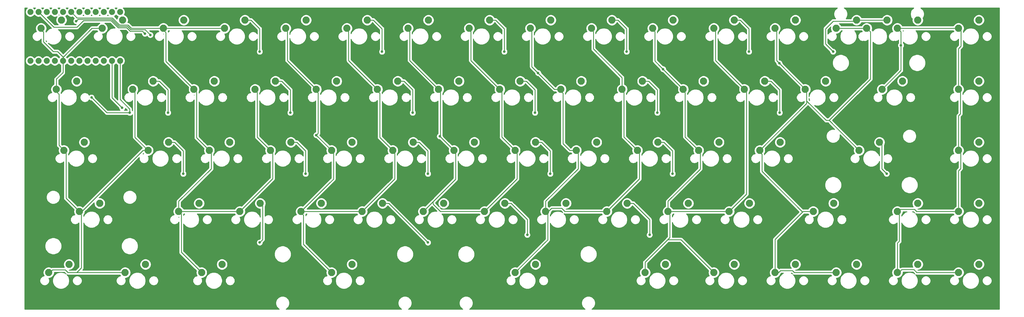
<source format=gbr>
%TF.GenerationSoftware,KiCad,Pcbnew,(5.1.8-0-10_14)*%
%TF.CreationDate,2021-09-01T06:12:34+09:00*%
%TF.ProjectId,ts68,74733638-2e6b-4696-9361-645f70636258,rev?*%
%TF.SameCoordinates,Original*%
%TF.FileFunction,Copper,L1,Top*%
%TF.FilePolarity,Positive*%
%FSLAX46Y46*%
G04 Gerber Fmt 4.6, Leading zero omitted, Abs format (unit mm)*
G04 Created by KiCad (PCBNEW (5.1.8-0-10_14)) date 2021-09-01 06:12:34*
%MOMM*%
%LPD*%
G01*
G04 APERTURE LIST*
%TA.AperFunction,ComponentPad*%
%ADD10C,2.250000*%
%TD*%
%TA.AperFunction,ComponentPad*%
%ADD11C,1.879600*%
%TD*%
%TA.AperFunction,ViaPad*%
%ADD12C,0.800000*%
%TD*%
%TA.AperFunction,Conductor*%
%ADD13C,0.250000*%
%TD*%
%TA.AperFunction,NonConductor*%
%ADD14C,0.254000*%
%TD*%
%TA.AperFunction,NonConductor*%
%ADD15C,0.100000*%
%TD*%
G04 APERTURE END LIST*
D10*
%TO.P,MX65,2*%
%TO.N,Net-(D64-Pad2)*%
X293052500Y-61595000D03*
%TO.P,MX65,1*%
%TO.N,Net-(B1-Pad12)*%
X286702500Y-64135000D03*
%TD*%
%TO.P,MX58,1*%
%TO.N,Net-(B1-Pad11)*%
X229552500Y-102235000D03*
%TO.P,MX58,2*%
%TO.N,Net-(D58-Pad2)*%
X235902500Y-99695000D03*
%TD*%
%TO.P,MX10,2*%
%TO.N,Net-(D10-Pad2)*%
X45402500Y-23495000D03*
%TO.P,MX10,1*%
%TO.N,Net-(B1-Pad6)*%
X39052500Y-26035000D03*
%TD*%
%TO.P,MX45,2*%
%TO.N,Net-(D45-Pad2)*%
X197802500Y-23495000D03*
%TO.P,MX45,1*%
%TO.N,Net-(B1-Pad10)*%
X191452500Y-26035000D03*
%TD*%
%TO.P,MX19,2*%
%TO.N,Net-(D19-Pad2)*%
X83502500Y-23495000D03*
%TO.P,MX19,1*%
%TO.N,Net-(B1-Pad7)*%
X77152500Y-26035000D03*
%TD*%
%TO.P,MX44,1*%
%TO.N,Net-(B1-Pad9)*%
X177165000Y-83185000D03*
%TO.P,MX44,2*%
%TO.N,Net-(D44-Pad2)*%
X183515000Y-80645000D03*
%TD*%
%TO.P,MX23,2*%
%TO.N,Net-(D23-Pad2)*%
X97790000Y-99695000D03*
%TO.P,MX23,1*%
%TO.N,Net-(B1-Pad7)*%
X91440000Y-102235000D03*
%TD*%
%TO.P,MX40,2*%
%TO.N,Net-(D40-Pad2)*%
X154940000Y-99695000D03*
%TO.P,MX40,1*%
%TO.N,Net-(B1-Pad9)*%
X148590000Y-102235000D03*
%TD*%
%TO.P,MX5,2*%
%TO.N,Net-(D5-Pad2)*%
X9683750Y-99695000D03*
%TO.P,MX5,1*%
%TO.N,Net-(B1-Pad20)*%
X3333750Y-102235000D03*
%TD*%
%TO.P,MX3,1*%
%TO.N,Net-(B1-Pad20)*%
X8096250Y-64135000D03*
%TO.P,MX3,2*%
%TO.N,Net-(D3-Pad2)*%
X14446250Y-61595000D03*
%TD*%
%TO.P,MX12,1*%
%TO.N,Net-(B1-Pad6)*%
X53340000Y-64135000D03*
%TO.P,MX12,2*%
%TO.N,Net-(D12-Pad2)*%
X59690000Y-61595000D03*
%TD*%
%TO.P,MX7,1*%
%TO.N,Net-(B1-Pad20)*%
X29527500Y-45085000D03*
%TO.P,MX7,2*%
%TO.N,Net-(D7-Pad2)*%
X35877500Y-42545000D03*
%TD*%
D11*
%TO.P,B1,1*%
%TO.N,Net-(B1-Pad1)*%
X-2381250Y-20955000D03*
%TO.P,B1,2*%
%TO.N,Net-(B1-Pad2)*%
X158750Y-20955000D03*
%TO.P,B1,3*%
%TO.N,+5V*%
X2698750Y-20955000D03*
%TO.P,B1,4*%
X5238750Y-20955000D03*
%TO.P,B1,5*%
%TO.N,Net-(B1-Pad5)*%
X7778750Y-20955000D03*
%TO.P,B1,6*%
%TO.N,Net-(B1-Pad6)*%
X10318750Y-20955000D03*
%TO.P,B1,7*%
%TO.N,Net-(B1-Pad7)*%
X12858750Y-20955000D03*
%TO.P,B1,8*%
%TO.N,Net-(B1-Pad8)*%
X15398750Y-20955000D03*
%TO.P,B1,9*%
%TO.N,Net-(B1-Pad9)*%
X17938750Y-20955000D03*
%TO.P,B1,10*%
%TO.N,Net-(B1-Pad10)*%
X20478750Y-20955000D03*
%TO.P,B1,11*%
%TO.N,Net-(B1-Pad11)*%
X23018750Y-20955000D03*
%TO.P,B1,12*%
%TO.N,Net-(B1-Pad12)*%
X25558750Y-20955000D03*
%TO.P,B1,13*%
%TO.N,Net-(B1-Pad13)*%
X25558750Y-36195000D03*
%TO.P,B1,14*%
%TO.N,Net-(B1-Pad14)*%
X23018750Y-36195000D03*
%TO.P,B1,15*%
%TO.N,Net-(B1-Pad15)*%
X20478750Y-36195000D03*
%TO.P,B1,16*%
%TO.N,Net-(B1-Pad16)*%
X17938750Y-36195000D03*
%TO.P,B1,17*%
%TO.N,Net-(B1-Pad17)*%
X15398750Y-36195000D03*
%TO.P,B1,18*%
%TO.N,Net-(B1-Pad18)*%
X12858750Y-36195000D03*
%TO.P,B1,19*%
%TO.N,Net-(B1-Pad19)*%
X10318750Y-36195000D03*
%TO.P,B1,20*%
%TO.N,Net-(B1-Pad20)*%
X7778750Y-36195000D03*
%TO.P,B1,21*%
%TO.N,Net-(B1-Pad21)*%
X5238750Y-36195000D03*
%TO.P,B1,22*%
%TO.N,Net-(B1-Pad22)*%
X2698750Y-36195000D03*
%TO.P,B1,23*%
%TO.N,+5V*%
X158750Y-36195000D03*
%TO.P,B1,24*%
%TO.N,Net-(B1-Pad24)*%
X-2381250Y-36195000D03*
%TD*%
D10*
%TO.P,MX1,1*%
%TO.N,Net-(B1-Pad20)*%
X952500Y-26035000D03*
%TO.P,MX1,2*%
%TO.N,Net-(D1-Pad2)*%
X7302500Y-23495000D03*
%TD*%
%TO.P,MX2,2*%
%TO.N,Net-(D2-Pad2)*%
X12065000Y-42545000D03*
%TO.P,MX2,1*%
%TO.N,Net-(B1-Pad20)*%
X5715000Y-45085000D03*
%TD*%
%TO.P,MX4,1*%
%TO.N,Net-(B1-Pad20)*%
X12858750Y-83185000D03*
%TO.P,MX4,2*%
%TO.N,Net-(D4-Pad2)*%
X19208750Y-80645000D03*
%TD*%
%TO.P,MX6,2*%
%TO.N,Net-(D6-Pad2)*%
X26352500Y-23495000D03*
%TO.P,MX6,1*%
%TO.N,Net-(B1-Pad20)*%
X20002500Y-26035000D03*
%TD*%
%TO.P,MX8,2*%
%TO.N,Net-(D8-Pad2)*%
X40640000Y-61595000D03*
%TO.P,MX8,1*%
%TO.N,Net-(B1-Pad20)*%
X34290000Y-64135000D03*
%TD*%
%TO.P,MX9,1*%
%TO.N,Net-(B1-Pad20)*%
X27146250Y-102235000D03*
%TO.P,MX9,2*%
%TO.N,Net-(D9-Pad2)*%
X33496250Y-99695000D03*
%TD*%
%TO.P,MX11,1*%
%TO.N,Net-(B1-Pad6)*%
X48577500Y-45085000D03*
%TO.P,MX11,2*%
%TO.N,Net-(D11-Pad2)*%
X54927500Y-42545000D03*
%TD*%
%TO.P,MX13,2*%
%TO.N,Net-(D13-Pad2)*%
X50165000Y-80645000D03*
%TO.P,MX13,1*%
%TO.N,Net-(B1-Pad6)*%
X43815000Y-83185000D03*
%TD*%
%TO.P,MX14,1*%
%TO.N,Net-(B1-Pad6)*%
X50958750Y-102235000D03*
%TO.P,MX14,2*%
%TO.N,Net-(D14-Pad2)*%
X57308750Y-99695000D03*
%TD*%
%TO.P,MX15,2*%
%TO.N,Net-(D15-Pad2)*%
X64452500Y-23495000D03*
%TO.P,MX15,1*%
%TO.N,Net-(B1-Pad6)*%
X58102500Y-26035000D03*
%TD*%
%TO.P,MX16,1*%
%TO.N,Net-(B1-Pad6)*%
X67627500Y-45085000D03*
%TO.P,MX16,2*%
%TO.N,Net-(D16-Pad2)*%
X73977500Y-42545000D03*
%TD*%
%TO.P,MX17,1*%
%TO.N,Net-(B1-Pad6)*%
X72390000Y-64135000D03*
%TO.P,MX17,2*%
%TO.N,Net-(D17-Pad2)*%
X78740000Y-61595000D03*
%TD*%
%TO.P,MX18,2*%
%TO.N,Net-(D18-Pad2)*%
X69215000Y-80645000D03*
%TO.P,MX18,1*%
%TO.N,Net-(B1-Pad6)*%
X62865000Y-83185000D03*
%TD*%
%TO.P,MX20,1*%
%TO.N,Net-(B1-Pad7)*%
X86677500Y-45085000D03*
%TO.P,MX20,2*%
%TO.N,Net-(D20-Pad2)*%
X93027500Y-42545000D03*
%TD*%
%TO.P,MX21,1*%
%TO.N,Net-(B1-Pad7)*%
X91440000Y-64135000D03*
%TO.P,MX21,2*%
%TO.N,Net-(D21-Pad2)*%
X97790000Y-61595000D03*
%TD*%
%TO.P,MX22,2*%
%TO.N,Net-(D22-Pad2)*%
X88265000Y-80645000D03*
%TO.P,MX22,1*%
%TO.N,Net-(B1-Pad7)*%
X81915000Y-83185000D03*
%TD*%
%TO.P,MX24,2*%
%TO.N,Net-(D24-Pad2)*%
X102552500Y-23495000D03*
%TO.P,MX24,1*%
%TO.N,Net-(B1-Pad7)*%
X96202500Y-26035000D03*
%TD*%
%TO.P,MX25,1*%
%TO.N,Net-(B1-Pad7)*%
X105727500Y-45085000D03*
%TO.P,MX25,2*%
%TO.N,Net-(D25-Pad2)*%
X112077500Y-42545000D03*
%TD*%
%TO.P,MX26,1*%
%TO.N,Net-(B1-Pad7)*%
X110490000Y-64135000D03*
%TO.P,MX26,2*%
%TO.N,Net-(D26-Pad2)*%
X116840000Y-61595000D03*
%TD*%
%TO.P,MX27,2*%
%TO.N,Net-(D27-Pad2)*%
X107315000Y-80645000D03*
%TO.P,MX27,1*%
%TO.N,Net-(B1-Pad7)*%
X100965000Y-83185000D03*
%TD*%
%TO.P,MX28,2*%
%TO.N,Net-(D28-Pad2)*%
X121602500Y-23495000D03*
%TO.P,MX28,1*%
%TO.N,Net-(B1-Pad8)*%
X115252500Y-26035000D03*
%TD*%
%TO.P,MX29,1*%
%TO.N,Net-(B1-Pad8)*%
X124777500Y-45085000D03*
%TO.P,MX29,2*%
%TO.N,Net-(D29-Pad2)*%
X131127500Y-42545000D03*
%TD*%
%TO.P,MX30,1*%
%TO.N,Net-(B1-Pad8)*%
X129540000Y-64135000D03*
%TO.P,MX30,2*%
%TO.N,Net-(D30-Pad2)*%
X135890000Y-61595000D03*
%TD*%
%TO.P,MX31,2*%
%TO.N,Net-(D31-Pad2)*%
X126365000Y-80645000D03*
%TO.P,MX31,1*%
%TO.N,Net-(B1-Pad8)*%
X120015000Y-83185000D03*
%TD*%
%TO.P,MX32,2*%
%TO.N,Net-(D32-Pad2)*%
X140652500Y-23495000D03*
%TO.P,MX32,1*%
%TO.N,Net-(B1-Pad8)*%
X134302500Y-26035000D03*
%TD*%
%TO.P,MX33,1*%
%TO.N,Net-(B1-Pad8)*%
X143827500Y-45085000D03*
%TO.P,MX33,2*%
%TO.N,Net-(D33-Pad2)*%
X150177500Y-42545000D03*
%TD*%
%TO.P,MX34,1*%
%TO.N,Net-(B1-Pad8)*%
X148590000Y-64135000D03*
%TO.P,MX34,2*%
%TO.N,Net-(D34-Pad2)*%
X154940000Y-61595000D03*
%TD*%
%TO.P,MX35,2*%
%TO.N,Net-(D35-Pad2)*%
X145415000Y-80645000D03*
%TO.P,MX35,1*%
%TO.N,Net-(B1-Pad8)*%
X139065000Y-83185000D03*
%TD*%
%TO.P,MX36,2*%
%TO.N,Net-(D36-Pad2)*%
X159702500Y-23495000D03*
%TO.P,MX36,1*%
%TO.N,Net-(B1-Pad9)*%
X153352500Y-26035000D03*
%TD*%
%TO.P,MX37,1*%
%TO.N,Net-(B1-Pad9)*%
X162877500Y-45085000D03*
%TO.P,MX37,2*%
%TO.N,Net-(D37-Pad2)*%
X169227500Y-42545000D03*
%TD*%
%TO.P,MX38,1*%
%TO.N,Net-(B1-Pad9)*%
X167640000Y-64135000D03*
%TO.P,MX38,2*%
%TO.N,Net-(D38-Pad2)*%
X173990000Y-61595000D03*
%TD*%
%TO.P,MX39,2*%
%TO.N,Net-(D39-Pad2)*%
X164465000Y-80645000D03*
%TO.P,MX39,1*%
%TO.N,Net-(B1-Pad9)*%
X158115000Y-83185000D03*
%TD*%
%TO.P,MX41,2*%
%TO.N,Net-(D41-Pad2)*%
X178752500Y-23495000D03*
%TO.P,MX41,1*%
%TO.N,Net-(B1-Pad9)*%
X172402500Y-26035000D03*
%TD*%
%TO.P,MX42,1*%
%TO.N,Net-(B1-Pad9)*%
X181927500Y-45085000D03*
%TO.P,MX42,2*%
%TO.N,Net-(D42-Pad2)*%
X188277500Y-42545000D03*
%TD*%
%TO.P,MX43,2*%
%TO.N,Net-(D43-Pad2)*%
X193040000Y-61595000D03*
%TO.P,MX43,1*%
%TO.N,Net-(B1-Pad9)*%
X186690000Y-64135000D03*
%TD*%
%TO.P,MX46,1*%
%TO.N,Net-(B1-Pad10)*%
X200977500Y-45085000D03*
%TO.P,MX46,2*%
%TO.N,Net-(D46-Pad2)*%
X207327500Y-42545000D03*
%TD*%
%TO.P,MX47,2*%
%TO.N,Net-(D47-Pad2)*%
X212090000Y-61595000D03*
%TO.P,MX47,1*%
%TO.N,Net-(B1-Pad10)*%
X205740000Y-64135000D03*
%TD*%
%TO.P,MX48,1*%
%TO.N,Net-(B1-Pad10)*%
X196215000Y-83185000D03*
%TO.P,MX48,2*%
%TO.N,Net-(D48-Pad2)*%
X202565000Y-80645000D03*
%TD*%
%TO.P,MX49,2*%
%TO.N,Net-(D49-Pad2)*%
X195421250Y-99695000D03*
%TO.P,MX49,1*%
%TO.N,Net-(B1-Pad10)*%
X189071250Y-102235000D03*
%TD*%
%TO.P,MX50,2*%
%TO.N,Net-(D50-Pad2)*%
X216852500Y-23495000D03*
%TO.P,MX50,1*%
%TO.N,Net-(B1-Pad10)*%
X210502500Y-26035000D03*
%TD*%
%TO.P,MX51,1*%
%TO.N,Net-(B1-Pad10)*%
X220027500Y-45085000D03*
%TO.P,MX51,2*%
%TO.N,Net-(D51-Pad2)*%
X226377500Y-42545000D03*
%TD*%
%TO.P,MX52,2*%
%TO.N,Net-(D52-Pad2)*%
X221615000Y-80645000D03*
%TO.P,MX52,1*%
%TO.N,Net-(B1-Pad10)*%
X215265000Y-83185000D03*
%TD*%
%TO.P,MX53,1*%
%TO.N,Net-(B1-Pad10)*%
X210502500Y-102235000D03*
%TO.P,MX53,2*%
%TO.N,Net-(D53-Pad2)*%
X216852500Y-99695000D03*
%TD*%
%TO.P,MX54,2*%
%TO.N,Net-(D54-Pad2)*%
X235902500Y-23495000D03*
%TO.P,MX54,1*%
%TO.N,Net-(B1-Pad11)*%
X229552500Y-26035000D03*
%TD*%
%TO.P,MX55,1*%
%TO.N,Net-(B1-Pad11)*%
X238987501Y-45085000D03*
%TO.P,MX55,2*%
%TO.N,Net-(D55-Pad2)*%
X245337501Y-42545000D03*
%TD*%
%TO.P,MX56,2*%
%TO.N,Net-(D56-Pad2)*%
X231140000Y-61595000D03*
%TO.P,MX56,1*%
%TO.N,Net-(B1-Pad11)*%
X224790000Y-64135000D03*
%TD*%
%TO.P,MX57,2*%
%TO.N,Net-(D57-Pad2)*%
X247808750Y-80645000D03*
%TO.P,MX57,1*%
%TO.N,Net-(B1-Pad11)*%
X241458750Y-83185000D03*
%TD*%
%TO.P,MX59,2*%
%TO.N,Net-(D59-Pad2)*%
X254952500Y-23495000D03*
%TO.P,MX59,1*%
%TO.N,Net-(B1-Pad11)*%
X248602500Y-26035000D03*
%TD*%
%TO.P,MX60,2*%
%TO.N,Net-(D60-Pad2)*%
X262096250Y-61595000D03*
%TO.P,MX60,1*%
%TO.N,Net-(B1-Pad11)*%
X255746250Y-64135000D03*
%TD*%
%TO.P,MX61,1*%
%TO.N,Net-(B1-Pad11)*%
X248602500Y-102235000D03*
%TO.P,MX61,2*%
%TO.N,Net-(D61-Pad2)*%
X254952500Y-99695000D03*
%TD*%
%TO.P,MX62,1*%
%TO.N,Net-(B1-Pad11)*%
X258127500Y-26035000D03*
%TO.P,MX62,2*%
%TO.N,Net-(D59-Pad2)*%
X264477500Y-23495000D03*
%TD*%
%TO.P,MX63,2*%
%TO.N,Net-(D62-Pad2)*%
X274002500Y-23495000D03*
%TO.P,MX63,1*%
%TO.N,Net-(B1-Pad12)*%
X267652500Y-26035000D03*
%TD*%
%TO.P,MX64,1*%
%TO.N,Net-(B1-Pad12)*%
X262890000Y-45085000D03*
%TO.P,MX64,2*%
%TO.N,Net-(D63-Pad2)*%
X269240000Y-42545000D03*
%TD*%
%TO.P,MX66,1*%
%TO.N,Net-(B1-Pad12)*%
X267652500Y-83185000D03*
%TO.P,MX66,2*%
%TO.N,Net-(D65-Pad2)*%
X274002500Y-80645000D03*
%TD*%
%TO.P,MX67,1*%
%TO.N,Net-(B1-Pad12)*%
X267652500Y-102235000D03*
%TO.P,MX67,2*%
%TO.N,Net-(D66-Pad2)*%
X274002500Y-99695000D03*
%TD*%
%TO.P,MX68,2*%
%TO.N,Net-(D67-Pad2)*%
X293052500Y-23495000D03*
%TO.P,MX68,1*%
%TO.N,Net-(B1-Pad12)*%
X286702500Y-26035000D03*
%TD*%
%TO.P,MX69,1*%
%TO.N,Net-(B1-Pad12)*%
X286702500Y-45085000D03*
%TO.P,MX69,2*%
%TO.N,Net-(D68-Pad2)*%
X293052500Y-42545000D03*
%TD*%
%TO.P,MX70,2*%
%TO.N,Net-(D69-Pad2)*%
X293052500Y-80645000D03*
%TO.P,MX70,1*%
%TO.N,Net-(B1-Pad12)*%
X286702500Y-83185000D03*
%TD*%
%TO.P,MX71,1*%
%TO.N,Net-(B1-Pad12)*%
X286702500Y-102235000D03*
%TO.P,MX71,2*%
%TO.N,Net-(D70-Pad2)*%
X293052500Y-99695000D03*
%TD*%
D12*
%TO.N,Net-(B1-Pad2)*%
X33312659Y-27711746D03*
%TO.N,Net-(B1-Pad5)*%
X11906250Y-23812500D03*
X34991544Y-28116906D03*
%TO.N,Net-(B1-Pad7)*%
X86677500Y-59372500D03*
%TO.N,Net-(B1-Pad8)*%
X125142733Y-59744874D03*
%TO.N,Net-(B1-Pad9)*%
X155757933Y-39996388D03*
%TO.N,Net-(B1-Pad10)*%
X194689703Y-38781900D03*
%TO.N,Net-(B1-Pad11)*%
X230883699Y-36945942D03*
%TO.N,Net-(B1-Pad12)*%
X268774267Y-31362793D03*
%TO.N,Net-(B1-Pad13)*%
X28575000Y-52387500D03*
X16668750Y-47625000D03*
%TO.N,Net-(B1-Pad14)*%
X26213612Y-50860344D03*
%TO.N,Net-(D7-Pad2)*%
X40481250Y-52387500D03*
%TO.N,Net-(D8-Pad2)*%
X45243750Y-71437500D03*
%TO.N,Net-(D15-Pad2)*%
X69056250Y-33337500D03*
%TO.N,Net-(D16-Pad2)*%
X78581250Y-52387500D03*
%TO.N,Net-(D17-Pad2)*%
X83343750Y-71437500D03*
%TO.N,Net-(D18-Pad2)*%
X69056250Y-92868750D03*
%TO.N,Net-(D24-Pad2)*%
X107156250Y-33337500D03*
%TO.N,Net-(D25-Pad2)*%
X116681250Y-52387500D03*
%TO.N,Net-(D26-Pad2)*%
X121443750Y-71437500D03*
%TO.N,Net-(D27-Pad2)*%
X121443750Y-92868750D03*
%TO.N,Net-(D32-Pad2)*%
X145256250Y-33337500D03*
%TO.N,Net-(D33-Pad2)*%
X154781250Y-52387500D03*
%TO.N,Net-(D34-Pad2)*%
X159543750Y-71437500D03*
%TO.N,Net-(D35-Pad2)*%
X152400000Y-90487500D03*
%TO.N,Net-(D41-Pad2)*%
X183356250Y-33337500D03*
%TO.N,Net-(D42-Pad2)*%
X192881250Y-52387500D03*
%TO.N,Net-(D43-Pad2)*%
X197643750Y-71437500D03*
%TO.N,Net-(D44-Pad2)*%
X190500000Y-90487500D03*
%TO.N,Net-(D50-Pad2)*%
X221456250Y-33337500D03*
%TO.N,Net-(D51-Pad2)*%
X230981250Y-52387500D03*
%TO.N,Net-(D59-Pad2)*%
X247650000Y-33337500D03*
%TO.N,Net-(D60-Pad2)*%
X264318750Y-71437500D03*
%TD*%
D13*
%TO.N,Net-(B1-Pad2)*%
X158750Y-20955000D02*
X4905633Y-25701883D01*
X4905633Y-25701883D02*
X12117718Y-25701883D01*
X12117718Y-25701883D02*
X14127459Y-23692142D01*
X14127459Y-23692142D02*
X22802455Y-23692142D01*
X22802455Y-23692142D02*
X25010372Y-25900059D01*
X25010372Y-25900059D02*
X27667053Y-25900059D01*
X28702014Y-26935020D02*
X32511444Y-26935020D01*
X27667053Y-25900059D02*
X28702014Y-26935020D01*
X33288170Y-27711746D02*
X33312659Y-27711746D01*
X32511444Y-26935020D02*
X33288170Y-27711746D01*
%TO.N,Net-(B1-Pad5)*%
X28888414Y-26485010D02*
X33359648Y-26485010D01*
X12459799Y-23242132D02*
X22988855Y-23242132D01*
X12388112Y-23330638D02*
X12388112Y-23313819D01*
X25196772Y-25450049D02*
X27853453Y-25450049D01*
X27853453Y-25450049D02*
X28888414Y-26485010D01*
X33359648Y-26485010D02*
X34991544Y-28116906D01*
X11906250Y-23812500D02*
X12388112Y-23330638D01*
X22988855Y-23242132D02*
X25196772Y-25450049D01*
X12388112Y-23313819D02*
X12459799Y-23242132D01*
%TO.N,Net-(B1-Pad6)*%
X43815000Y-83185000D02*
X62865000Y-83185000D01*
X58102500Y-26035000D02*
X39052500Y-26035000D01*
X12155872Y-22792122D02*
X10318750Y-20955000D01*
X28039853Y-25000039D02*
X25383172Y-25000039D01*
X23175255Y-22792122D02*
X12155872Y-22792122D01*
X25383172Y-25000039D02*
X23175255Y-22792122D01*
X29074814Y-26035000D02*
X28039853Y-25000039D01*
X39052500Y-26035000D02*
X29074814Y-26035000D01*
X39052500Y-26035000D02*
X39052500Y-26563595D01*
X39846250Y-27357345D02*
X39846250Y-36353750D01*
X39052500Y-26563595D02*
X39846250Y-27357345D01*
X39846250Y-36353750D02*
X48577500Y-45085000D01*
X48577500Y-45085000D02*
X48577500Y-45096793D01*
X49371250Y-45890543D02*
X49371250Y-60166250D01*
X48577500Y-45096793D02*
X49371250Y-45890543D01*
X49371250Y-60166250D02*
X53340000Y-64135000D01*
X53944213Y-64769124D02*
X53944213Y-69880787D01*
X43815000Y-80010000D02*
X43815000Y-83185000D01*
X53340000Y-64164911D02*
X53944213Y-64769124D01*
X53944213Y-69880787D02*
X43815000Y-80010000D01*
X53340000Y-64135000D02*
X53340000Y-64164911D01*
X43815000Y-83185000D02*
X43815000Y-83223593D01*
X43815000Y-83223593D02*
X44608750Y-84017343D01*
X44608750Y-84017343D02*
X44608750Y-95885000D01*
X50958750Y-102235000D02*
X44608750Y-95885000D01*
X72390000Y-64135000D02*
X72390000Y-64321329D01*
X72390000Y-64321329D02*
X73071729Y-65003058D01*
X73071729Y-72978271D02*
X71834375Y-74215625D01*
X73071729Y-65003058D02*
X73071729Y-72978271D01*
X62865000Y-83185000D02*
X71834375Y-74215625D01*
X67627500Y-45085000D02*
X67627500Y-45299939D01*
X67627500Y-45299939D02*
X68236640Y-45909079D01*
X68236640Y-59981640D02*
X68421250Y-60166250D01*
X68236640Y-45909079D02*
X68236640Y-59981640D01*
X68421250Y-60166250D02*
X72390000Y-64135000D01*
%TO.N,Net-(B1-Pad7)*%
X100965000Y-83185000D02*
X81915000Y-83185000D01*
X110490000Y-64135000D02*
X107218599Y-60863599D01*
X86677500Y-59372500D02*
X91440000Y-64135000D01*
X100965000Y-83185000D02*
X110490000Y-73660000D01*
X77152500Y-26035000D02*
X77167685Y-26035000D01*
X77167685Y-26035000D02*
X77645210Y-26512525D01*
X77645210Y-36052710D02*
X77946250Y-36353750D01*
X77645210Y-26512525D02*
X77645210Y-36052710D01*
X86677500Y-45085000D02*
X77946250Y-36353750D01*
X96202500Y-26035000D02*
X96202500Y-26312438D01*
X96202500Y-26312438D02*
X96748609Y-26858547D01*
X96748609Y-26858547D02*
X96748609Y-36106109D01*
X96748609Y-36106109D02*
X98186875Y-37544375D01*
X105727500Y-45085000D02*
X98186875Y-37544375D01*
X86677500Y-45085000D02*
X86677500Y-45583637D01*
X86677500Y-45583637D02*
X87269011Y-46175148D01*
X87269011Y-58780989D02*
X86677500Y-59372500D01*
X87269011Y-46175148D02*
X87269011Y-58780989D01*
X105727500Y-45085000D02*
X105727500Y-45601782D01*
X105727500Y-45601782D02*
X106423389Y-46297671D01*
X106423389Y-60068389D02*
X107218599Y-60863599D01*
X106423389Y-46297671D02*
X106423389Y-60068389D01*
X110490000Y-64135000D02*
X110490000Y-64300219D01*
X110490000Y-64300219D02*
X111108323Y-64918542D01*
X111108323Y-73041677D02*
X110490000Y-73660000D01*
X111108323Y-64918542D02*
X111108323Y-73041677D01*
X91440000Y-64135000D02*
X91440000Y-64292514D01*
X91440000Y-64292514D02*
X92025568Y-64878082D01*
X92025568Y-73074432D02*
X90884375Y-74215625D01*
X92025568Y-64878082D02*
X92025568Y-73074432D01*
X81915000Y-83185000D02*
X90884375Y-74215625D01*
X81915000Y-83185000D02*
X81915000Y-83604138D01*
X81915000Y-83604138D02*
X82625102Y-84314240D01*
X82625102Y-93420102D02*
X83899375Y-94694375D01*
X82625102Y-84314240D02*
X82625102Y-93420102D01*
X83899375Y-94694375D02*
X91440000Y-102235000D01*
%TO.N,Net-(B1-Pad8)*%
X139065000Y-83185000D02*
X148590000Y-73660000D01*
X126754734Y-61356875D02*
X125142733Y-59744874D01*
X126761875Y-61356875D02*
X126754734Y-61356875D01*
X126761875Y-61356875D02*
X129540000Y-64135000D01*
X129540000Y-64135000D02*
X129540000Y-64173245D01*
X129540000Y-64173245D02*
X130071541Y-64704786D01*
X130071541Y-73128459D02*
X128984375Y-74215625D01*
X130071541Y-64704786D02*
X130071541Y-73128459D01*
X148590000Y-64135000D02*
X148590000Y-64172912D01*
X148590000Y-64172912D02*
X149210152Y-64793064D01*
X149210152Y-73039848D02*
X148590000Y-73660000D01*
X149210152Y-64793064D02*
X149210152Y-73039848D01*
X120015000Y-83185000D02*
X123031250Y-80168750D01*
X123031250Y-80168750D02*
X123031250Y-80865959D01*
X123031250Y-80168750D02*
X128984375Y-74215625D01*
X125350291Y-83185000D02*
X126047500Y-83185000D01*
X123031250Y-80865959D02*
X125350291Y-83185000D01*
X139065000Y-83185000D02*
X126047500Y-83185000D01*
X134302500Y-26035000D02*
X134302500Y-26465111D01*
X134302500Y-26465111D02*
X134824778Y-26987389D01*
X134824778Y-36082278D02*
X135096250Y-36353750D01*
X134824778Y-26987389D02*
X134824778Y-36082278D01*
X143827500Y-45085000D02*
X135096250Y-36353750D01*
X115252500Y-26035000D02*
X115252500Y-26278575D01*
X115252500Y-26278575D02*
X115776981Y-26803056D01*
X115776981Y-26803056D02*
X115776981Y-36084481D01*
X115776981Y-36084481D02*
X116046250Y-36353750D01*
X116046250Y-36353750D02*
X124777500Y-45085000D01*
X143827500Y-45085000D02*
X143827500Y-45088848D01*
X143827500Y-45088848D02*
X144429990Y-45691338D01*
X144429990Y-59974990D02*
X145811875Y-61356875D01*
X144429990Y-45691338D02*
X144429990Y-59974990D01*
X148590000Y-64135000D02*
X145811875Y-61356875D01*
X124777500Y-45085000D02*
X124777500Y-45318238D01*
X124777500Y-45318238D02*
X125334214Y-45874952D01*
X125334214Y-59553393D02*
X125142733Y-59744874D01*
X125334214Y-45874952D02*
X125334214Y-59553393D01*
%TO.N,Net-(B1-Pad9)*%
X160843502Y-45085000D02*
X162877500Y-45085000D01*
X148590000Y-102235000D02*
X158115000Y-92710000D01*
X155510501Y-39751999D02*
X160843502Y-45085000D01*
X155513544Y-39751999D02*
X155757933Y-39996388D01*
X155510501Y-39751999D02*
X155513544Y-39751999D01*
X158115000Y-83185000D02*
X158115000Y-83340942D01*
X158115000Y-83340942D02*
X158765105Y-83991047D01*
X158765105Y-92059895D02*
X158115000Y-92710000D01*
X158765105Y-83991047D02*
X158765105Y-92059895D01*
X158115000Y-80010000D02*
X158115000Y-83185000D01*
X168234792Y-69890208D02*
X158115000Y-80010000D01*
X168234792Y-64856185D02*
X168234792Y-69890208D01*
X167640000Y-64261393D02*
X168234792Y-64856185D01*
X167640000Y-64135000D02*
X167640000Y-64261393D01*
X186690000Y-64135000D02*
X186690000Y-64188563D01*
X186690000Y-64188563D02*
X187318834Y-64817397D01*
X187318834Y-64817397D02*
X187318834Y-73031166D01*
X187318834Y-73031166D02*
X186134375Y-74215625D01*
X177165000Y-83185000D02*
X186134375Y-74215625D01*
X165606002Y-64135000D02*
X167640000Y-64135000D01*
X163506625Y-62035623D02*
X165606002Y-64135000D01*
X163506625Y-46294147D02*
X163506625Y-62035623D01*
X162877500Y-45665022D02*
X163506625Y-46294147D01*
X162877500Y-45085000D02*
X162877500Y-45665022D01*
X181927500Y-45085000D02*
X181927500Y-45128229D01*
X181927500Y-45128229D02*
X182505226Y-45705955D01*
X182505226Y-59950226D02*
X183911875Y-61356875D01*
X182505226Y-45705955D02*
X182505226Y-59950226D01*
X186690000Y-64135000D02*
X183911875Y-61356875D01*
X172961655Y-26934881D02*
X172961655Y-32467905D01*
X172961655Y-32467905D02*
X181927500Y-41433750D01*
X172402500Y-26375726D02*
X172961655Y-26934881D01*
X181927500Y-41433750D02*
X181927500Y-45085000D01*
X172402500Y-26035000D02*
X172402500Y-26375726D01*
X153352500Y-26035000D02*
X153352500Y-26098647D01*
X153352500Y-26098647D02*
X153811130Y-26557277D01*
X153811130Y-38052628D02*
X154319876Y-38561374D01*
X153811130Y-26557277D02*
X153811130Y-38052628D01*
X154319876Y-38561374D02*
X155510501Y-39751999D01*
X158115000Y-83185000D02*
X158955137Y-83185000D01*
X158955137Y-83185000D02*
X159948959Y-82191178D01*
X159948959Y-82191178D02*
X163125088Y-82191178D01*
X164118910Y-83185000D02*
X164147500Y-83185000D01*
X163125088Y-82191178D02*
X164118910Y-83185000D01*
X177165000Y-83185000D02*
X164147500Y-83185000D01*
%TO.N,Net-(B1-Pad10)*%
X196215000Y-83185000D02*
X215265000Y-83185000D01*
X215265000Y-83185000D02*
X220027500Y-78422500D01*
X189071250Y-102235000D02*
X189071250Y-99060000D01*
X189071250Y-99060000D02*
X196145001Y-91986249D01*
X200253749Y-91986249D02*
X210502500Y-102235000D01*
X196145001Y-91986249D02*
X200253749Y-91986249D01*
X194627500Y-38735000D02*
X200977500Y-45085000D01*
X194627500Y-38735000D02*
X194642803Y-38735000D01*
X194642803Y-38735000D02*
X194689703Y-38781900D01*
X200977500Y-45085000D02*
X200977500Y-45473724D01*
X200977500Y-45473724D02*
X201562646Y-46058870D01*
X201562646Y-59957646D02*
X202961875Y-61356875D01*
X201562646Y-46058870D02*
X201562646Y-59957646D01*
X202961875Y-61356875D02*
X205740000Y-64135000D01*
X220027500Y-45085000D02*
X220027500Y-45289846D01*
X220027500Y-45289846D02*
X220678886Y-45941232D01*
X220678886Y-77771114D02*
X220027500Y-78422500D01*
X220678886Y-45941232D02*
X220678886Y-77771114D01*
X206270321Y-69954679D02*
X196215000Y-80010000D01*
X205740000Y-64289816D02*
X206270321Y-64820137D01*
X196215000Y-80010000D02*
X196215000Y-83185000D01*
X206270321Y-64820137D02*
X206270321Y-69954679D01*
X205740000Y-64135000D02*
X205740000Y-64289816D01*
X210502500Y-26035000D02*
X210502500Y-26049321D01*
X210502500Y-26049321D02*
X211012970Y-26559791D01*
X211012970Y-36070470D02*
X211296250Y-36353750D01*
X211012970Y-26559791D02*
X211012970Y-36070470D01*
X220027500Y-45085000D02*
X211296250Y-36353750D01*
X191452500Y-26035000D02*
X191452500Y-26381902D01*
X191452500Y-26381902D02*
X192110695Y-27040097D01*
X192110695Y-27040097D02*
X192110695Y-36218195D01*
X192110695Y-36218195D02*
X193436875Y-37544375D01*
X193436875Y-37544375D02*
X194627500Y-38735000D01*
X196215000Y-83185000D02*
X196215000Y-83539356D01*
X196215000Y-83539356D02*
X196777736Y-84102092D01*
X196777736Y-91353514D02*
X196145001Y-91986249D01*
X196777736Y-84102092D02*
X196777736Y-91353514D01*
%TO.N,Net-(B1-Pad11)*%
X229552500Y-102235000D02*
X229552500Y-91916250D01*
X238283750Y-83185000D02*
X241458750Y-83185000D01*
X229552500Y-91916250D02*
X238125000Y-83343750D01*
X238125000Y-83343750D02*
X238283750Y-83185000D01*
X224790000Y-64135000D02*
X238987501Y-49937499D01*
X246380000Y-54768750D02*
X255746250Y-64135000D01*
X245465272Y-54768750D02*
X246380000Y-54768750D01*
X259252499Y-41896251D02*
X246380000Y-54768750D01*
X259252499Y-27159999D02*
X259252499Y-41896251D01*
X258127500Y-26035000D02*
X259252499Y-27159999D01*
X248602500Y-26035000D02*
X258127500Y-26035000D01*
X231491875Y-37589375D02*
X231491875Y-37554118D01*
X231491875Y-37554118D02*
X230883699Y-36945942D01*
X238987501Y-45085000D02*
X231491875Y-37589375D01*
X224790000Y-64135000D02*
X224790000Y-64655496D01*
X224790000Y-64655496D02*
X225473650Y-65339146D01*
X225473650Y-70692400D02*
X226218750Y-71437500D01*
X225473650Y-65339146D02*
X225473650Y-70692400D01*
X238125000Y-83343750D02*
X226218750Y-71437500D01*
X239413886Y-48717364D02*
X245465272Y-54768750D01*
X238987501Y-49937499D02*
X238987501Y-49935424D01*
X239413886Y-49509039D02*
X239413886Y-48717364D01*
X238987501Y-49935424D02*
X239413886Y-49509039D01*
X239413886Y-45511385D02*
X238987501Y-45085000D01*
X239413886Y-48717364D02*
X239413886Y-45511385D01*
X229552500Y-26035000D02*
X229552500Y-26090072D01*
X229552500Y-26090072D02*
X230075684Y-26613256D01*
X230075684Y-36137927D02*
X230883699Y-36945942D01*
X230075684Y-26613256D02*
X230075684Y-36137927D01*
X229552500Y-102235000D02*
X230664694Y-102235000D01*
X230664694Y-102235000D02*
X231232265Y-101667429D01*
X235017429Y-101667429D02*
X235585000Y-102235000D01*
X231232265Y-101667429D02*
X235017429Y-101667429D01*
X235585000Y-102235000D02*
X248602500Y-102235000D01*
%TO.N,Net-(B1-Pad12)*%
X268777499Y-27159999D02*
X267652500Y-26035000D01*
X262890000Y-45085000D02*
X268777499Y-39197501D01*
X267652500Y-26035000D02*
X286702500Y-26035000D01*
X268777499Y-39197501D02*
X268777499Y-33641251D01*
X268777499Y-31359561D02*
X268774267Y-31362793D01*
X268777499Y-33641251D02*
X268777499Y-31260001D01*
X268777499Y-31260001D02*
X268777499Y-31359561D01*
X268777499Y-31260001D02*
X268777499Y-27159999D01*
X267652500Y-102235000D02*
X268158111Y-102235000D01*
X268158111Y-102235000D02*
X269057035Y-101336076D01*
X272786076Y-101336076D02*
X273685000Y-102235000D01*
X269057035Y-101336076D02*
X272786076Y-101336076D01*
X273685000Y-102235000D02*
X286702500Y-102235000D01*
X267652500Y-83185000D02*
X267652500Y-83521326D01*
X267652500Y-83521326D02*
X268295247Y-84164073D01*
X268295247Y-84164073D02*
X268295247Y-92442434D01*
X268295247Y-92442434D02*
X267652500Y-93085181D01*
X267652500Y-93085181D02*
X267652500Y-93821250D01*
X267652500Y-93821250D02*
X267652500Y-102235000D01*
X267652500Y-83185000D02*
X267668430Y-83185000D01*
X267668430Y-83185000D02*
X268374641Y-82478789D01*
X272978789Y-82478789D02*
X273685000Y-83185000D01*
X268374641Y-82478789D02*
X272978789Y-82478789D01*
X273685000Y-83185000D02*
X286702500Y-83185000D01*
X286702500Y-64135000D02*
X286702500Y-64315123D01*
X286702500Y-64315123D02*
X287392919Y-65005542D01*
X287392919Y-69794581D02*
X286702500Y-70485000D01*
X287392919Y-65005542D02*
X287392919Y-69794581D01*
X286702500Y-70485000D02*
X286702500Y-83185000D01*
X286702500Y-45085000D02*
X286752798Y-45085000D01*
X286752798Y-45085000D02*
X287294904Y-45627106D01*
X287294904Y-52747596D02*
X286702500Y-53340000D01*
X287294904Y-45627106D02*
X287294904Y-52747596D01*
X286702500Y-64135000D02*
X286702500Y-53340000D01*
X286702500Y-26035000D02*
X286728299Y-26035000D01*
X286728299Y-26035000D02*
X287459191Y-26765892D01*
X287459191Y-26765892D02*
X287459191Y-31628309D01*
X287459191Y-31628309D02*
X286702500Y-32385000D01*
X286702500Y-45085000D02*
X286702500Y-32385000D01*
%TO.N,Net-(B1-Pad13)*%
X28575000Y-52387500D02*
X21431250Y-52387500D01*
X21431250Y-52387500D02*
X16668750Y-47625000D01*
X28575000Y-52387500D02*
X28575000Y-51252689D01*
X25558750Y-48236439D02*
X25558750Y-36195000D01*
X28575000Y-51252689D02*
X25558750Y-48236439D01*
%TO.N,Net-(B1-Pad14)*%
X26213612Y-50860344D02*
X23075313Y-47722045D01*
X23075313Y-36251563D02*
X23018750Y-36195000D01*
X23075313Y-47722045D02*
X23075313Y-36251563D01*
%TO.N,Net-(B1-Pad20)*%
X7937500Y-64293750D02*
X8096250Y-64135000D01*
X5556250Y-45243750D02*
X5715000Y-45085000D01*
X34131250Y-64293750D02*
X34290000Y-64135000D01*
X29368750Y-45243750D02*
X29527500Y-45085000D01*
X12065000Y-102235000D02*
X27146250Y-102235000D01*
X13649010Y-83185000D02*
X12858750Y-83185000D01*
X32699010Y-64135000D02*
X13649010Y-83185000D01*
X34290000Y-64135000D02*
X32699010Y-64135000D01*
X5715000Y-45085000D02*
X5715000Y-41910000D01*
X7778750Y-39846250D02*
X7778750Y-36195000D01*
X5715000Y-41910000D02*
X7778750Y-39846250D01*
X952500Y-26035000D02*
X952500Y-26468481D01*
X952500Y-26468481D02*
X1727543Y-27243524D01*
X1727543Y-27243524D02*
X1727543Y-30302543D01*
X1727543Y-30302543D02*
X4762500Y-33337500D01*
X4762500Y-33337500D02*
X6123508Y-33337500D01*
X7778750Y-34992742D02*
X7778750Y-36195000D01*
X6123508Y-33337500D02*
X7778750Y-34992742D01*
X7778750Y-35083750D02*
X7778750Y-36195000D01*
X16827500Y-26035000D02*
X7778750Y-35083750D01*
X20002500Y-26035000D02*
X16827500Y-26035000D01*
X5715000Y-45085000D02*
X5715000Y-45839057D01*
X5715000Y-45839057D02*
X6525748Y-46649805D01*
X6525748Y-62564498D02*
X8096250Y-64135000D01*
X6525748Y-46649805D02*
X6525748Y-62564498D01*
X8746141Y-64784891D02*
X8096250Y-64135000D01*
X8746141Y-79072391D02*
X8746141Y-64784891D01*
X12858750Y-83185000D02*
X8746141Y-79072391D01*
X29527500Y-45085000D02*
X29527500Y-45152961D01*
X29527500Y-45152961D02*
X30196139Y-45821600D01*
X30196139Y-60041139D02*
X34290000Y-64135000D01*
X30196139Y-45821600D02*
X30196139Y-60041139D01*
X12858750Y-83185000D02*
X12858750Y-83489403D01*
X12858750Y-83489403D02*
X13492923Y-84123576D01*
X13492923Y-100807077D02*
X12065000Y-102235000D01*
X13492923Y-84123576D02*
X13492923Y-100807077D01*
X3333750Y-102235000D02*
X3650583Y-102235000D01*
X3650583Y-102235000D02*
X4514152Y-101371431D01*
X8502681Y-101371431D02*
X9366250Y-102235000D01*
X4514152Y-101371431D02*
X8502681Y-101371431D01*
X9366250Y-102235000D02*
X12065000Y-102235000D01*
%TO.N,Net-(D7-Pad2)*%
X37782500Y-42545000D02*
X35877500Y-42545000D01*
X40481250Y-45243750D02*
X37782500Y-42545000D01*
X40481250Y-52387500D02*
X40481250Y-45243750D01*
%TO.N,Net-(D8-Pad2)*%
X45243750Y-71437500D02*
X45243750Y-64293750D01*
X45243750Y-64293750D02*
X42545000Y-61595000D01*
X42545000Y-61595000D02*
X40640000Y-61595000D01*
%TO.N,Net-(D15-Pad2)*%
X69056250Y-33337500D02*
X69056250Y-26193750D01*
X66357500Y-23495000D02*
X64452500Y-23495000D01*
X69056250Y-26193750D02*
X66357500Y-23495000D01*
%TO.N,Net-(D16-Pad2)*%
X75882500Y-42545000D02*
X73977500Y-42545000D01*
X78581250Y-45243750D02*
X75882500Y-42545000D01*
X78581250Y-52387500D02*
X78581250Y-45243750D01*
%TO.N,Net-(D17-Pad2)*%
X80645000Y-61595000D02*
X78740000Y-61595000D01*
X83343750Y-64293750D02*
X80645000Y-61595000D01*
X83343750Y-71437500D02*
X83343750Y-64293750D01*
%TO.N,Net-(D18-Pad2)*%
X69056250Y-92868750D02*
X69955518Y-91969482D01*
X69955518Y-81385518D02*
X69215000Y-80645000D01*
X69955518Y-91969482D02*
X69955518Y-81385518D01*
%TO.N,Net-(D24-Pad2)*%
X107156250Y-33337500D02*
X107156250Y-26193750D01*
X107156250Y-26193750D02*
X104457500Y-23495000D01*
X104457500Y-23495000D02*
X102552500Y-23495000D01*
%TO.N,Net-(D25-Pad2)*%
X113982500Y-42545000D02*
X112077500Y-42545000D01*
X116681250Y-45243750D02*
X113982500Y-42545000D01*
X116681250Y-52387500D02*
X116681250Y-45243750D01*
%TO.N,Net-(D26-Pad2)*%
X121443750Y-71437500D02*
X121443750Y-64293750D01*
X118745000Y-61595000D02*
X116840000Y-61595000D01*
X121443750Y-64293750D02*
X118745000Y-61595000D01*
%TO.N,Net-(D27-Pad2)*%
X109220000Y-80645000D02*
X107315000Y-80645000D01*
X121443750Y-92868750D02*
X109220000Y-80645000D01*
%TO.N,Net-(D32-Pad2)*%
X145256250Y-33337500D02*
X145256250Y-26193750D01*
X145256250Y-26193750D02*
X142557500Y-23495000D01*
X142557500Y-23495000D02*
X140652500Y-23495000D01*
%TO.N,Net-(D33-Pad2)*%
X152082500Y-42545000D02*
X150177500Y-42545000D01*
X154781250Y-45243750D02*
X152082500Y-42545000D01*
X154781250Y-52387500D02*
X154781250Y-45243750D01*
%TO.N,Net-(D34-Pad2)*%
X156845000Y-61595000D02*
X154940000Y-61595000D01*
X159543750Y-64293750D02*
X156845000Y-61595000D01*
X159543750Y-71437500D02*
X159543750Y-64293750D01*
%TO.N,Net-(D35-Pad2)*%
X147320000Y-80645000D02*
X145415000Y-80645000D01*
X152400000Y-85725000D02*
X147320000Y-80645000D01*
X152400000Y-90487500D02*
X152400000Y-85725000D01*
%TO.N,Net-(D41-Pad2)*%
X183356250Y-33337500D02*
X183356250Y-26193750D01*
X180657500Y-23495000D02*
X178752500Y-23495000D01*
X183356250Y-26193750D02*
X180657500Y-23495000D01*
%TO.N,Net-(D42-Pad2)*%
X192881250Y-52387500D02*
X192881250Y-45243750D01*
X190182500Y-42545000D02*
X188277500Y-42545000D01*
X192881250Y-45243750D02*
X190182500Y-42545000D01*
%TO.N,Net-(D43-Pad2)*%
X197643750Y-64293750D02*
X194945000Y-61595000D01*
X194945000Y-61595000D02*
X193040000Y-61595000D01*
X197643750Y-71437500D02*
X197643750Y-64293750D01*
%TO.N,Net-(D44-Pad2)*%
X190500000Y-90487500D02*
X190500000Y-85725000D01*
X185420000Y-80645000D02*
X183515000Y-80645000D01*
X190500000Y-85725000D02*
X185420000Y-80645000D01*
%TO.N,Net-(D50-Pad2)*%
X221456250Y-33337500D02*
X221456250Y-26193750D01*
X221456250Y-26193750D02*
X218757500Y-23495000D01*
X218757500Y-23495000D02*
X216852500Y-23495000D01*
%TO.N,Net-(D51-Pad2)*%
X228282500Y-42545000D02*
X226377500Y-42545000D01*
X230981250Y-45243750D02*
X228282500Y-42545000D01*
X230981250Y-52387500D02*
X230981250Y-45243750D01*
%TO.N,Net-(D59-Pad2)*%
X254952500Y-23495000D02*
X264477500Y-23495000D01*
X247650000Y-23812500D02*
X254635000Y-23812500D01*
X254635000Y-23812500D02*
X254952500Y-23495000D01*
X245268750Y-26193750D02*
X247650000Y-23812500D01*
X245268750Y-30956250D02*
X245268750Y-26193750D01*
X247650000Y-33337500D02*
X245268750Y-30956250D01*
%TO.N,Net-(D60-Pad2)*%
X264318750Y-71437500D02*
X262812216Y-69930966D01*
X262812216Y-62310966D02*
X262096250Y-61595000D01*
X262812216Y-69930966D02*
X262812216Y-62310966D01*
%TD*%
D14*
X-3385127Y-19731773D02*
X-3604477Y-19951123D01*
X-3776820Y-20209052D01*
X-3895532Y-20495648D01*
X-3956050Y-20799896D01*
X-3956050Y-21110104D01*
X-3895532Y-21414352D01*
X-3776820Y-21700948D01*
X-3604477Y-21958877D01*
X-3385127Y-22178227D01*
X-3127198Y-22350570D01*
X-2840602Y-22469282D01*
X-2536354Y-22529800D01*
X-2226146Y-22529800D01*
X-1921898Y-22469282D01*
X-1635302Y-22350570D01*
X-1377373Y-22178227D01*
X-1158023Y-21958877D01*
X-1111250Y-21888876D01*
X-1064477Y-21958877D01*
X-845127Y-22178227D01*
X-587198Y-22350570D01*
X-300602Y-22469282D01*
X3646Y-22529800D01*
X313854Y-22529800D01*
X601528Y-22472579D01*
X4146145Y-26017197D01*
X3995678Y-26047127D01*
X3517249Y-26245299D01*
X3086674Y-26533000D01*
X2720500Y-26899174D01*
X2491116Y-27242472D01*
X2487543Y-27206200D01*
X2487543Y-27206191D01*
X2476546Y-27094538D01*
X2440554Y-26975886D01*
X2512192Y-26868673D01*
X2644864Y-26548373D01*
X2712500Y-26208345D01*
X2712500Y-25861655D01*
X2644864Y-25521627D01*
X2512192Y-25201327D01*
X2319581Y-24913065D01*
X2074435Y-24667919D01*
X1786173Y-24475308D01*
X1465873Y-24342636D01*
X1125845Y-24275000D01*
X779155Y-24275000D01*
X439127Y-24342636D01*
X118827Y-24475308D01*
X-169435Y-24667919D01*
X-414581Y-24913065D01*
X-607192Y-25201327D01*
X-739864Y-25521627D01*
X-807500Y-25861655D01*
X-807500Y-26208345D01*
X-739864Y-26548373D01*
X-607192Y-26868673D01*
X-474862Y-27066719D01*
X-757951Y-27123029D01*
X-1032753Y-27236856D01*
X-1280069Y-27402107D01*
X-1490393Y-27612431D01*
X-1655644Y-27859747D01*
X-1769471Y-28134549D01*
X-1827500Y-28426278D01*
X-1827500Y-28723722D01*
X-1769471Y-29015451D01*
X-1655644Y-29290253D01*
X-1490393Y-29537569D01*
X-1280069Y-29747893D01*
X-1032753Y-29913144D01*
X-757951Y-30026971D01*
X-466222Y-30085000D01*
X-168778Y-30085000D01*
X122951Y-30026971D01*
X397753Y-29913144D01*
X645069Y-29747893D01*
X855393Y-29537569D01*
X967544Y-29369723D01*
X967544Y-30265211D01*
X963867Y-30302543D01*
X978541Y-30451528D01*
X1021997Y-30594789D01*
X1092569Y-30726819D01*
X1149150Y-30795762D01*
X1187543Y-30842544D01*
X1216541Y-30866342D01*
X4198700Y-33848502D01*
X4222499Y-33877501D01*
X4338224Y-33972474D01*
X4470253Y-34043046D01*
X4613514Y-34086503D01*
X4725167Y-34097500D01*
X4725176Y-34097500D01*
X4762499Y-34101176D01*
X4799822Y-34097500D01*
X5808707Y-34097500D01*
X6728926Y-35017720D01*
X6555523Y-35191123D01*
X6508750Y-35261124D01*
X6461977Y-35191123D01*
X6242627Y-34971773D01*
X5984698Y-34799430D01*
X5698102Y-34680718D01*
X5393854Y-34620200D01*
X5083646Y-34620200D01*
X4779398Y-34680718D01*
X4492802Y-34799430D01*
X4234873Y-34971773D01*
X4015523Y-35191123D01*
X3968750Y-35261124D01*
X3921977Y-35191123D01*
X3702627Y-34971773D01*
X3444698Y-34799430D01*
X3158102Y-34680718D01*
X2853854Y-34620200D01*
X2543646Y-34620200D01*
X2239398Y-34680718D01*
X1952802Y-34799430D01*
X1694873Y-34971773D01*
X1475523Y-35191123D01*
X1428750Y-35261124D01*
X1381977Y-35191123D01*
X1162627Y-34971773D01*
X904698Y-34799430D01*
X618102Y-34680718D01*
X313854Y-34620200D01*
X3646Y-34620200D01*
X-300602Y-34680718D01*
X-587198Y-34799430D01*
X-845127Y-34971773D01*
X-1064477Y-35191123D01*
X-1111250Y-35261124D01*
X-1158023Y-35191123D01*
X-1377373Y-34971773D01*
X-1635302Y-34799430D01*
X-1921898Y-34680718D01*
X-2226146Y-34620200D01*
X-2536354Y-34620200D01*
X-2840602Y-34680718D01*
X-3127198Y-34799430D01*
X-3385127Y-34971773D01*
X-3604477Y-35191123D01*
X-3776820Y-35449052D01*
X-3895532Y-35735648D01*
X-3956050Y-36039896D01*
X-3956050Y-36350104D01*
X-3895532Y-36654352D01*
X-3776820Y-36940948D01*
X-3604477Y-37198877D01*
X-3385127Y-37418227D01*
X-3127198Y-37590570D01*
X-2840602Y-37709282D01*
X-2536354Y-37769800D01*
X-2226146Y-37769800D01*
X-1921898Y-37709282D01*
X-1635302Y-37590570D01*
X-1377373Y-37418227D01*
X-1158023Y-37198877D01*
X-1111250Y-37128876D01*
X-1064477Y-37198877D01*
X-845127Y-37418227D01*
X-587198Y-37590570D01*
X-300602Y-37709282D01*
X3646Y-37769800D01*
X313854Y-37769800D01*
X618102Y-37709282D01*
X904698Y-37590570D01*
X1162627Y-37418227D01*
X1381977Y-37198877D01*
X1428750Y-37128876D01*
X1475523Y-37198877D01*
X1694873Y-37418227D01*
X1952802Y-37590570D01*
X2239398Y-37709282D01*
X2543646Y-37769800D01*
X2853854Y-37769800D01*
X3158102Y-37709282D01*
X3444698Y-37590570D01*
X3702627Y-37418227D01*
X3921977Y-37198877D01*
X3968750Y-37128876D01*
X4015523Y-37198877D01*
X4234873Y-37418227D01*
X4492802Y-37590570D01*
X4779398Y-37709282D01*
X5083646Y-37769800D01*
X5393854Y-37769800D01*
X5698102Y-37709282D01*
X5984698Y-37590570D01*
X6242627Y-37418227D01*
X6461977Y-37198877D01*
X6508750Y-37128876D01*
X6555523Y-37198877D01*
X6774873Y-37418227D01*
X7018751Y-37581181D01*
X7018750Y-39531448D01*
X5203998Y-41346201D01*
X5175000Y-41369999D01*
X5151202Y-41398997D01*
X5151201Y-41398998D01*
X5080026Y-41485724D01*
X5009454Y-41617754D01*
X4981070Y-41711327D01*
X4965998Y-41761014D01*
X4962552Y-41795998D01*
X4951324Y-41910000D01*
X4955001Y-41947332D01*
X4955001Y-43494792D01*
X4881327Y-43525308D01*
X4593065Y-43717919D01*
X4347919Y-43963065D01*
X4155308Y-44251327D01*
X4022636Y-44571627D01*
X3955000Y-44911655D01*
X3955000Y-45258345D01*
X4022636Y-45598373D01*
X4155308Y-45918673D01*
X4287638Y-46116719D01*
X4004549Y-46173029D01*
X3729747Y-46286856D01*
X3482431Y-46452107D01*
X3272107Y-46662431D01*
X3106856Y-46909747D01*
X2993029Y-47184549D01*
X2935000Y-47476278D01*
X2935000Y-47773722D01*
X2993029Y-48065451D01*
X3106856Y-48340253D01*
X3272107Y-48587569D01*
X3482431Y-48797893D01*
X3729747Y-48963144D01*
X4004549Y-49076971D01*
X4296278Y-49135000D01*
X4593722Y-49135000D01*
X4885451Y-49076971D01*
X5160253Y-48963144D01*
X5407569Y-48797893D01*
X5617893Y-48587569D01*
X5765748Y-48366288D01*
X5765749Y-62527165D01*
X5762072Y-62564498D01*
X5776746Y-62713483D01*
X5820202Y-62856744D01*
X5890774Y-62988774D01*
X5949202Y-63059968D01*
X5985748Y-63104499D01*
X6014746Y-63128297D01*
X6434402Y-63547954D01*
X6403886Y-63621627D01*
X6336250Y-63961655D01*
X6336250Y-64308345D01*
X6403886Y-64648373D01*
X6536558Y-64968673D01*
X6668888Y-65166719D01*
X6385799Y-65223029D01*
X6110997Y-65336856D01*
X5863681Y-65502107D01*
X5653357Y-65712431D01*
X5488106Y-65959747D01*
X5374279Y-66234549D01*
X5316250Y-66526278D01*
X5316250Y-66823722D01*
X5374279Y-67115451D01*
X5488106Y-67390253D01*
X5653357Y-67637569D01*
X5863681Y-67847893D01*
X6110997Y-68013144D01*
X6385799Y-68126971D01*
X6677528Y-68185000D01*
X6974972Y-68185000D01*
X7266701Y-68126971D01*
X7541503Y-68013144D01*
X7788819Y-67847893D01*
X7986142Y-67650570D01*
X7986141Y-79035069D01*
X7982465Y-79072391D01*
X7986141Y-79109713D01*
X7986141Y-79109723D01*
X7997138Y-79221376D01*
X8009157Y-79260997D01*
X8040595Y-79364637D01*
X8111167Y-79496667D01*
X8132832Y-79523065D01*
X8206140Y-79612392D01*
X8235144Y-79636195D01*
X11196902Y-82597954D01*
X11166386Y-82671627D01*
X11098750Y-83011655D01*
X11098750Y-83358345D01*
X11166386Y-83698373D01*
X11299058Y-84018673D01*
X11431388Y-84216719D01*
X11148299Y-84273029D01*
X10873497Y-84386856D01*
X10626181Y-84552107D01*
X10415857Y-84762431D01*
X10250606Y-85009747D01*
X10136779Y-85284549D01*
X10078750Y-85576278D01*
X10078750Y-85873722D01*
X10136779Y-86165451D01*
X10250606Y-86440253D01*
X10415857Y-86687569D01*
X10626181Y-86897893D01*
X10873497Y-87063144D01*
X11148299Y-87176971D01*
X11440028Y-87235000D01*
X11737472Y-87235000D01*
X12029201Y-87176971D01*
X12304003Y-87063144D01*
X12551319Y-86897893D01*
X12732923Y-86716289D01*
X12732924Y-100492274D01*
X11750199Y-101475000D01*
X9681052Y-101475000D01*
X9661052Y-101455000D01*
X9857095Y-101455000D01*
X10197123Y-101387364D01*
X10517423Y-101254692D01*
X10805685Y-101062081D01*
X11050831Y-100816935D01*
X11243442Y-100528673D01*
X11376114Y-100208373D01*
X11443750Y-99868345D01*
X11443750Y-99521655D01*
X11376114Y-99181627D01*
X11243442Y-98861327D01*
X11050831Y-98573065D01*
X10805685Y-98327919D01*
X10517423Y-98135308D01*
X10197123Y-98002636D01*
X9857095Y-97935000D01*
X9510405Y-97935000D01*
X9170377Y-98002636D01*
X8850077Y-98135308D01*
X8561815Y-98327919D01*
X8316669Y-98573065D01*
X8124058Y-98861327D01*
X7991386Y-99181627D01*
X7923750Y-99521655D01*
X7923750Y-99868345D01*
X7991386Y-100208373D01*
X8124058Y-100528673D01*
X8179355Y-100611431D01*
X4551474Y-100611431D01*
X4514152Y-100607755D01*
X4476829Y-100611431D01*
X4476819Y-100611431D01*
X4365166Y-100622428D01*
X4247596Y-100658092D01*
X4221905Y-100665885D01*
X4183802Y-100686252D01*
X4167423Y-100675308D01*
X3847123Y-100542636D01*
X3507095Y-100475000D01*
X3160405Y-100475000D01*
X2820377Y-100542636D01*
X2500077Y-100675308D01*
X2211815Y-100867919D01*
X1966669Y-101113065D01*
X1774058Y-101401327D01*
X1641386Y-101721627D01*
X1573750Y-102061655D01*
X1573750Y-102408345D01*
X1641386Y-102748373D01*
X1774058Y-103068673D01*
X1906388Y-103266719D01*
X1623299Y-103323029D01*
X1348497Y-103436856D01*
X1101181Y-103602107D01*
X890857Y-103812431D01*
X725606Y-104059747D01*
X611779Y-104334549D01*
X553750Y-104626278D01*
X553750Y-104923722D01*
X611779Y-105215451D01*
X725606Y-105490253D01*
X890857Y-105737569D01*
X1101181Y-105947893D01*
X1348497Y-106113144D01*
X1623299Y-106226971D01*
X1915028Y-106285000D01*
X2212472Y-106285000D01*
X2504201Y-106226971D01*
X2779003Y-106113144D01*
X3026319Y-105947893D01*
X3236643Y-105737569D01*
X3401894Y-105490253D01*
X3515721Y-105215451D01*
X3573750Y-104923722D01*
X3573750Y-104626278D01*
X3515721Y-104334549D01*
X3401894Y-104059747D01*
X3358632Y-103995000D01*
X3507095Y-103995000D01*
X3847123Y-103927364D01*
X4167423Y-103794692D01*
X4455685Y-103602081D01*
X4700831Y-103356935D01*
X4893442Y-103068673D01*
X5026114Y-102748373D01*
X5093750Y-102408345D01*
X5093750Y-102131431D01*
X8187880Y-102131431D01*
X8728781Y-102672332D01*
X8389001Y-102445299D01*
X7910572Y-102247127D01*
X7402674Y-102146100D01*
X6884826Y-102146100D01*
X6376928Y-102247127D01*
X5898499Y-102445299D01*
X5467924Y-102733000D01*
X5101750Y-103099174D01*
X4814049Y-103529749D01*
X4615877Y-104008178D01*
X4514850Y-104516076D01*
X4514850Y-105033924D01*
X4615877Y-105541822D01*
X4814049Y-106020251D01*
X5101750Y-106450826D01*
X5467924Y-106817000D01*
X5898499Y-107104701D01*
X6376928Y-107302873D01*
X6884826Y-107403900D01*
X7402674Y-107403900D01*
X7910572Y-107302873D01*
X8389001Y-107104701D01*
X8819576Y-106817000D01*
X9185750Y-106450826D01*
X9473451Y-106020251D01*
X9671623Y-105541822D01*
X9772650Y-105033924D01*
X9772650Y-104626278D01*
X10713750Y-104626278D01*
X10713750Y-104923722D01*
X10771779Y-105215451D01*
X10885606Y-105490253D01*
X11050857Y-105737569D01*
X11261181Y-105947893D01*
X11508497Y-106113144D01*
X11783299Y-106226971D01*
X12075028Y-106285000D01*
X12372472Y-106285000D01*
X12664201Y-106226971D01*
X12939003Y-106113144D01*
X13186319Y-105947893D01*
X13396643Y-105737569D01*
X13561894Y-105490253D01*
X13675721Y-105215451D01*
X13733750Y-104923722D01*
X13733750Y-104626278D01*
X13675721Y-104334549D01*
X13561894Y-104059747D01*
X13396643Y-103812431D01*
X13186319Y-103602107D01*
X12939003Y-103436856D01*
X12664201Y-103323029D01*
X12372472Y-103265000D01*
X12075028Y-103265000D01*
X11783299Y-103323029D01*
X11508497Y-103436856D01*
X11261181Y-103602107D01*
X11050857Y-103812431D01*
X10885606Y-104059747D01*
X10771779Y-104334549D01*
X10713750Y-104626278D01*
X9772650Y-104626278D01*
X9772650Y-104516076D01*
X9671623Y-104008178D01*
X9473451Y-103529749D01*
X9185750Y-103099174D01*
X8973289Y-102886713D01*
X9074003Y-102940546D01*
X9217264Y-102984003D01*
X9328917Y-102995000D01*
X9328927Y-102995000D01*
X9366250Y-102998676D01*
X9403572Y-102995000D01*
X12027678Y-102995000D01*
X12065000Y-102998676D01*
X12102322Y-102995000D01*
X25556042Y-102995000D01*
X25586558Y-103068673D01*
X25718888Y-103266719D01*
X25435799Y-103323029D01*
X25160997Y-103436856D01*
X24913681Y-103602107D01*
X24703357Y-103812431D01*
X24538106Y-104059747D01*
X24424279Y-104334549D01*
X24366250Y-104626278D01*
X24366250Y-104923722D01*
X24424279Y-105215451D01*
X24538106Y-105490253D01*
X24703357Y-105737569D01*
X24913681Y-105947893D01*
X25160997Y-106113144D01*
X25435799Y-106226971D01*
X25727528Y-106285000D01*
X26024972Y-106285000D01*
X26316701Y-106226971D01*
X26591503Y-106113144D01*
X26838819Y-105947893D01*
X27049143Y-105737569D01*
X27214394Y-105490253D01*
X27328221Y-105215451D01*
X27386250Y-104923722D01*
X27386250Y-104626278D01*
X27364330Y-104516076D01*
X28327350Y-104516076D01*
X28327350Y-105033924D01*
X28428377Y-105541822D01*
X28626549Y-106020251D01*
X28914250Y-106450826D01*
X29280424Y-106817000D01*
X29710999Y-107104701D01*
X30189428Y-107302873D01*
X30697326Y-107403900D01*
X31215174Y-107403900D01*
X31723072Y-107302873D01*
X32201501Y-107104701D01*
X32632076Y-106817000D01*
X32998250Y-106450826D01*
X33285951Y-106020251D01*
X33484123Y-105541822D01*
X33585150Y-105033924D01*
X33585150Y-104626278D01*
X34526250Y-104626278D01*
X34526250Y-104923722D01*
X34584279Y-105215451D01*
X34698106Y-105490253D01*
X34863357Y-105737569D01*
X35073681Y-105947893D01*
X35320997Y-106113144D01*
X35595799Y-106226971D01*
X35887528Y-106285000D01*
X36184972Y-106285000D01*
X36476701Y-106226971D01*
X36751503Y-106113144D01*
X36998819Y-105947893D01*
X37209143Y-105737569D01*
X37374394Y-105490253D01*
X37488221Y-105215451D01*
X37546250Y-104923722D01*
X37546250Y-104626278D01*
X37488221Y-104334549D01*
X37374394Y-104059747D01*
X37209143Y-103812431D01*
X36998819Y-103602107D01*
X36751503Y-103436856D01*
X36476701Y-103323029D01*
X36184972Y-103265000D01*
X35887528Y-103265000D01*
X35595799Y-103323029D01*
X35320997Y-103436856D01*
X35073681Y-103602107D01*
X34863357Y-103812431D01*
X34698106Y-104059747D01*
X34584279Y-104334549D01*
X34526250Y-104626278D01*
X33585150Y-104626278D01*
X33585150Y-104516076D01*
X33484123Y-104008178D01*
X33285951Y-103529749D01*
X32998250Y-103099174D01*
X32632076Y-102733000D01*
X32201501Y-102445299D01*
X31723072Y-102247127D01*
X31215174Y-102146100D01*
X30697326Y-102146100D01*
X30189428Y-102247127D01*
X29710999Y-102445299D01*
X29280424Y-102733000D01*
X28914250Y-103099174D01*
X28626549Y-103529749D01*
X28428377Y-104008178D01*
X28327350Y-104516076D01*
X27364330Y-104516076D01*
X27328221Y-104334549D01*
X27214394Y-104059747D01*
X27171132Y-103995000D01*
X27319595Y-103995000D01*
X27659623Y-103927364D01*
X27979923Y-103794692D01*
X28268185Y-103602081D01*
X28513331Y-103356935D01*
X28705942Y-103068673D01*
X28838614Y-102748373D01*
X28906250Y-102408345D01*
X28906250Y-102061655D01*
X28838614Y-101721627D01*
X28705942Y-101401327D01*
X28513331Y-101113065D01*
X28268185Y-100867919D01*
X27979923Y-100675308D01*
X27659623Y-100542636D01*
X27319595Y-100475000D01*
X26972905Y-100475000D01*
X26632877Y-100542636D01*
X26312577Y-100675308D01*
X26024315Y-100867919D01*
X25779169Y-101113065D01*
X25586558Y-101401327D01*
X25556042Y-101475000D01*
X13899802Y-101475000D01*
X14003926Y-101370876D01*
X14032924Y-101347078D01*
X14059255Y-101314994D01*
X14127897Y-101231354D01*
X14198469Y-101099324D01*
X14209766Y-101062081D01*
X14241926Y-100956063D01*
X14252923Y-100844410D01*
X14252923Y-100844401D01*
X14256599Y-100807078D01*
X14252923Y-100769755D01*
X14252923Y-99521655D01*
X31736250Y-99521655D01*
X31736250Y-99868345D01*
X31803886Y-100208373D01*
X31936558Y-100528673D01*
X32129169Y-100816935D01*
X32374315Y-101062081D01*
X32662577Y-101254692D01*
X32982877Y-101387364D01*
X33322905Y-101455000D01*
X33669595Y-101455000D01*
X34009623Y-101387364D01*
X34329923Y-101254692D01*
X34618185Y-101062081D01*
X34863331Y-100816935D01*
X35055942Y-100528673D01*
X35188614Y-100208373D01*
X35256250Y-99868345D01*
X35256250Y-99521655D01*
X35188614Y-99181627D01*
X35055942Y-98861327D01*
X34863331Y-98573065D01*
X34618185Y-98327919D01*
X34329923Y-98135308D01*
X34009623Y-98002636D01*
X33669595Y-97935000D01*
X33322905Y-97935000D01*
X32982877Y-98002636D01*
X32662577Y-98135308D01*
X32374315Y-98327919D01*
X32129169Y-98573065D01*
X31936558Y-98861327D01*
X31803886Y-99181627D01*
X31736250Y-99521655D01*
X14252923Y-99521655D01*
X14252923Y-93721076D01*
X25946100Y-93721076D01*
X25946100Y-94238924D01*
X26047127Y-94746822D01*
X26245299Y-95225251D01*
X26533000Y-95655826D01*
X26899174Y-96022000D01*
X27329749Y-96309701D01*
X27808178Y-96507873D01*
X28316076Y-96608900D01*
X28833924Y-96608900D01*
X29341822Y-96507873D01*
X29820251Y-96309701D01*
X30250826Y-96022000D01*
X30617000Y-95655826D01*
X30904701Y-95225251D01*
X31102873Y-94746822D01*
X31203900Y-94238924D01*
X31203900Y-93721076D01*
X31102873Y-93213178D01*
X30904701Y-92734749D01*
X30617000Y-92304174D01*
X30250826Y-91938000D01*
X29820251Y-91650299D01*
X29341822Y-91452127D01*
X28833924Y-91351100D01*
X28316076Y-91351100D01*
X27808178Y-91452127D01*
X27329749Y-91650299D01*
X26899174Y-91938000D01*
X26533000Y-92304174D01*
X26245299Y-92734749D01*
X26047127Y-93213178D01*
X25946100Y-93721076D01*
X14252923Y-93721076D01*
X14252923Y-86762325D01*
X14339049Y-86970251D01*
X14626750Y-87400826D01*
X14992924Y-87767000D01*
X15423499Y-88054701D01*
X15901928Y-88252873D01*
X16409826Y-88353900D01*
X16927674Y-88353900D01*
X17435572Y-88252873D01*
X17914001Y-88054701D01*
X18344576Y-87767000D01*
X18710750Y-87400826D01*
X18998451Y-86970251D01*
X19196623Y-86491822D01*
X19297650Y-85983924D01*
X19297650Y-85576278D01*
X20238750Y-85576278D01*
X20238750Y-85873722D01*
X20296779Y-86165451D01*
X20410606Y-86440253D01*
X20575857Y-86687569D01*
X20786181Y-86897893D01*
X21033497Y-87063144D01*
X21308299Y-87176971D01*
X21600028Y-87235000D01*
X21897472Y-87235000D01*
X22189201Y-87176971D01*
X22464003Y-87063144D01*
X22711319Y-86897893D01*
X22921643Y-86687569D01*
X23086894Y-86440253D01*
X23200721Y-86165451D01*
X23258750Y-85873722D01*
X23258750Y-85576278D01*
X23200721Y-85284549D01*
X23086894Y-85009747D01*
X22921643Y-84762431D01*
X22711319Y-84552107D01*
X22464003Y-84386856D01*
X22189201Y-84273029D01*
X21897472Y-84215000D01*
X21600028Y-84215000D01*
X21308299Y-84273029D01*
X21033497Y-84386856D01*
X20786181Y-84552107D01*
X20575857Y-84762431D01*
X20410606Y-85009747D01*
X20296779Y-85284549D01*
X20238750Y-85576278D01*
X19297650Y-85576278D01*
X19297650Y-85466076D01*
X19196623Y-84958178D01*
X18998451Y-84479749D01*
X18710750Y-84049174D01*
X18344576Y-83683000D01*
X17914001Y-83395299D01*
X17435572Y-83197127D01*
X16927674Y-83096100D01*
X16409826Y-83096100D01*
X15901928Y-83197127D01*
X15423499Y-83395299D01*
X14992924Y-83683000D01*
X14626750Y-84049174D01*
X14339049Y-84479749D01*
X14252923Y-84687675D01*
X14252923Y-84266389D01*
X14418442Y-84018673D01*
X14551114Y-83698373D01*
X14618750Y-83358345D01*
X14618750Y-83290061D01*
X17451629Y-80457182D01*
X17448750Y-80471655D01*
X17448750Y-80818345D01*
X17516386Y-81158373D01*
X17649058Y-81478673D01*
X17841669Y-81766935D01*
X18086815Y-82012081D01*
X18375077Y-82204692D01*
X18695377Y-82337364D01*
X19035405Y-82405000D01*
X19382095Y-82405000D01*
X19722123Y-82337364D01*
X20042423Y-82204692D01*
X20330685Y-82012081D01*
X20575831Y-81766935D01*
X20768442Y-81478673D01*
X20901114Y-81158373D01*
X20968750Y-80818345D01*
X20968750Y-80471655D01*
X20901114Y-80131627D01*
X20768442Y-79811327D01*
X20575831Y-79523065D01*
X20330685Y-79277919D01*
X20042423Y-79085308D01*
X19722123Y-78952636D01*
X19382095Y-78885000D01*
X19035405Y-78885000D01*
X19020932Y-78887879D01*
X19381454Y-78527357D01*
X26416000Y-78527357D01*
X26416000Y-78952643D01*
X26498970Y-79369757D01*
X26661719Y-79762670D01*
X26897996Y-80116282D01*
X27198718Y-80417004D01*
X27552330Y-80653281D01*
X27945243Y-80816030D01*
X28362357Y-80899000D01*
X28787643Y-80899000D01*
X29204757Y-80816030D01*
X29597670Y-80653281D01*
X29951282Y-80417004D01*
X30252004Y-80116282D01*
X30488281Y-79762670D01*
X30651030Y-79369757D01*
X30734000Y-78952643D01*
X30734000Y-78527357D01*
X30651030Y-78110243D01*
X30488281Y-77717330D01*
X30252004Y-77363718D01*
X29951282Y-77062996D01*
X29597670Y-76826719D01*
X29204757Y-76663970D01*
X28787643Y-76581000D01*
X28362357Y-76581000D01*
X27945243Y-76663970D01*
X27552330Y-76826719D01*
X27198718Y-77062996D01*
X26897996Y-77363718D01*
X26661719Y-77717330D01*
X26498970Y-78110243D01*
X26416000Y-78527357D01*
X19381454Y-78527357D01*
X31541651Y-66367161D01*
X31510000Y-66526278D01*
X31510000Y-66823722D01*
X31568029Y-67115451D01*
X31681856Y-67390253D01*
X31847107Y-67637569D01*
X32057431Y-67847893D01*
X32304747Y-68013144D01*
X32579549Y-68126971D01*
X32871278Y-68185000D01*
X33168722Y-68185000D01*
X33460451Y-68126971D01*
X33735253Y-68013144D01*
X33982569Y-67847893D01*
X34192893Y-67637569D01*
X34358144Y-67390253D01*
X34471971Y-67115451D01*
X34530000Y-66823722D01*
X34530000Y-66526278D01*
X34508080Y-66416076D01*
X35471100Y-66416076D01*
X35471100Y-66933924D01*
X35572127Y-67441822D01*
X35770299Y-67920251D01*
X36058000Y-68350826D01*
X36424174Y-68717000D01*
X36854749Y-69004701D01*
X37333178Y-69202873D01*
X37841076Y-69303900D01*
X38358924Y-69303900D01*
X38866822Y-69202873D01*
X39345251Y-69004701D01*
X39775826Y-68717000D01*
X40142000Y-68350826D01*
X40429701Y-67920251D01*
X40627873Y-67441822D01*
X40728900Y-66933924D01*
X40728900Y-66416076D01*
X40627873Y-65908178D01*
X40429701Y-65429749D01*
X40142000Y-64999174D01*
X39775826Y-64633000D01*
X39345251Y-64345299D01*
X38866822Y-64147127D01*
X38358924Y-64046100D01*
X37841076Y-64046100D01*
X37333178Y-64147127D01*
X36854749Y-64345299D01*
X36424174Y-64633000D01*
X36058000Y-64999174D01*
X35770299Y-65429749D01*
X35572127Y-65908178D01*
X35471100Y-66416076D01*
X34508080Y-66416076D01*
X34471971Y-66234549D01*
X34358144Y-65959747D01*
X34314882Y-65895000D01*
X34463345Y-65895000D01*
X34803373Y-65827364D01*
X35123673Y-65694692D01*
X35411935Y-65502081D01*
X35657081Y-65256935D01*
X35849692Y-64968673D01*
X35982364Y-64648373D01*
X36050000Y-64308345D01*
X36050000Y-63961655D01*
X35982364Y-63621627D01*
X35849692Y-63301327D01*
X35657081Y-63013065D01*
X35411935Y-62767919D01*
X35123673Y-62575308D01*
X34803373Y-62442636D01*
X34463345Y-62375000D01*
X34116655Y-62375000D01*
X33776627Y-62442636D01*
X33702954Y-62473152D01*
X32651457Y-61421655D01*
X38880000Y-61421655D01*
X38880000Y-61768345D01*
X38947636Y-62108373D01*
X39080308Y-62428673D01*
X39272919Y-62716935D01*
X39518065Y-62962081D01*
X39806327Y-63154692D01*
X40126627Y-63287364D01*
X40466655Y-63355000D01*
X40813345Y-63355000D01*
X41153373Y-63287364D01*
X41473673Y-63154692D01*
X41761935Y-62962081D01*
X42007081Y-62716935D01*
X42199692Y-62428673D01*
X42230205Y-62355007D01*
X44483751Y-64608553D01*
X44483751Y-65908274D01*
X44352893Y-65712431D01*
X44142569Y-65502107D01*
X43895253Y-65336856D01*
X43620451Y-65223029D01*
X43328722Y-65165000D01*
X43031278Y-65165000D01*
X42739549Y-65223029D01*
X42464747Y-65336856D01*
X42217431Y-65502107D01*
X42007107Y-65712431D01*
X41841856Y-65959747D01*
X41728029Y-66234549D01*
X41670000Y-66526278D01*
X41670000Y-66823722D01*
X41728029Y-67115451D01*
X41841856Y-67390253D01*
X42007107Y-67637569D01*
X42217431Y-67847893D01*
X42464747Y-68013144D01*
X42739549Y-68126971D01*
X43031278Y-68185000D01*
X43328722Y-68185000D01*
X43620451Y-68126971D01*
X43895253Y-68013144D01*
X44142569Y-67847893D01*
X44352893Y-67637569D01*
X44483751Y-67441727D01*
X44483750Y-70733789D01*
X44439813Y-70777726D01*
X44326545Y-70947244D01*
X44248524Y-71135602D01*
X44208750Y-71335561D01*
X44208750Y-71539439D01*
X44248524Y-71739398D01*
X44326545Y-71927756D01*
X44439813Y-72097274D01*
X44583976Y-72241437D01*
X44753494Y-72354705D01*
X44941852Y-72432726D01*
X45141811Y-72472500D01*
X45345689Y-72472500D01*
X45545648Y-72432726D01*
X45734006Y-72354705D01*
X45903524Y-72241437D01*
X46047687Y-72097274D01*
X46160955Y-71927756D01*
X46238976Y-71739398D01*
X46278750Y-71539439D01*
X46278750Y-71335561D01*
X46238976Y-71135602D01*
X46160955Y-70947244D01*
X46047687Y-70777726D01*
X46003750Y-70733789D01*
X46003750Y-64331073D01*
X46007426Y-64293750D01*
X46003750Y-64256427D01*
X46003750Y-64256417D01*
X45992753Y-64144764D01*
X45949296Y-64001503D01*
X45878724Y-63869474D01*
X45783751Y-63753749D01*
X45754753Y-63729951D01*
X43108804Y-61084003D01*
X43085001Y-61054999D01*
X42969276Y-60960026D01*
X42837247Y-60889454D01*
X42693986Y-60845997D01*
X42582333Y-60835000D01*
X42582322Y-60835000D01*
X42545000Y-60831324D01*
X42507678Y-60835000D01*
X42230208Y-60835000D01*
X42199692Y-60761327D01*
X42007081Y-60473065D01*
X41761935Y-60227919D01*
X41473673Y-60035308D01*
X41153373Y-59902636D01*
X40813345Y-59835000D01*
X40466655Y-59835000D01*
X40126627Y-59902636D01*
X39806327Y-60035308D01*
X39518065Y-60227919D01*
X39272919Y-60473065D01*
X39080308Y-60761327D01*
X38947636Y-61081627D01*
X38880000Y-61421655D01*
X32651457Y-61421655D01*
X30956139Y-59726338D01*
X30956139Y-48745533D01*
X31007799Y-48870251D01*
X31295500Y-49300826D01*
X31661674Y-49667000D01*
X32092249Y-49954701D01*
X32570678Y-50152873D01*
X33078576Y-50253900D01*
X33596424Y-50253900D01*
X34104322Y-50152873D01*
X34582751Y-49954701D01*
X35013326Y-49667000D01*
X35379500Y-49300826D01*
X35667201Y-48870251D01*
X35865373Y-48391822D01*
X35966400Y-47883924D01*
X35966400Y-47366076D01*
X35865373Y-46858178D01*
X35667201Y-46379749D01*
X35379500Y-45949174D01*
X35013326Y-45583000D01*
X34582751Y-45295299D01*
X34104322Y-45097127D01*
X33596424Y-44996100D01*
X33078576Y-44996100D01*
X32570678Y-45097127D01*
X32092249Y-45295299D01*
X31661674Y-45583000D01*
X31295500Y-45949174D01*
X31007799Y-46379749D01*
X30956139Y-46504467D01*
X30956139Y-46114807D01*
X31087192Y-45918673D01*
X31219864Y-45598373D01*
X31287500Y-45258345D01*
X31287500Y-44911655D01*
X31219864Y-44571627D01*
X31087192Y-44251327D01*
X30894581Y-43963065D01*
X30649435Y-43717919D01*
X30361173Y-43525308D01*
X30040873Y-43392636D01*
X29700845Y-43325000D01*
X29354155Y-43325000D01*
X29014127Y-43392636D01*
X28693827Y-43525308D01*
X28405565Y-43717919D01*
X28160419Y-43963065D01*
X27967808Y-44251327D01*
X27835136Y-44571627D01*
X27767500Y-44911655D01*
X27767500Y-45258345D01*
X27835136Y-45598373D01*
X27967808Y-45918673D01*
X28100138Y-46116719D01*
X27817049Y-46173029D01*
X27542247Y-46286856D01*
X27294931Y-46452107D01*
X27084607Y-46662431D01*
X26919356Y-46909747D01*
X26805529Y-47184549D01*
X26747500Y-47476278D01*
X26747500Y-47773722D01*
X26805529Y-48065451D01*
X26919356Y-48340253D01*
X27084607Y-48587569D01*
X27294931Y-48797893D01*
X27542247Y-48963144D01*
X27817049Y-49076971D01*
X28108778Y-49135000D01*
X28406222Y-49135000D01*
X28697951Y-49076971D01*
X28972753Y-48963144D01*
X29220069Y-48797893D01*
X29430393Y-48587569D01*
X29436139Y-48578969D01*
X29436139Y-51813336D01*
X29378937Y-51727726D01*
X29335000Y-51683789D01*
X29335000Y-51290014D01*
X29338676Y-51252689D01*
X29335000Y-51215364D01*
X29335000Y-51215356D01*
X29324003Y-51103703D01*
X29280546Y-50960442D01*
X29209974Y-50828413D01*
X29115001Y-50712688D01*
X29086003Y-50688890D01*
X26318750Y-47921638D01*
X26318750Y-42371655D01*
X34117500Y-42371655D01*
X34117500Y-42718345D01*
X34185136Y-43058373D01*
X34317808Y-43378673D01*
X34510419Y-43666935D01*
X34755565Y-43912081D01*
X35043827Y-44104692D01*
X35364127Y-44237364D01*
X35704155Y-44305000D01*
X36050845Y-44305000D01*
X36390873Y-44237364D01*
X36711173Y-44104692D01*
X36999435Y-43912081D01*
X37244581Y-43666935D01*
X37437192Y-43378673D01*
X37467705Y-43305007D01*
X39721251Y-45558553D01*
X39721251Y-46858274D01*
X39590393Y-46662431D01*
X39380069Y-46452107D01*
X39132753Y-46286856D01*
X38857951Y-46173029D01*
X38566222Y-46115000D01*
X38268778Y-46115000D01*
X37977049Y-46173029D01*
X37702247Y-46286856D01*
X37454931Y-46452107D01*
X37244607Y-46662431D01*
X37079356Y-46909747D01*
X36965529Y-47184549D01*
X36907500Y-47476278D01*
X36907500Y-47773722D01*
X36965529Y-48065451D01*
X37079356Y-48340253D01*
X37244607Y-48587569D01*
X37454931Y-48797893D01*
X37702247Y-48963144D01*
X37977049Y-49076971D01*
X38268778Y-49135000D01*
X38566222Y-49135000D01*
X38857951Y-49076971D01*
X39132753Y-48963144D01*
X39380069Y-48797893D01*
X39590393Y-48587569D01*
X39721251Y-48391727D01*
X39721250Y-51683789D01*
X39677313Y-51727726D01*
X39564045Y-51897244D01*
X39486024Y-52085602D01*
X39446250Y-52285561D01*
X39446250Y-52489439D01*
X39486024Y-52689398D01*
X39564045Y-52877756D01*
X39677313Y-53047274D01*
X39821476Y-53191437D01*
X39990994Y-53304705D01*
X40179352Y-53382726D01*
X40379311Y-53422500D01*
X40583189Y-53422500D01*
X40783148Y-53382726D01*
X40971506Y-53304705D01*
X41141024Y-53191437D01*
X41285187Y-53047274D01*
X41398455Y-52877756D01*
X41476476Y-52689398D01*
X41516250Y-52489439D01*
X41516250Y-52285561D01*
X41476476Y-52085602D01*
X41398455Y-51897244D01*
X41285187Y-51727726D01*
X41241250Y-51683789D01*
X41241250Y-45281073D01*
X41244926Y-45243750D01*
X41241250Y-45206427D01*
X41241250Y-45206417D01*
X41230253Y-45094764D01*
X41186796Y-44951503D01*
X41116224Y-44819474D01*
X41021251Y-44703749D01*
X40992253Y-44679951D01*
X38346304Y-42034003D01*
X38322501Y-42004999D01*
X38206776Y-41910026D01*
X38074747Y-41839454D01*
X37931486Y-41795997D01*
X37819833Y-41785000D01*
X37819822Y-41785000D01*
X37782500Y-41781324D01*
X37745178Y-41785000D01*
X37467708Y-41785000D01*
X37437192Y-41711327D01*
X37244581Y-41423065D01*
X36999435Y-41177919D01*
X36711173Y-40985308D01*
X36390873Y-40852636D01*
X36050845Y-40785000D01*
X35704155Y-40785000D01*
X35364127Y-40852636D01*
X35043827Y-40985308D01*
X34755565Y-41177919D01*
X34510419Y-41423065D01*
X34317808Y-41711327D01*
X34185136Y-42031627D01*
X34117500Y-42371655D01*
X26318750Y-42371655D01*
X26318750Y-37581181D01*
X26562627Y-37418227D01*
X26781977Y-37198877D01*
X26954320Y-36940948D01*
X27073032Y-36654352D01*
X27133550Y-36350104D01*
X27133550Y-36039896D01*
X27073032Y-35735648D01*
X26954320Y-35449052D01*
X26781977Y-35191123D01*
X26562627Y-34971773D01*
X26304698Y-34799430D01*
X26018102Y-34680718D01*
X25713854Y-34620200D01*
X25403646Y-34620200D01*
X25099398Y-34680718D01*
X24812802Y-34799430D01*
X24554873Y-34971773D01*
X24335523Y-35191123D01*
X24288750Y-35261124D01*
X24241977Y-35191123D01*
X24022627Y-34971773D01*
X23764698Y-34799430D01*
X23478102Y-34680718D01*
X23173854Y-34620200D01*
X22863646Y-34620200D01*
X22559398Y-34680718D01*
X22272802Y-34799430D01*
X22014873Y-34971773D01*
X21795523Y-35191123D01*
X21748750Y-35261124D01*
X21701977Y-35191123D01*
X21482627Y-34971773D01*
X21224698Y-34799430D01*
X20938102Y-34680718D01*
X20633854Y-34620200D01*
X20323646Y-34620200D01*
X20019398Y-34680718D01*
X19732802Y-34799430D01*
X19474873Y-34971773D01*
X19255523Y-35191123D01*
X19208750Y-35261124D01*
X19161977Y-35191123D01*
X18942627Y-34971773D01*
X18684698Y-34799430D01*
X18398102Y-34680718D01*
X18093854Y-34620200D01*
X17783646Y-34620200D01*
X17479398Y-34680718D01*
X17192802Y-34799430D01*
X16934873Y-34971773D01*
X16715523Y-35191123D01*
X16668750Y-35261124D01*
X16621977Y-35191123D01*
X16402627Y-34971773D01*
X16144698Y-34799430D01*
X15858102Y-34680718D01*
X15553854Y-34620200D01*
X15243646Y-34620200D01*
X14939398Y-34680718D01*
X14652802Y-34799430D01*
X14394873Y-34971773D01*
X14175523Y-35191123D01*
X14128750Y-35261124D01*
X14081977Y-35191123D01*
X13862627Y-34971773D01*
X13604698Y-34799430D01*
X13318102Y-34680718D01*
X13013854Y-34620200D01*
X12703646Y-34620200D01*
X12399398Y-34680718D01*
X12112802Y-34799430D01*
X11854873Y-34971773D01*
X11635523Y-35191123D01*
X11588750Y-35261124D01*
X11541977Y-35191123D01*
X11322627Y-34971773D01*
X11064698Y-34799430D01*
X10778102Y-34680718D01*
X10473854Y-34620200D01*
X10163646Y-34620200D01*
X9859398Y-34680718D01*
X9572802Y-34799430D01*
X9314873Y-34971773D01*
X9095523Y-35191123D01*
X9048750Y-35261124D01*
X9001977Y-35191123D01*
X8874078Y-35063224D01*
X17142302Y-26795000D01*
X18412292Y-26795000D01*
X18442808Y-26868673D01*
X18575138Y-27066719D01*
X18292049Y-27123029D01*
X18017247Y-27236856D01*
X17769931Y-27402107D01*
X17559607Y-27612431D01*
X17394356Y-27859747D01*
X17280529Y-28134549D01*
X17222500Y-28426278D01*
X17222500Y-28723722D01*
X17280529Y-29015451D01*
X17394356Y-29290253D01*
X17559607Y-29537569D01*
X17769931Y-29747893D01*
X18017247Y-29913144D01*
X18292049Y-30026971D01*
X18583778Y-30085000D01*
X18881222Y-30085000D01*
X19172951Y-30026971D01*
X19447753Y-29913144D01*
X19695069Y-29747893D01*
X19905393Y-29537569D01*
X20070644Y-29290253D01*
X20184471Y-29015451D01*
X20242500Y-28723722D01*
X20242500Y-28426278D01*
X20184471Y-28134549D01*
X20070644Y-27859747D01*
X20027382Y-27795000D01*
X20175845Y-27795000D01*
X20515873Y-27727364D01*
X20836173Y-27594692D01*
X21124435Y-27402081D01*
X21369581Y-27156935D01*
X21562192Y-26868673D01*
X21694864Y-26548373D01*
X21762500Y-26208345D01*
X21762500Y-25861655D01*
X21694864Y-25521627D01*
X21562192Y-25201327D01*
X21369581Y-24913065D01*
X21124435Y-24667919D01*
X20836173Y-24475308D01*
X20780245Y-24452142D01*
X22487654Y-24452142D01*
X23981611Y-25946100D01*
X23553576Y-25946100D01*
X23045678Y-26047127D01*
X22567249Y-26245299D01*
X22136674Y-26533000D01*
X21770500Y-26899174D01*
X21482799Y-27329749D01*
X21284627Y-27808178D01*
X21183600Y-28316076D01*
X21183600Y-28833924D01*
X21284627Y-29341822D01*
X21482799Y-29820251D01*
X21770500Y-30250826D01*
X22136674Y-30617000D01*
X22567249Y-30904701D01*
X23045678Y-31102873D01*
X23553576Y-31203900D01*
X24071424Y-31203900D01*
X24579322Y-31102873D01*
X25057751Y-30904701D01*
X25488326Y-30617000D01*
X25854500Y-30250826D01*
X26142201Y-29820251D01*
X26340373Y-29341822D01*
X26441400Y-28833924D01*
X26441400Y-28316076D01*
X26340373Y-27808178D01*
X26142201Y-27329749D01*
X25854500Y-26899174D01*
X25615385Y-26660059D01*
X27352252Y-26660059D01*
X28028463Y-27336270D01*
X27929931Y-27402107D01*
X27719607Y-27612431D01*
X27554356Y-27859747D01*
X27440529Y-28134549D01*
X27382500Y-28426278D01*
X27382500Y-28723722D01*
X27440529Y-29015451D01*
X27554356Y-29290253D01*
X27719607Y-29537569D01*
X27929931Y-29747893D01*
X28177247Y-29913144D01*
X28452049Y-30026971D01*
X28743778Y-30085000D01*
X29041222Y-30085000D01*
X29332951Y-30026971D01*
X29607753Y-29913144D01*
X29855069Y-29747893D01*
X30065393Y-29537569D01*
X30230644Y-29290253D01*
X30344471Y-29015451D01*
X30402500Y-28723722D01*
X30402500Y-28426278D01*
X30344471Y-28134549D01*
X30230644Y-27859747D01*
X30120577Y-27695020D01*
X32196642Y-27695020D01*
X32277659Y-27776037D01*
X32277659Y-27813685D01*
X32317433Y-28013644D01*
X32395454Y-28202002D01*
X32508722Y-28371520D01*
X32652885Y-28515683D01*
X32822403Y-28628951D01*
X33010761Y-28706972D01*
X33210720Y-28746746D01*
X33414598Y-28746746D01*
X33614557Y-28706972D01*
X33802915Y-28628951D01*
X33972433Y-28515683D01*
X34017698Y-28470418D01*
X34074339Y-28607162D01*
X34187607Y-28776680D01*
X34331770Y-28920843D01*
X34501288Y-29034111D01*
X34689646Y-29112132D01*
X34889605Y-29151906D01*
X35093483Y-29151906D01*
X35293442Y-29112132D01*
X35481800Y-29034111D01*
X35651318Y-28920843D01*
X35795481Y-28776680D01*
X35908749Y-28607162D01*
X35986770Y-28418804D01*
X36026544Y-28218845D01*
X36026544Y-28014967D01*
X35986770Y-27815008D01*
X35908749Y-27626650D01*
X35795481Y-27457132D01*
X35651318Y-27312969D01*
X35481800Y-27199701D01*
X35293442Y-27121680D01*
X35093483Y-27081906D01*
X35031346Y-27081906D01*
X34744440Y-26795000D01*
X37462292Y-26795000D01*
X37492808Y-26868673D01*
X37625138Y-27066719D01*
X37342049Y-27123029D01*
X37067247Y-27236856D01*
X36819931Y-27402107D01*
X36609607Y-27612431D01*
X36444356Y-27859747D01*
X36330529Y-28134549D01*
X36272500Y-28426278D01*
X36272500Y-28723722D01*
X36330529Y-29015451D01*
X36444356Y-29290253D01*
X36609607Y-29537569D01*
X36819931Y-29747893D01*
X37067247Y-29913144D01*
X37342049Y-30026971D01*
X37633778Y-30085000D01*
X37931222Y-30085000D01*
X38222951Y-30026971D01*
X38497753Y-29913144D01*
X38745069Y-29747893D01*
X38955393Y-29537569D01*
X39086250Y-29341727D01*
X39086251Y-36316418D01*
X39082574Y-36353750D01*
X39086251Y-36391083D01*
X39097248Y-36502736D01*
X39099585Y-36510441D01*
X39140704Y-36645996D01*
X39211276Y-36778026D01*
X39272945Y-36853169D01*
X39306250Y-36893751D01*
X39335248Y-36917549D01*
X46915652Y-44497954D01*
X46885136Y-44571627D01*
X46817500Y-44911655D01*
X46817500Y-45258345D01*
X46885136Y-45598373D01*
X47017808Y-45918673D01*
X47150138Y-46116719D01*
X46867049Y-46173029D01*
X46592247Y-46286856D01*
X46344931Y-46452107D01*
X46134607Y-46662431D01*
X45969356Y-46909747D01*
X45855529Y-47184549D01*
X45797500Y-47476278D01*
X45797500Y-47773722D01*
X45855529Y-48065451D01*
X45969356Y-48340253D01*
X46134607Y-48587569D01*
X46344931Y-48797893D01*
X46592247Y-48963144D01*
X46867049Y-49076971D01*
X47158778Y-49135000D01*
X47456222Y-49135000D01*
X47747951Y-49076971D01*
X48022753Y-48963144D01*
X48270069Y-48797893D01*
X48480393Y-48587569D01*
X48611250Y-48391727D01*
X48611251Y-60128918D01*
X48607574Y-60166250D01*
X48611251Y-60203583D01*
X48622248Y-60315236D01*
X48627754Y-60333386D01*
X48665704Y-60458496D01*
X48736276Y-60590526D01*
X48789823Y-60655772D01*
X48831250Y-60706251D01*
X48860248Y-60730049D01*
X51678152Y-63547954D01*
X51647636Y-63621627D01*
X51580000Y-63961655D01*
X51580000Y-64308345D01*
X51647636Y-64648373D01*
X51780308Y-64968673D01*
X51912638Y-65166719D01*
X51629549Y-65223029D01*
X51354747Y-65336856D01*
X51107431Y-65502107D01*
X50897107Y-65712431D01*
X50731856Y-65959747D01*
X50618029Y-66234549D01*
X50560000Y-66526278D01*
X50560000Y-66823722D01*
X50618029Y-67115451D01*
X50731856Y-67390253D01*
X50897107Y-67637569D01*
X51107431Y-67847893D01*
X51354747Y-68013144D01*
X51629549Y-68126971D01*
X51921278Y-68185000D01*
X52218722Y-68185000D01*
X52510451Y-68126971D01*
X52785253Y-68013144D01*
X53032569Y-67847893D01*
X53184214Y-67696248D01*
X53184214Y-69565983D01*
X43304003Y-79446196D01*
X43274999Y-79469999D01*
X43231449Y-79523065D01*
X43180026Y-79585724D01*
X43141528Y-79657748D01*
X43109454Y-79717754D01*
X43065997Y-79861015D01*
X43055000Y-79972668D01*
X43055000Y-79972678D01*
X43051324Y-80010000D01*
X43055000Y-80047323D01*
X43055000Y-81594792D01*
X42981327Y-81625308D01*
X42693065Y-81817919D01*
X42447919Y-82063065D01*
X42255308Y-82351327D01*
X42122636Y-82671627D01*
X42055000Y-83011655D01*
X42055000Y-83358345D01*
X42122636Y-83698373D01*
X42255308Y-84018673D01*
X42387638Y-84216719D01*
X42104549Y-84273029D01*
X41829747Y-84386856D01*
X41582431Y-84552107D01*
X41372107Y-84762431D01*
X41206856Y-85009747D01*
X41093029Y-85284549D01*
X41035000Y-85576278D01*
X41035000Y-85873722D01*
X41093029Y-86165451D01*
X41206856Y-86440253D01*
X41372107Y-86687569D01*
X41582431Y-86897893D01*
X41829747Y-87063144D01*
X42104549Y-87176971D01*
X42396278Y-87235000D01*
X42693722Y-87235000D01*
X42985451Y-87176971D01*
X43260253Y-87063144D01*
X43507569Y-86897893D01*
X43717893Y-86687569D01*
X43848750Y-86491727D01*
X43848751Y-95847668D01*
X43845074Y-95885000D01*
X43848751Y-95922333D01*
X43858568Y-96022000D01*
X43859748Y-96033985D01*
X43903204Y-96177246D01*
X43973776Y-96309276D01*
X44044951Y-96396002D01*
X44068750Y-96425001D01*
X44097748Y-96448799D01*
X49296902Y-101647954D01*
X49266386Y-101721627D01*
X49198750Y-102061655D01*
X49198750Y-102408345D01*
X49266386Y-102748373D01*
X49399058Y-103068673D01*
X49531388Y-103266719D01*
X49248299Y-103323029D01*
X48973497Y-103436856D01*
X48726181Y-103602107D01*
X48515857Y-103812431D01*
X48350606Y-104059747D01*
X48236779Y-104334549D01*
X48178750Y-104626278D01*
X48178750Y-104923722D01*
X48236779Y-105215451D01*
X48350606Y-105490253D01*
X48515857Y-105737569D01*
X48726181Y-105947893D01*
X48973497Y-106113144D01*
X49248299Y-106226971D01*
X49540028Y-106285000D01*
X49837472Y-106285000D01*
X50129201Y-106226971D01*
X50404003Y-106113144D01*
X50651319Y-105947893D01*
X50861643Y-105737569D01*
X51026894Y-105490253D01*
X51140721Y-105215451D01*
X51198750Y-104923722D01*
X51198750Y-104626278D01*
X51176830Y-104516076D01*
X52139850Y-104516076D01*
X52139850Y-105033924D01*
X52240877Y-105541822D01*
X52439049Y-106020251D01*
X52726750Y-106450826D01*
X53092924Y-106817000D01*
X53523499Y-107104701D01*
X54001928Y-107302873D01*
X54509826Y-107403900D01*
X55027674Y-107403900D01*
X55535572Y-107302873D01*
X56014001Y-107104701D01*
X56444576Y-106817000D01*
X56810750Y-106450826D01*
X57098451Y-106020251D01*
X57296623Y-105541822D01*
X57397650Y-105033924D01*
X57397650Y-104626278D01*
X58338750Y-104626278D01*
X58338750Y-104923722D01*
X58396779Y-105215451D01*
X58510606Y-105490253D01*
X58675857Y-105737569D01*
X58886181Y-105947893D01*
X59133497Y-106113144D01*
X59408299Y-106226971D01*
X59700028Y-106285000D01*
X59997472Y-106285000D01*
X60289201Y-106226971D01*
X60564003Y-106113144D01*
X60811319Y-105947893D01*
X61021643Y-105737569D01*
X61186894Y-105490253D01*
X61300721Y-105215451D01*
X61358750Y-104923722D01*
X61358750Y-104626278D01*
X61300721Y-104334549D01*
X61186894Y-104059747D01*
X61021643Y-103812431D01*
X60811319Y-103602107D01*
X60564003Y-103436856D01*
X60289201Y-103323029D01*
X59997472Y-103265000D01*
X59700028Y-103265000D01*
X59408299Y-103323029D01*
X59133497Y-103436856D01*
X58886181Y-103602107D01*
X58675857Y-103812431D01*
X58510606Y-104059747D01*
X58396779Y-104334549D01*
X58338750Y-104626278D01*
X57397650Y-104626278D01*
X57397650Y-104516076D01*
X57296623Y-104008178D01*
X57098451Y-103529749D01*
X56810750Y-103099174D01*
X56444576Y-102733000D01*
X56014001Y-102445299D01*
X55535572Y-102247127D01*
X55027674Y-102146100D01*
X54509826Y-102146100D01*
X54001928Y-102247127D01*
X53523499Y-102445299D01*
X53092924Y-102733000D01*
X52726750Y-103099174D01*
X52439049Y-103529749D01*
X52240877Y-104008178D01*
X52139850Y-104516076D01*
X51176830Y-104516076D01*
X51140721Y-104334549D01*
X51026894Y-104059747D01*
X50983632Y-103995000D01*
X51132095Y-103995000D01*
X51472123Y-103927364D01*
X51792423Y-103794692D01*
X52080685Y-103602081D01*
X52325831Y-103356935D01*
X52518442Y-103068673D01*
X52651114Y-102748373D01*
X52718750Y-102408345D01*
X52718750Y-102061655D01*
X52651114Y-101721627D01*
X52518442Y-101401327D01*
X52325831Y-101113065D01*
X52080685Y-100867919D01*
X51792423Y-100675308D01*
X51472123Y-100542636D01*
X51132095Y-100475000D01*
X50785405Y-100475000D01*
X50445377Y-100542636D01*
X50371704Y-100573152D01*
X49320207Y-99521655D01*
X55548750Y-99521655D01*
X55548750Y-99868345D01*
X55616386Y-100208373D01*
X55749058Y-100528673D01*
X55941669Y-100816935D01*
X56186815Y-101062081D01*
X56475077Y-101254692D01*
X56795377Y-101387364D01*
X57135405Y-101455000D01*
X57482095Y-101455000D01*
X57822123Y-101387364D01*
X58142423Y-101254692D01*
X58430685Y-101062081D01*
X58675831Y-100816935D01*
X58868442Y-100528673D01*
X59001114Y-100208373D01*
X59068750Y-99868345D01*
X59068750Y-99521655D01*
X59001114Y-99181627D01*
X58868442Y-98861327D01*
X58675831Y-98573065D01*
X58430685Y-98327919D01*
X58142423Y-98135308D01*
X57822123Y-98002636D01*
X57482095Y-97935000D01*
X57135405Y-97935000D01*
X56795377Y-98002636D01*
X56475077Y-98135308D01*
X56186815Y-98327919D01*
X55941669Y-98573065D01*
X55749058Y-98861327D01*
X55616386Y-99181627D01*
X55548750Y-99521655D01*
X49320207Y-99521655D01*
X46059628Y-96261076D01*
X73571100Y-96261076D01*
X73571100Y-96778924D01*
X73672127Y-97286822D01*
X73870299Y-97765251D01*
X74158000Y-98195826D01*
X74524174Y-98562000D01*
X74954749Y-98849701D01*
X75433178Y-99047873D01*
X75941076Y-99148900D01*
X76458924Y-99148900D01*
X76966822Y-99047873D01*
X77445251Y-98849701D01*
X77875826Y-98562000D01*
X78242000Y-98195826D01*
X78529701Y-97765251D01*
X78727873Y-97286822D01*
X78828900Y-96778924D01*
X78828900Y-96261076D01*
X78727873Y-95753178D01*
X78529701Y-95274749D01*
X78242000Y-94844174D01*
X77875826Y-94478000D01*
X77445251Y-94190299D01*
X76966822Y-93992127D01*
X76458924Y-93891100D01*
X75941076Y-93891100D01*
X75433178Y-93992127D01*
X74954749Y-94190299D01*
X74524174Y-94478000D01*
X74158000Y-94844174D01*
X73870299Y-95274749D01*
X73672127Y-95753178D01*
X73571100Y-96261076D01*
X46059628Y-96261076D01*
X45368750Y-95570199D01*
X45368750Y-87080178D01*
X45583000Y-87400826D01*
X45949174Y-87767000D01*
X46379749Y-88054701D01*
X46858178Y-88252873D01*
X47366076Y-88353900D01*
X47883924Y-88353900D01*
X48391822Y-88252873D01*
X48870251Y-88054701D01*
X49300826Y-87767000D01*
X49667000Y-87400826D01*
X49954701Y-86970251D01*
X50152873Y-86491822D01*
X50253900Y-85983924D01*
X50253900Y-85576278D01*
X51195000Y-85576278D01*
X51195000Y-85873722D01*
X51253029Y-86165451D01*
X51366856Y-86440253D01*
X51532107Y-86687569D01*
X51742431Y-86897893D01*
X51989747Y-87063144D01*
X52264549Y-87176971D01*
X52556278Y-87235000D01*
X52853722Y-87235000D01*
X53145451Y-87176971D01*
X53420253Y-87063144D01*
X53667569Y-86897893D01*
X53877893Y-86687569D01*
X54043144Y-86440253D01*
X54156971Y-86165451D01*
X54215000Y-85873722D01*
X54215000Y-85576278D01*
X54156971Y-85284549D01*
X54043144Y-85009747D01*
X53877893Y-84762431D01*
X53667569Y-84552107D01*
X53420253Y-84386856D01*
X53145451Y-84273029D01*
X52853722Y-84215000D01*
X52556278Y-84215000D01*
X52264549Y-84273029D01*
X51989747Y-84386856D01*
X51742431Y-84552107D01*
X51532107Y-84762431D01*
X51366856Y-85009747D01*
X51253029Y-85284549D01*
X51195000Y-85576278D01*
X50253900Y-85576278D01*
X50253900Y-85466076D01*
X50152873Y-84958178D01*
X49954701Y-84479749D01*
X49667000Y-84049174D01*
X49562826Y-83945000D01*
X61274792Y-83945000D01*
X61305308Y-84018673D01*
X61437638Y-84216719D01*
X61154549Y-84273029D01*
X60879747Y-84386856D01*
X60632431Y-84552107D01*
X60422107Y-84762431D01*
X60256856Y-85009747D01*
X60143029Y-85284549D01*
X60085000Y-85576278D01*
X60085000Y-85873722D01*
X60143029Y-86165451D01*
X60256856Y-86440253D01*
X60422107Y-86687569D01*
X60632431Y-86897893D01*
X60879747Y-87063144D01*
X61154549Y-87176971D01*
X61446278Y-87235000D01*
X61743722Y-87235000D01*
X62035451Y-87176971D01*
X62310253Y-87063144D01*
X62557569Y-86897893D01*
X62767893Y-86687569D01*
X62933144Y-86440253D01*
X63046971Y-86165451D01*
X63105000Y-85873722D01*
X63105000Y-85576278D01*
X63083080Y-85466076D01*
X64046100Y-85466076D01*
X64046100Y-85983924D01*
X64147127Y-86491822D01*
X64345299Y-86970251D01*
X64633000Y-87400826D01*
X64999174Y-87767000D01*
X65429749Y-88054701D01*
X65908178Y-88252873D01*
X66416076Y-88353900D01*
X66933924Y-88353900D01*
X67441822Y-88252873D01*
X67920251Y-88054701D01*
X68350826Y-87767000D01*
X68717000Y-87400826D01*
X69004701Y-86970251D01*
X69195519Y-86509577D01*
X69195518Y-91654680D01*
X69016448Y-91833750D01*
X68954311Y-91833750D01*
X68754352Y-91873524D01*
X68565994Y-91951545D01*
X68396476Y-92064813D01*
X68252313Y-92208976D01*
X68139045Y-92378494D01*
X68061024Y-92566852D01*
X68021250Y-92766811D01*
X68021250Y-92970689D01*
X68061024Y-93170648D01*
X68139045Y-93359006D01*
X68252313Y-93528524D01*
X68396476Y-93672687D01*
X68565994Y-93785955D01*
X68754352Y-93863976D01*
X68954311Y-93903750D01*
X69158189Y-93903750D01*
X69358148Y-93863976D01*
X69546506Y-93785955D01*
X69716024Y-93672687D01*
X69860187Y-93528524D01*
X69973455Y-93359006D01*
X70051476Y-93170648D01*
X70091250Y-92970689D01*
X70091250Y-92908552D01*
X70466522Y-92533280D01*
X70495519Y-92509483D01*
X70521850Y-92477399D01*
X70590492Y-92393759D01*
X70661064Y-92261729D01*
X70677066Y-92208976D01*
X70704521Y-92118468D01*
X70715518Y-92006815D01*
X70715518Y-92006805D01*
X70719194Y-91969483D01*
X70715518Y-91932160D01*
X70715518Y-86820980D01*
X70792431Y-86897893D01*
X71039747Y-87063144D01*
X71314549Y-87176971D01*
X71606278Y-87235000D01*
X71903722Y-87235000D01*
X72195451Y-87176971D01*
X72470253Y-87063144D01*
X72717569Y-86897893D01*
X72927893Y-86687569D01*
X73093144Y-86440253D01*
X73206971Y-86165451D01*
X73265000Y-85873722D01*
X73265000Y-85576278D01*
X73206971Y-85284549D01*
X73093144Y-85009747D01*
X72927893Y-84762431D01*
X72717569Y-84552107D01*
X72470253Y-84386856D01*
X72195451Y-84273029D01*
X71903722Y-84215000D01*
X71606278Y-84215000D01*
X71314549Y-84273029D01*
X71039747Y-84386856D01*
X70792431Y-84552107D01*
X70715518Y-84629020D01*
X70715518Y-81567233D01*
X70774692Y-81478673D01*
X70907364Y-81158373D01*
X70975000Y-80818345D01*
X70975000Y-80471655D01*
X70907364Y-80131627D01*
X70774692Y-79811327D01*
X70582081Y-79523065D01*
X70336935Y-79277919D01*
X70048673Y-79085308D01*
X69728373Y-78952636D01*
X69388345Y-78885000D01*
X69041655Y-78885000D01*
X68701627Y-78952636D01*
X68381327Y-79085308D01*
X68093065Y-79277919D01*
X67847919Y-79523065D01*
X67655308Y-79811327D01*
X67522636Y-80131627D01*
X67455000Y-80471655D01*
X67455000Y-80818345D01*
X67522636Y-81158373D01*
X67655308Y-81478673D01*
X67847919Y-81766935D01*
X68093065Y-82012081D01*
X68381327Y-82204692D01*
X68701627Y-82337364D01*
X69041655Y-82405000D01*
X69195519Y-82405000D01*
X69195519Y-84940423D01*
X69004701Y-84479749D01*
X68717000Y-84049174D01*
X68350826Y-83683000D01*
X67920251Y-83395299D01*
X67441822Y-83197127D01*
X66933924Y-83096100D01*
X66416076Y-83096100D01*
X65908178Y-83197127D01*
X65429749Y-83395299D01*
X64999174Y-83683000D01*
X64633000Y-84049174D01*
X64345299Y-84479749D01*
X64147127Y-84958178D01*
X64046100Y-85466076D01*
X63083080Y-85466076D01*
X63046971Y-85284549D01*
X62933144Y-85009747D01*
X62889882Y-84945000D01*
X63038345Y-84945000D01*
X63378373Y-84877364D01*
X63698673Y-84744692D01*
X63986935Y-84552081D01*
X64232081Y-84306935D01*
X64424692Y-84018673D01*
X64557364Y-83698373D01*
X64625000Y-83358345D01*
X64625000Y-83011655D01*
X64557364Y-82671627D01*
X64526848Y-82597954D01*
X72398174Y-74726628D01*
X72398178Y-74726623D01*
X73582732Y-73542070D01*
X73611730Y-73518272D01*
X73706703Y-73402547D01*
X73777275Y-73270518D01*
X73820732Y-73127257D01*
X73831729Y-73015604D01*
X73831729Y-73015594D01*
X73835405Y-72978271D01*
X73831729Y-72940948D01*
X73831729Y-67827135D01*
X73870299Y-67920251D01*
X74158000Y-68350826D01*
X74524174Y-68717000D01*
X74954749Y-69004701D01*
X75433178Y-69202873D01*
X75941076Y-69303900D01*
X76458924Y-69303900D01*
X76966822Y-69202873D01*
X77445251Y-69004701D01*
X77875826Y-68717000D01*
X78242000Y-68350826D01*
X78529701Y-67920251D01*
X78727873Y-67441822D01*
X78828900Y-66933924D01*
X78828900Y-66416076D01*
X78727873Y-65908178D01*
X78529701Y-65429749D01*
X78242000Y-64999174D01*
X77875826Y-64633000D01*
X77445251Y-64345299D01*
X76966822Y-64147127D01*
X76458924Y-64046100D01*
X75941076Y-64046100D01*
X75433178Y-64147127D01*
X74954749Y-64345299D01*
X74524174Y-64633000D01*
X74158000Y-64999174D01*
X73870299Y-65429749D01*
X73831729Y-65522865D01*
X73831729Y-65145217D01*
X73949692Y-64968673D01*
X74082364Y-64648373D01*
X74150000Y-64308345D01*
X74150000Y-63961655D01*
X74082364Y-63621627D01*
X73949692Y-63301327D01*
X73757081Y-63013065D01*
X73511935Y-62767919D01*
X73223673Y-62575308D01*
X72903373Y-62442636D01*
X72563345Y-62375000D01*
X72216655Y-62375000D01*
X71876627Y-62442636D01*
X71802954Y-62473152D01*
X70751457Y-61421655D01*
X76980000Y-61421655D01*
X76980000Y-61768345D01*
X77047636Y-62108373D01*
X77180308Y-62428673D01*
X77372919Y-62716935D01*
X77618065Y-62962081D01*
X77906327Y-63154692D01*
X78226627Y-63287364D01*
X78566655Y-63355000D01*
X78913345Y-63355000D01*
X79253373Y-63287364D01*
X79573673Y-63154692D01*
X79861935Y-62962081D01*
X80107081Y-62716935D01*
X80299692Y-62428673D01*
X80330205Y-62355007D01*
X82583751Y-64608553D01*
X82583751Y-65908274D01*
X82452893Y-65712431D01*
X82242569Y-65502107D01*
X81995253Y-65336856D01*
X81720451Y-65223029D01*
X81428722Y-65165000D01*
X81131278Y-65165000D01*
X80839549Y-65223029D01*
X80564747Y-65336856D01*
X80317431Y-65502107D01*
X80107107Y-65712431D01*
X79941856Y-65959747D01*
X79828029Y-66234549D01*
X79770000Y-66526278D01*
X79770000Y-66823722D01*
X79828029Y-67115451D01*
X79941856Y-67390253D01*
X80107107Y-67637569D01*
X80317431Y-67847893D01*
X80564747Y-68013144D01*
X80839549Y-68126971D01*
X81131278Y-68185000D01*
X81428722Y-68185000D01*
X81720451Y-68126971D01*
X81995253Y-68013144D01*
X82242569Y-67847893D01*
X82452893Y-67637569D01*
X82583751Y-67441727D01*
X82583750Y-70733789D01*
X82539813Y-70777726D01*
X82426545Y-70947244D01*
X82348524Y-71135602D01*
X82308750Y-71335561D01*
X82308750Y-71539439D01*
X82348524Y-71739398D01*
X82426545Y-71927756D01*
X82539813Y-72097274D01*
X82683976Y-72241437D01*
X82853494Y-72354705D01*
X83041852Y-72432726D01*
X83241811Y-72472500D01*
X83445689Y-72472500D01*
X83645648Y-72432726D01*
X83834006Y-72354705D01*
X84003524Y-72241437D01*
X84147687Y-72097274D01*
X84260955Y-71927756D01*
X84338976Y-71739398D01*
X84378750Y-71539439D01*
X84378750Y-71335561D01*
X84338976Y-71135602D01*
X84260955Y-70947244D01*
X84147687Y-70777726D01*
X84103750Y-70733789D01*
X84103750Y-64331073D01*
X84107426Y-64293750D01*
X84103750Y-64256427D01*
X84103750Y-64256417D01*
X84092753Y-64144764D01*
X84049296Y-64001503D01*
X83978724Y-63869474D01*
X83883751Y-63753749D01*
X83854753Y-63729951D01*
X81208804Y-61084003D01*
X81185001Y-61054999D01*
X81069276Y-60960026D01*
X80937247Y-60889454D01*
X80793986Y-60845997D01*
X80682333Y-60835000D01*
X80682322Y-60835000D01*
X80645000Y-60831324D01*
X80607678Y-60835000D01*
X80330208Y-60835000D01*
X80299692Y-60761327D01*
X80107081Y-60473065D01*
X79861935Y-60227919D01*
X79573673Y-60035308D01*
X79253373Y-59902636D01*
X78913345Y-59835000D01*
X78566655Y-59835000D01*
X78226627Y-59902636D01*
X77906327Y-60035308D01*
X77618065Y-60227919D01*
X77372919Y-60473065D01*
X77180308Y-60761327D01*
X77047636Y-61081627D01*
X76980000Y-61421655D01*
X70751457Y-61421655D01*
X68996640Y-59666839D01*
X68996640Y-48601890D01*
X69107799Y-48870251D01*
X69395500Y-49300826D01*
X69761674Y-49667000D01*
X70192249Y-49954701D01*
X70670678Y-50152873D01*
X71178576Y-50253900D01*
X71696424Y-50253900D01*
X72204322Y-50152873D01*
X72682751Y-49954701D01*
X73113326Y-49667000D01*
X73479500Y-49300826D01*
X73767201Y-48870251D01*
X73965373Y-48391822D01*
X74066400Y-47883924D01*
X74066400Y-47366076D01*
X73965373Y-46858178D01*
X73767201Y-46379749D01*
X73479500Y-45949174D01*
X73113326Y-45583000D01*
X72682751Y-45295299D01*
X72204322Y-45097127D01*
X71696424Y-44996100D01*
X71178576Y-44996100D01*
X70670678Y-45097127D01*
X70192249Y-45295299D01*
X69761674Y-45583000D01*
X69395500Y-45949174D01*
X69107799Y-46379749D01*
X68996640Y-46648110D01*
X68996640Y-46203853D01*
X69187192Y-45918673D01*
X69319864Y-45598373D01*
X69387500Y-45258345D01*
X69387500Y-44911655D01*
X69319864Y-44571627D01*
X69187192Y-44251327D01*
X68994581Y-43963065D01*
X68749435Y-43717919D01*
X68461173Y-43525308D01*
X68140873Y-43392636D01*
X67800845Y-43325000D01*
X67454155Y-43325000D01*
X67114127Y-43392636D01*
X66793827Y-43525308D01*
X66505565Y-43717919D01*
X66260419Y-43963065D01*
X66067808Y-44251327D01*
X65935136Y-44571627D01*
X65867500Y-44911655D01*
X65867500Y-45258345D01*
X65935136Y-45598373D01*
X66067808Y-45918673D01*
X66200138Y-46116719D01*
X65917049Y-46173029D01*
X65642247Y-46286856D01*
X65394931Y-46452107D01*
X65184607Y-46662431D01*
X65019356Y-46909747D01*
X64905529Y-47184549D01*
X64847500Y-47476278D01*
X64847500Y-47773722D01*
X64905529Y-48065451D01*
X65019356Y-48340253D01*
X65184607Y-48587569D01*
X65394931Y-48797893D01*
X65642247Y-48963144D01*
X65917049Y-49076971D01*
X66208778Y-49135000D01*
X66506222Y-49135000D01*
X66797951Y-49076971D01*
X67072753Y-48963144D01*
X67320069Y-48797893D01*
X67476640Y-48641322D01*
X67476641Y-59944308D01*
X67472964Y-59981640D01*
X67487638Y-60130625D01*
X67531094Y-60273886D01*
X67601666Y-60405916D01*
X67670859Y-60490227D01*
X67696640Y-60521641D01*
X67725638Y-60545439D01*
X67857451Y-60677252D01*
X70728152Y-63547954D01*
X70697636Y-63621627D01*
X70630000Y-63961655D01*
X70630000Y-64308345D01*
X70697636Y-64648373D01*
X70830308Y-64968673D01*
X70962638Y-65166719D01*
X70679549Y-65223029D01*
X70404747Y-65336856D01*
X70157431Y-65502107D01*
X69947107Y-65712431D01*
X69781856Y-65959747D01*
X69668029Y-66234549D01*
X69610000Y-66526278D01*
X69610000Y-66823722D01*
X69668029Y-67115451D01*
X69781856Y-67390253D01*
X69947107Y-67637569D01*
X70157431Y-67847893D01*
X70404747Y-68013144D01*
X70679549Y-68126971D01*
X70971278Y-68185000D01*
X71268722Y-68185000D01*
X71560451Y-68126971D01*
X71835253Y-68013144D01*
X72082569Y-67847893D01*
X72292893Y-67637569D01*
X72311729Y-67609378D01*
X72311730Y-72663468D01*
X71323377Y-73651822D01*
X71323372Y-73651826D01*
X63452046Y-81523152D01*
X63378373Y-81492636D01*
X63038345Y-81425000D01*
X62691655Y-81425000D01*
X62351627Y-81492636D01*
X62031327Y-81625308D01*
X61743065Y-81817919D01*
X61497919Y-82063065D01*
X61305308Y-82351327D01*
X61274792Y-82425000D01*
X45405208Y-82425000D01*
X45374692Y-82351327D01*
X45182081Y-82063065D01*
X44936935Y-81817919D01*
X44648673Y-81625308D01*
X44575000Y-81594792D01*
X44575000Y-80471655D01*
X48405000Y-80471655D01*
X48405000Y-80818345D01*
X48472636Y-81158373D01*
X48605308Y-81478673D01*
X48797919Y-81766935D01*
X49043065Y-82012081D01*
X49331327Y-82204692D01*
X49651627Y-82337364D01*
X49991655Y-82405000D01*
X50338345Y-82405000D01*
X50678373Y-82337364D01*
X50998673Y-82204692D01*
X51286935Y-82012081D01*
X51532081Y-81766935D01*
X51724692Y-81478673D01*
X51857364Y-81158373D01*
X51925000Y-80818345D01*
X51925000Y-80471655D01*
X51857364Y-80131627D01*
X51724692Y-79811327D01*
X51532081Y-79523065D01*
X51286935Y-79277919D01*
X50998673Y-79085308D01*
X50678373Y-78952636D01*
X50338345Y-78885000D01*
X49991655Y-78885000D01*
X49651627Y-78952636D01*
X49331327Y-79085308D01*
X49043065Y-79277919D01*
X48797919Y-79523065D01*
X48605308Y-79811327D01*
X48472636Y-80131627D01*
X48405000Y-80471655D01*
X44575000Y-80471655D01*
X44575000Y-80324801D01*
X54455221Y-70444582D01*
X54484214Y-70420788D01*
X54508008Y-70391795D01*
X54508012Y-70391791D01*
X54566024Y-70321102D01*
X54579187Y-70305063D01*
X54649759Y-70173034D01*
X54693216Y-70029773D01*
X54704213Y-69918120D01*
X54704213Y-69918111D01*
X54707889Y-69880788D01*
X54704213Y-69843465D01*
X54704213Y-67639995D01*
X54820299Y-67920251D01*
X55108000Y-68350826D01*
X55474174Y-68717000D01*
X55904749Y-69004701D01*
X56383178Y-69202873D01*
X56891076Y-69303900D01*
X57408924Y-69303900D01*
X57916822Y-69202873D01*
X58395251Y-69004701D01*
X58825826Y-68717000D01*
X59192000Y-68350826D01*
X59479701Y-67920251D01*
X59677873Y-67441822D01*
X59778900Y-66933924D01*
X59778900Y-66526278D01*
X60720000Y-66526278D01*
X60720000Y-66823722D01*
X60778029Y-67115451D01*
X60891856Y-67390253D01*
X61057107Y-67637569D01*
X61267431Y-67847893D01*
X61514747Y-68013144D01*
X61789549Y-68126971D01*
X62081278Y-68185000D01*
X62378722Y-68185000D01*
X62670451Y-68126971D01*
X62945253Y-68013144D01*
X63192569Y-67847893D01*
X63402893Y-67637569D01*
X63568144Y-67390253D01*
X63681971Y-67115451D01*
X63740000Y-66823722D01*
X63740000Y-66526278D01*
X63681971Y-66234549D01*
X63568144Y-65959747D01*
X63402893Y-65712431D01*
X63192569Y-65502107D01*
X62945253Y-65336856D01*
X62670451Y-65223029D01*
X62378722Y-65165000D01*
X62081278Y-65165000D01*
X61789549Y-65223029D01*
X61514747Y-65336856D01*
X61267431Y-65502107D01*
X61057107Y-65712431D01*
X60891856Y-65959747D01*
X60778029Y-66234549D01*
X60720000Y-66526278D01*
X59778900Y-66526278D01*
X59778900Y-66416076D01*
X59677873Y-65908178D01*
X59479701Y-65429749D01*
X59192000Y-64999174D01*
X58825826Y-64633000D01*
X58395251Y-64345299D01*
X57916822Y-64147127D01*
X57408924Y-64046100D01*
X56891076Y-64046100D01*
X56383178Y-64147127D01*
X55904749Y-64345299D01*
X55474174Y-64633000D01*
X55108000Y-64999174D01*
X54820299Y-65429749D01*
X54704213Y-65710005D01*
X54704213Y-65259803D01*
X54707081Y-65256935D01*
X54899692Y-64968673D01*
X55032364Y-64648373D01*
X55100000Y-64308345D01*
X55100000Y-63961655D01*
X55032364Y-63621627D01*
X54899692Y-63301327D01*
X54707081Y-63013065D01*
X54461935Y-62767919D01*
X54173673Y-62575308D01*
X53853373Y-62442636D01*
X53513345Y-62375000D01*
X53166655Y-62375000D01*
X52826627Y-62442636D01*
X52752954Y-62473152D01*
X51701457Y-61421655D01*
X57930000Y-61421655D01*
X57930000Y-61768345D01*
X57997636Y-62108373D01*
X58130308Y-62428673D01*
X58322919Y-62716935D01*
X58568065Y-62962081D01*
X58856327Y-63154692D01*
X59176627Y-63287364D01*
X59516655Y-63355000D01*
X59863345Y-63355000D01*
X60203373Y-63287364D01*
X60523673Y-63154692D01*
X60811935Y-62962081D01*
X61057081Y-62716935D01*
X61249692Y-62428673D01*
X61382364Y-62108373D01*
X61450000Y-61768345D01*
X61450000Y-61421655D01*
X61382364Y-61081627D01*
X61249692Y-60761327D01*
X61057081Y-60473065D01*
X60811935Y-60227919D01*
X60523673Y-60035308D01*
X60203373Y-59902636D01*
X59863345Y-59835000D01*
X59516655Y-59835000D01*
X59176627Y-59902636D01*
X58856327Y-60035308D01*
X58568065Y-60227919D01*
X58322919Y-60473065D01*
X58130308Y-60761327D01*
X57997636Y-61081627D01*
X57930000Y-61421655D01*
X51701457Y-61421655D01*
X50131250Y-59851449D01*
X50131250Y-48980178D01*
X50345500Y-49300826D01*
X50711674Y-49667000D01*
X51142249Y-49954701D01*
X51620678Y-50152873D01*
X52128576Y-50253900D01*
X52646424Y-50253900D01*
X53154322Y-50152873D01*
X53632751Y-49954701D01*
X54063326Y-49667000D01*
X54429500Y-49300826D01*
X54717201Y-48870251D01*
X54915373Y-48391822D01*
X55016400Y-47883924D01*
X55016400Y-47476278D01*
X55957500Y-47476278D01*
X55957500Y-47773722D01*
X56015529Y-48065451D01*
X56129356Y-48340253D01*
X56294607Y-48587569D01*
X56504931Y-48797893D01*
X56752247Y-48963144D01*
X57027049Y-49076971D01*
X57318778Y-49135000D01*
X57616222Y-49135000D01*
X57907951Y-49076971D01*
X58182753Y-48963144D01*
X58430069Y-48797893D01*
X58640393Y-48587569D01*
X58805644Y-48340253D01*
X58919471Y-48065451D01*
X58977500Y-47773722D01*
X58977500Y-47476278D01*
X58919471Y-47184549D01*
X58805644Y-46909747D01*
X58640393Y-46662431D01*
X58430069Y-46452107D01*
X58182753Y-46286856D01*
X57907951Y-46173029D01*
X57616222Y-46115000D01*
X57318778Y-46115000D01*
X57027049Y-46173029D01*
X56752247Y-46286856D01*
X56504931Y-46452107D01*
X56294607Y-46662431D01*
X56129356Y-46909747D01*
X56015529Y-47184549D01*
X55957500Y-47476278D01*
X55016400Y-47476278D01*
X55016400Y-47366076D01*
X54915373Y-46858178D01*
X54717201Y-46379749D01*
X54429500Y-45949174D01*
X54063326Y-45583000D01*
X53632751Y-45295299D01*
X53154322Y-45097127D01*
X52646424Y-44996100D01*
X52128576Y-44996100D01*
X51620678Y-45097127D01*
X51142249Y-45295299D01*
X50711674Y-45583000D01*
X50345500Y-45949174D01*
X50131250Y-46269822D01*
X50131250Y-45927865D01*
X50131285Y-45927514D01*
X50137192Y-45918673D01*
X50269864Y-45598373D01*
X50337500Y-45258345D01*
X50337500Y-44911655D01*
X50269864Y-44571627D01*
X50137192Y-44251327D01*
X49944581Y-43963065D01*
X49699435Y-43717919D01*
X49411173Y-43525308D01*
X49090873Y-43392636D01*
X48750845Y-43325000D01*
X48404155Y-43325000D01*
X48064127Y-43392636D01*
X47990454Y-43423152D01*
X46938957Y-42371655D01*
X53167500Y-42371655D01*
X53167500Y-42718345D01*
X53235136Y-43058373D01*
X53367808Y-43378673D01*
X53560419Y-43666935D01*
X53805565Y-43912081D01*
X54093827Y-44104692D01*
X54414127Y-44237364D01*
X54754155Y-44305000D01*
X55100845Y-44305000D01*
X55440873Y-44237364D01*
X55761173Y-44104692D01*
X56049435Y-43912081D01*
X56294581Y-43666935D01*
X56487192Y-43378673D01*
X56619864Y-43058373D01*
X56687500Y-42718345D01*
X56687500Y-42371655D01*
X72217500Y-42371655D01*
X72217500Y-42718345D01*
X72285136Y-43058373D01*
X72417808Y-43378673D01*
X72610419Y-43666935D01*
X72855565Y-43912081D01*
X73143827Y-44104692D01*
X73464127Y-44237364D01*
X73804155Y-44305000D01*
X74150845Y-44305000D01*
X74490873Y-44237364D01*
X74811173Y-44104692D01*
X75099435Y-43912081D01*
X75344581Y-43666935D01*
X75537192Y-43378673D01*
X75567705Y-43305007D01*
X77821251Y-45558553D01*
X77821251Y-46858274D01*
X77690393Y-46662431D01*
X77480069Y-46452107D01*
X77232753Y-46286856D01*
X76957951Y-46173029D01*
X76666222Y-46115000D01*
X76368778Y-46115000D01*
X76077049Y-46173029D01*
X75802247Y-46286856D01*
X75554931Y-46452107D01*
X75344607Y-46662431D01*
X75179356Y-46909747D01*
X75065529Y-47184549D01*
X75007500Y-47476278D01*
X75007500Y-47773722D01*
X75065529Y-48065451D01*
X75179356Y-48340253D01*
X75344607Y-48587569D01*
X75554931Y-48797893D01*
X75802247Y-48963144D01*
X76077049Y-49076971D01*
X76368778Y-49135000D01*
X76666222Y-49135000D01*
X76957951Y-49076971D01*
X77232753Y-48963144D01*
X77480069Y-48797893D01*
X77690393Y-48587569D01*
X77821251Y-48391727D01*
X77821250Y-51683789D01*
X77777313Y-51727726D01*
X77664045Y-51897244D01*
X77586024Y-52085602D01*
X77546250Y-52285561D01*
X77546250Y-52489439D01*
X77586024Y-52689398D01*
X77664045Y-52877756D01*
X77777313Y-53047274D01*
X77921476Y-53191437D01*
X78090994Y-53304705D01*
X78279352Y-53382726D01*
X78479311Y-53422500D01*
X78683189Y-53422500D01*
X78883148Y-53382726D01*
X79071506Y-53304705D01*
X79241024Y-53191437D01*
X79385187Y-53047274D01*
X79498455Y-52877756D01*
X79576476Y-52689398D01*
X79616250Y-52489439D01*
X79616250Y-52285561D01*
X79576476Y-52085602D01*
X79498455Y-51897244D01*
X79385187Y-51727726D01*
X79341250Y-51683789D01*
X79341250Y-45281073D01*
X79344926Y-45243750D01*
X79341250Y-45206427D01*
X79341250Y-45206417D01*
X79330253Y-45094764D01*
X79286796Y-44951503D01*
X79216224Y-44819474D01*
X79121251Y-44703749D01*
X79092253Y-44679951D01*
X76446304Y-42034003D01*
X76422501Y-42004999D01*
X76306776Y-41910026D01*
X76174747Y-41839454D01*
X76031486Y-41795997D01*
X75919833Y-41785000D01*
X75919822Y-41785000D01*
X75882500Y-41781324D01*
X75845178Y-41785000D01*
X75567708Y-41785000D01*
X75537192Y-41711327D01*
X75344581Y-41423065D01*
X75099435Y-41177919D01*
X74811173Y-40985308D01*
X74490873Y-40852636D01*
X74150845Y-40785000D01*
X73804155Y-40785000D01*
X73464127Y-40852636D01*
X73143827Y-40985308D01*
X72855565Y-41177919D01*
X72610419Y-41423065D01*
X72417808Y-41711327D01*
X72285136Y-42031627D01*
X72217500Y-42371655D01*
X56687500Y-42371655D01*
X56619864Y-42031627D01*
X56487192Y-41711327D01*
X56294581Y-41423065D01*
X56049435Y-41177919D01*
X55761173Y-40985308D01*
X55440873Y-40852636D01*
X55100845Y-40785000D01*
X54754155Y-40785000D01*
X54414127Y-40852636D01*
X54093827Y-40985308D01*
X53805565Y-41177919D01*
X53560419Y-41423065D01*
X53367808Y-41711327D01*
X53235136Y-42031627D01*
X53167500Y-42371655D01*
X46938957Y-42371655D01*
X40606250Y-36038949D01*
X40606250Y-29930178D01*
X40820500Y-30250826D01*
X41186674Y-30617000D01*
X41617249Y-30904701D01*
X42095678Y-31102873D01*
X42603576Y-31203900D01*
X43121424Y-31203900D01*
X43629322Y-31102873D01*
X44107751Y-30904701D01*
X44538326Y-30617000D01*
X44904500Y-30250826D01*
X45192201Y-29820251D01*
X45390373Y-29341822D01*
X45491400Y-28833924D01*
X45491400Y-28426278D01*
X46432500Y-28426278D01*
X46432500Y-28723722D01*
X46490529Y-29015451D01*
X46604356Y-29290253D01*
X46769607Y-29537569D01*
X46979931Y-29747893D01*
X47227247Y-29913144D01*
X47502049Y-30026971D01*
X47793778Y-30085000D01*
X48091222Y-30085000D01*
X48382951Y-30026971D01*
X48657753Y-29913144D01*
X48905069Y-29747893D01*
X49115393Y-29537569D01*
X49280644Y-29290253D01*
X49394471Y-29015451D01*
X49452500Y-28723722D01*
X49452500Y-28426278D01*
X49394471Y-28134549D01*
X49280644Y-27859747D01*
X49115393Y-27612431D01*
X48905069Y-27402107D01*
X48657753Y-27236856D01*
X48382951Y-27123029D01*
X48091222Y-27065000D01*
X47793778Y-27065000D01*
X47502049Y-27123029D01*
X47227247Y-27236856D01*
X46979931Y-27402107D01*
X46769607Y-27612431D01*
X46604356Y-27859747D01*
X46490529Y-28134549D01*
X46432500Y-28426278D01*
X45491400Y-28426278D01*
X45491400Y-28316076D01*
X45390373Y-27808178D01*
X45192201Y-27329749D01*
X44904500Y-26899174D01*
X44800326Y-26795000D01*
X56512292Y-26795000D01*
X56542808Y-26868673D01*
X56675138Y-27066719D01*
X56392049Y-27123029D01*
X56117247Y-27236856D01*
X55869931Y-27402107D01*
X55659607Y-27612431D01*
X55494356Y-27859747D01*
X55380529Y-28134549D01*
X55322500Y-28426278D01*
X55322500Y-28723722D01*
X55380529Y-29015451D01*
X55494356Y-29290253D01*
X55659607Y-29537569D01*
X55869931Y-29747893D01*
X56117247Y-29913144D01*
X56392049Y-30026971D01*
X56683778Y-30085000D01*
X56981222Y-30085000D01*
X57272951Y-30026971D01*
X57547753Y-29913144D01*
X57795069Y-29747893D01*
X58005393Y-29537569D01*
X58170644Y-29290253D01*
X58284471Y-29015451D01*
X58342500Y-28723722D01*
X58342500Y-28426278D01*
X58320580Y-28316076D01*
X59283600Y-28316076D01*
X59283600Y-28833924D01*
X59384627Y-29341822D01*
X59582799Y-29820251D01*
X59870500Y-30250826D01*
X60236674Y-30617000D01*
X60667249Y-30904701D01*
X61145678Y-31102873D01*
X61653576Y-31203900D01*
X62171424Y-31203900D01*
X62679322Y-31102873D01*
X63157751Y-30904701D01*
X63588326Y-30617000D01*
X63954500Y-30250826D01*
X64242201Y-29820251D01*
X64440373Y-29341822D01*
X64541400Y-28833924D01*
X64541400Y-28316076D01*
X64440373Y-27808178D01*
X64242201Y-27329749D01*
X63954500Y-26899174D01*
X63588326Y-26533000D01*
X63157751Y-26245299D01*
X62679322Y-26047127D01*
X62171424Y-25946100D01*
X61653576Y-25946100D01*
X61145678Y-26047127D01*
X60667249Y-26245299D01*
X60236674Y-26533000D01*
X59870500Y-26899174D01*
X59582799Y-27329749D01*
X59384627Y-27808178D01*
X59283600Y-28316076D01*
X58320580Y-28316076D01*
X58284471Y-28134549D01*
X58170644Y-27859747D01*
X58127382Y-27795000D01*
X58275845Y-27795000D01*
X58615873Y-27727364D01*
X58936173Y-27594692D01*
X59224435Y-27402081D01*
X59469581Y-27156935D01*
X59662192Y-26868673D01*
X59794864Y-26548373D01*
X59862500Y-26208345D01*
X59862500Y-25861655D01*
X59794864Y-25521627D01*
X59662192Y-25201327D01*
X59469581Y-24913065D01*
X59224435Y-24667919D01*
X58936173Y-24475308D01*
X58615873Y-24342636D01*
X58275845Y-24275000D01*
X57929155Y-24275000D01*
X57589127Y-24342636D01*
X57268827Y-24475308D01*
X56980565Y-24667919D01*
X56735419Y-24913065D01*
X56542808Y-25201327D01*
X56512292Y-25275000D01*
X40642708Y-25275000D01*
X40612192Y-25201327D01*
X40419581Y-24913065D01*
X40174435Y-24667919D01*
X39886173Y-24475308D01*
X39565873Y-24342636D01*
X39225845Y-24275000D01*
X38879155Y-24275000D01*
X38539127Y-24342636D01*
X38218827Y-24475308D01*
X37930565Y-24667919D01*
X37685419Y-24913065D01*
X37492808Y-25201327D01*
X37462292Y-25275000D01*
X29389616Y-25275000D01*
X28603657Y-24489041D01*
X28579854Y-24460038D01*
X28464129Y-24365065D01*
X28332100Y-24294493D01*
X28188839Y-24251036D01*
X28077186Y-24240039D01*
X28077175Y-24240039D01*
X28039853Y-24236363D01*
X28002531Y-24240039D01*
X27948905Y-24240039D01*
X28044864Y-24008373D01*
X28112500Y-23668345D01*
X28112500Y-23321655D01*
X43642500Y-23321655D01*
X43642500Y-23668345D01*
X43710136Y-24008373D01*
X43842808Y-24328673D01*
X44035419Y-24616935D01*
X44280565Y-24862081D01*
X44568827Y-25054692D01*
X44889127Y-25187364D01*
X45229155Y-25255000D01*
X45575845Y-25255000D01*
X45915873Y-25187364D01*
X46236173Y-25054692D01*
X46524435Y-24862081D01*
X46769581Y-24616935D01*
X46962192Y-24328673D01*
X47094864Y-24008373D01*
X47162500Y-23668345D01*
X47162500Y-23321655D01*
X62692500Y-23321655D01*
X62692500Y-23668345D01*
X62760136Y-24008373D01*
X62892808Y-24328673D01*
X63085419Y-24616935D01*
X63330565Y-24862081D01*
X63618827Y-25054692D01*
X63939127Y-25187364D01*
X64279155Y-25255000D01*
X64625845Y-25255000D01*
X64965873Y-25187364D01*
X65286173Y-25054692D01*
X65574435Y-24862081D01*
X65819581Y-24616935D01*
X66012192Y-24328673D01*
X66042705Y-24255007D01*
X68296251Y-26508553D01*
X68296251Y-27808274D01*
X68165393Y-27612431D01*
X67955069Y-27402107D01*
X67707753Y-27236856D01*
X67432951Y-27123029D01*
X67141222Y-27065000D01*
X66843778Y-27065000D01*
X66552049Y-27123029D01*
X66277247Y-27236856D01*
X66029931Y-27402107D01*
X65819607Y-27612431D01*
X65654356Y-27859747D01*
X65540529Y-28134549D01*
X65482500Y-28426278D01*
X65482500Y-28723722D01*
X65540529Y-29015451D01*
X65654356Y-29290253D01*
X65819607Y-29537569D01*
X66029931Y-29747893D01*
X66277247Y-29913144D01*
X66552049Y-30026971D01*
X66843778Y-30085000D01*
X67141222Y-30085000D01*
X67432951Y-30026971D01*
X67707753Y-29913144D01*
X67955069Y-29747893D01*
X68165393Y-29537569D01*
X68296251Y-29341727D01*
X68296250Y-32633789D01*
X68252313Y-32677726D01*
X68139045Y-32847244D01*
X68061024Y-33035602D01*
X68021250Y-33235561D01*
X68021250Y-33439439D01*
X68061024Y-33639398D01*
X68139045Y-33827756D01*
X68252313Y-33997274D01*
X68396476Y-34141437D01*
X68565994Y-34254705D01*
X68754352Y-34332726D01*
X68954311Y-34372500D01*
X69158189Y-34372500D01*
X69358148Y-34332726D01*
X69546506Y-34254705D01*
X69716024Y-34141437D01*
X69860187Y-33997274D01*
X69973455Y-33827756D01*
X70051476Y-33639398D01*
X70091250Y-33439439D01*
X70091250Y-33235561D01*
X70051476Y-33035602D01*
X69973455Y-32847244D01*
X69860187Y-32677726D01*
X69816250Y-32633789D01*
X69816250Y-28426278D01*
X74372500Y-28426278D01*
X74372500Y-28723722D01*
X74430529Y-29015451D01*
X74544356Y-29290253D01*
X74709607Y-29537569D01*
X74919931Y-29747893D01*
X75167247Y-29913144D01*
X75442049Y-30026971D01*
X75733778Y-30085000D01*
X76031222Y-30085000D01*
X76322951Y-30026971D01*
X76597753Y-29913144D01*
X76845069Y-29747893D01*
X76885210Y-29707752D01*
X76885211Y-36015378D01*
X76881534Y-36052710D01*
X76885211Y-36090043D01*
X76896208Y-36201696D01*
X76907947Y-36240396D01*
X76939664Y-36344956D01*
X77010236Y-36476986D01*
X77054060Y-36530385D01*
X77105210Y-36592711D01*
X77134208Y-36616509D01*
X77382451Y-36864752D01*
X85015652Y-44497954D01*
X84985136Y-44571627D01*
X84917500Y-44911655D01*
X84917500Y-45258345D01*
X84985136Y-45598373D01*
X85117808Y-45918673D01*
X85250138Y-46116719D01*
X84967049Y-46173029D01*
X84692247Y-46286856D01*
X84444931Y-46452107D01*
X84234607Y-46662431D01*
X84069356Y-46909747D01*
X83955529Y-47184549D01*
X83897500Y-47476278D01*
X83897500Y-47773722D01*
X83955529Y-48065451D01*
X84069356Y-48340253D01*
X84234607Y-48587569D01*
X84444931Y-48797893D01*
X84692247Y-48963144D01*
X84967049Y-49076971D01*
X85258778Y-49135000D01*
X85556222Y-49135000D01*
X85847951Y-49076971D01*
X86122753Y-48963144D01*
X86370069Y-48797893D01*
X86509011Y-48658951D01*
X86509012Y-58350737D01*
X86375602Y-58377274D01*
X86187244Y-58455295D01*
X86017726Y-58568563D01*
X85873563Y-58712726D01*
X85760295Y-58882244D01*
X85682274Y-59070602D01*
X85642500Y-59270561D01*
X85642500Y-59474439D01*
X85682274Y-59674398D01*
X85760295Y-59862756D01*
X85873563Y-60032274D01*
X86017726Y-60176437D01*
X86187244Y-60289705D01*
X86375602Y-60367726D01*
X86575561Y-60407500D01*
X86637699Y-60407500D01*
X89778152Y-63547954D01*
X89747636Y-63621627D01*
X89680000Y-63961655D01*
X89680000Y-64308345D01*
X89747636Y-64648373D01*
X89880308Y-64968673D01*
X90012638Y-65166719D01*
X89729549Y-65223029D01*
X89454747Y-65336856D01*
X89207431Y-65502107D01*
X88997107Y-65712431D01*
X88831856Y-65959747D01*
X88718029Y-66234549D01*
X88660000Y-66526278D01*
X88660000Y-66823722D01*
X88718029Y-67115451D01*
X88831856Y-67390253D01*
X88997107Y-67637569D01*
X89207431Y-67847893D01*
X89454747Y-68013144D01*
X89729549Y-68126971D01*
X90021278Y-68185000D01*
X90318722Y-68185000D01*
X90610451Y-68126971D01*
X90885253Y-68013144D01*
X91132569Y-67847893D01*
X91265568Y-67714894D01*
X91265569Y-72759629D01*
X90373377Y-73651822D01*
X90373372Y-73651826D01*
X82502046Y-81523152D01*
X82428373Y-81492636D01*
X82088345Y-81425000D01*
X81741655Y-81425000D01*
X81401627Y-81492636D01*
X81081327Y-81625308D01*
X80793065Y-81817919D01*
X80547919Y-82063065D01*
X80355308Y-82351327D01*
X80222636Y-82671627D01*
X80155000Y-83011655D01*
X80155000Y-83358345D01*
X80222636Y-83698373D01*
X80355308Y-84018673D01*
X80487638Y-84216719D01*
X80204549Y-84273029D01*
X79929747Y-84386856D01*
X79682431Y-84552107D01*
X79472107Y-84762431D01*
X79306856Y-85009747D01*
X79193029Y-85284549D01*
X79135000Y-85576278D01*
X79135000Y-85873722D01*
X79193029Y-86165451D01*
X79306856Y-86440253D01*
X79472107Y-86687569D01*
X79682431Y-86897893D01*
X79929747Y-87063144D01*
X80204549Y-87176971D01*
X80496278Y-87235000D01*
X80793722Y-87235000D01*
X81085451Y-87176971D01*
X81360253Y-87063144D01*
X81607569Y-86897893D01*
X81817893Y-86687569D01*
X81865102Y-86616915D01*
X81865103Y-93382770D01*
X81861426Y-93420102D01*
X81876100Y-93569087D01*
X81919556Y-93712348D01*
X81990128Y-93844378D01*
X82038854Y-93903750D01*
X82085102Y-93960103D01*
X82114100Y-93983901D01*
X83388372Y-95258174D01*
X83388378Y-95258179D01*
X89778152Y-101647954D01*
X89747636Y-101721627D01*
X89680000Y-102061655D01*
X89680000Y-102408345D01*
X89747636Y-102748373D01*
X89880308Y-103068673D01*
X90012638Y-103266719D01*
X89729549Y-103323029D01*
X89454747Y-103436856D01*
X89207431Y-103602107D01*
X88997107Y-103812431D01*
X88831856Y-104059747D01*
X88718029Y-104334549D01*
X88660000Y-104626278D01*
X88660000Y-104923722D01*
X88718029Y-105215451D01*
X88831856Y-105490253D01*
X88997107Y-105737569D01*
X89207431Y-105947893D01*
X89454747Y-106113144D01*
X89729549Y-106226971D01*
X90021278Y-106285000D01*
X90318722Y-106285000D01*
X90610451Y-106226971D01*
X90885253Y-106113144D01*
X91132569Y-105947893D01*
X91342893Y-105737569D01*
X91508144Y-105490253D01*
X91621971Y-105215451D01*
X91680000Y-104923722D01*
X91680000Y-104626278D01*
X91658080Y-104516076D01*
X92621100Y-104516076D01*
X92621100Y-105033924D01*
X92722127Y-105541822D01*
X92920299Y-106020251D01*
X93208000Y-106450826D01*
X93574174Y-106817000D01*
X94004749Y-107104701D01*
X94483178Y-107302873D01*
X94991076Y-107403900D01*
X95508924Y-107403900D01*
X96016822Y-107302873D01*
X96495251Y-107104701D01*
X96925826Y-106817000D01*
X97292000Y-106450826D01*
X97579701Y-106020251D01*
X97777873Y-105541822D01*
X97878900Y-105033924D01*
X97878900Y-104626278D01*
X98820000Y-104626278D01*
X98820000Y-104923722D01*
X98878029Y-105215451D01*
X98991856Y-105490253D01*
X99157107Y-105737569D01*
X99367431Y-105947893D01*
X99614747Y-106113144D01*
X99889549Y-106226971D01*
X100181278Y-106285000D01*
X100478722Y-106285000D01*
X100770451Y-106226971D01*
X101045253Y-106113144D01*
X101292569Y-105947893D01*
X101502893Y-105737569D01*
X101668144Y-105490253D01*
X101781971Y-105215451D01*
X101840000Y-104923722D01*
X101840000Y-104626278D01*
X145810000Y-104626278D01*
X145810000Y-104923722D01*
X145868029Y-105215451D01*
X145981856Y-105490253D01*
X146147107Y-105737569D01*
X146357431Y-105947893D01*
X146604747Y-106113144D01*
X146879549Y-106226971D01*
X147171278Y-106285000D01*
X147468722Y-106285000D01*
X147760451Y-106226971D01*
X148035253Y-106113144D01*
X148282569Y-105947893D01*
X148492893Y-105737569D01*
X148658144Y-105490253D01*
X148771971Y-105215451D01*
X148830000Y-104923722D01*
X148830000Y-104626278D01*
X148808080Y-104516076D01*
X149771100Y-104516076D01*
X149771100Y-105033924D01*
X149872127Y-105541822D01*
X150070299Y-106020251D01*
X150358000Y-106450826D01*
X150724174Y-106817000D01*
X151154749Y-107104701D01*
X151633178Y-107302873D01*
X152141076Y-107403900D01*
X152658924Y-107403900D01*
X153166822Y-107302873D01*
X153645251Y-107104701D01*
X154075826Y-106817000D01*
X154442000Y-106450826D01*
X154729701Y-106020251D01*
X154927873Y-105541822D01*
X155028900Y-105033924D01*
X155028900Y-104626278D01*
X155970000Y-104626278D01*
X155970000Y-104923722D01*
X156028029Y-105215451D01*
X156141856Y-105490253D01*
X156307107Y-105737569D01*
X156517431Y-105947893D01*
X156764747Y-106113144D01*
X157039549Y-106226971D01*
X157331278Y-106285000D01*
X157628722Y-106285000D01*
X157920451Y-106226971D01*
X158195253Y-106113144D01*
X158442569Y-105947893D01*
X158652893Y-105737569D01*
X158818144Y-105490253D01*
X158931971Y-105215451D01*
X158990000Y-104923722D01*
X158990000Y-104626278D01*
X186291250Y-104626278D01*
X186291250Y-104923722D01*
X186349279Y-105215451D01*
X186463106Y-105490253D01*
X186628357Y-105737569D01*
X186838681Y-105947893D01*
X187085997Y-106113144D01*
X187360799Y-106226971D01*
X187652528Y-106285000D01*
X187949972Y-106285000D01*
X188241701Y-106226971D01*
X188516503Y-106113144D01*
X188763819Y-105947893D01*
X188974143Y-105737569D01*
X189139394Y-105490253D01*
X189253221Y-105215451D01*
X189311250Y-104923722D01*
X189311250Y-104626278D01*
X189289330Y-104516076D01*
X190252350Y-104516076D01*
X190252350Y-105033924D01*
X190353377Y-105541822D01*
X190551549Y-106020251D01*
X190839250Y-106450826D01*
X191205424Y-106817000D01*
X191635999Y-107104701D01*
X192114428Y-107302873D01*
X192622326Y-107403900D01*
X193140174Y-107403900D01*
X193648072Y-107302873D01*
X194126501Y-107104701D01*
X194557076Y-106817000D01*
X194923250Y-106450826D01*
X195210951Y-106020251D01*
X195409123Y-105541822D01*
X195510150Y-105033924D01*
X195510150Y-104626278D01*
X196451250Y-104626278D01*
X196451250Y-104923722D01*
X196509279Y-105215451D01*
X196623106Y-105490253D01*
X196788357Y-105737569D01*
X196998681Y-105947893D01*
X197245997Y-106113144D01*
X197520799Y-106226971D01*
X197812528Y-106285000D01*
X198109972Y-106285000D01*
X198401701Y-106226971D01*
X198676503Y-106113144D01*
X198923819Y-105947893D01*
X199134143Y-105737569D01*
X199299394Y-105490253D01*
X199413221Y-105215451D01*
X199471250Y-104923722D01*
X199471250Y-104626278D01*
X199413221Y-104334549D01*
X199299394Y-104059747D01*
X199134143Y-103812431D01*
X198923819Y-103602107D01*
X198676503Y-103436856D01*
X198401701Y-103323029D01*
X198109972Y-103265000D01*
X197812528Y-103265000D01*
X197520799Y-103323029D01*
X197245997Y-103436856D01*
X196998681Y-103602107D01*
X196788357Y-103812431D01*
X196623106Y-104059747D01*
X196509279Y-104334549D01*
X196451250Y-104626278D01*
X195510150Y-104626278D01*
X195510150Y-104516076D01*
X195409123Y-104008178D01*
X195210951Y-103529749D01*
X194923250Y-103099174D01*
X194557076Y-102733000D01*
X194126501Y-102445299D01*
X193648072Y-102247127D01*
X193140174Y-102146100D01*
X192622326Y-102146100D01*
X192114428Y-102247127D01*
X191635999Y-102445299D01*
X191205424Y-102733000D01*
X190839250Y-103099174D01*
X190551549Y-103529749D01*
X190353377Y-104008178D01*
X190252350Y-104516076D01*
X189289330Y-104516076D01*
X189253221Y-104334549D01*
X189139394Y-104059747D01*
X189096132Y-103995000D01*
X189244595Y-103995000D01*
X189584623Y-103927364D01*
X189904923Y-103794692D01*
X190193185Y-103602081D01*
X190438331Y-103356935D01*
X190630942Y-103068673D01*
X190763614Y-102748373D01*
X190831250Y-102408345D01*
X190831250Y-102061655D01*
X190763614Y-101721627D01*
X190630942Y-101401327D01*
X190438331Y-101113065D01*
X190193185Y-100867919D01*
X189904923Y-100675308D01*
X189831250Y-100644792D01*
X189831250Y-99521655D01*
X193661250Y-99521655D01*
X193661250Y-99868345D01*
X193728886Y-100208373D01*
X193861558Y-100528673D01*
X194054169Y-100816935D01*
X194299315Y-101062081D01*
X194587577Y-101254692D01*
X194907877Y-101387364D01*
X195247905Y-101455000D01*
X195594595Y-101455000D01*
X195934623Y-101387364D01*
X196254923Y-101254692D01*
X196543185Y-101062081D01*
X196788331Y-100816935D01*
X196980942Y-100528673D01*
X197113614Y-100208373D01*
X197181250Y-99868345D01*
X197181250Y-99521655D01*
X197113614Y-99181627D01*
X196980942Y-98861327D01*
X196788331Y-98573065D01*
X196543185Y-98327919D01*
X196254923Y-98135308D01*
X195934623Y-98002636D01*
X195594595Y-97935000D01*
X195247905Y-97935000D01*
X194907877Y-98002636D01*
X194587577Y-98135308D01*
X194299315Y-98327919D01*
X194054169Y-98573065D01*
X193861558Y-98861327D01*
X193728886Y-99181627D01*
X193661250Y-99521655D01*
X189831250Y-99521655D01*
X189831250Y-99374801D01*
X196459803Y-92746249D01*
X199938948Y-92746249D01*
X208840652Y-101647954D01*
X208810136Y-101721627D01*
X208742500Y-102061655D01*
X208742500Y-102408345D01*
X208810136Y-102748373D01*
X208942808Y-103068673D01*
X209075138Y-103266719D01*
X208792049Y-103323029D01*
X208517247Y-103436856D01*
X208269931Y-103602107D01*
X208059607Y-103812431D01*
X207894356Y-104059747D01*
X207780529Y-104334549D01*
X207722500Y-104626278D01*
X207722500Y-104923722D01*
X207780529Y-105215451D01*
X207894356Y-105490253D01*
X208059607Y-105737569D01*
X208269931Y-105947893D01*
X208517247Y-106113144D01*
X208792049Y-106226971D01*
X209083778Y-106285000D01*
X209381222Y-106285000D01*
X209672951Y-106226971D01*
X209947753Y-106113144D01*
X210195069Y-105947893D01*
X210405393Y-105737569D01*
X210570644Y-105490253D01*
X210684471Y-105215451D01*
X210742500Y-104923722D01*
X210742500Y-104626278D01*
X210720580Y-104516076D01*
X211683600Y-104516076D01*
X211683600Y-105033924D01*
X211784627Y-105541822D01*
X211982799Y-106020251D01*
X212270500Y-106450826D01*
X212636674Y-106817000D01*
X213067249Y-107104701D01*
X213545678Y-107302873D01*
X214053576Y-107403900D01*
X214571424Y-107403900D01*
X215079322Y-107302873D01*
X215557751Y-107104701D01*
X215988326Y-106817000D01*
X216354500Y-106450826D01*
X216642201Y-106020251D01*
X216840373Y-105541822D01*
X216941400Y-105033924D01*
X216941400Y-104626278D01*
X217882500Y-104626278D01*
X217882500Y-104923722D01*
X217940529Y-105215451D01*
X218054356Y-105490253D01*
X218219607Y-105737569D01*
X218429931Y-105947893D01*
X218677247Y-106113144D01*
X218952049Y-106226971D01*
X219243778Y-106285000D01*
X219541222Y-106285000D01*
X219832951Y-106226971D01*
X220107753Y-106113144D01*
X220355069Y-105947893D01*
X220565393Y-105737569D01*
X220730644Y-105490253D01*
X220844471Y-105215451D01*
X220902500Y-104923722D01*
X220902500Y-104626278D01*
X220844471Y-104334549D01*
X220730644Y-104059747D01*
X220565393Y-103812431D01*
X220355069Y-103602107D01*
X220107753Y-103436856D01*
X219832951Y-103323029D01*
X219541222Y-103265000D01*
X219243778Y-103265000D01*
X218952049Y-103323029D01*
X218677247Y-103436856D01*
X218429931Y-103602107D01*
X218219607Y-103812431D01*
X218054356Y-104059747D01*
X217940529Y-104334549D01*
X217882500Y-104626278D01*
X216941400Y-104626278D01*
X216941400Y-104516076D01*
X216840373Y-104008178D01*
X216642201Y-103529749D01*
X216354500Y-103099174D01*
X215988326Y-102733000D01*
X215557751Y-102445299D01*
X215079322Y-102247127D01*
X214571424Y-102146100D01*
X214053576Y-102146100D01*
X213545678Y-102247127D01*
X213067249Y-102445299D01*
X212636674Y-102733000D01*
X212270500Y-103099174D01*
X211982799Y-103529749D01*
X211784627Y-104008178D01*
X211683600Y-104516076D01*
X210720580Y-104516076D01*
X210684471Y-104334549D01*
X210570644Y-104059747D01*
X210527382Y-103995000D01*
X210675845Y-103995000D01*
X211015873Y-103927364D01*
X211336173Y-103794692D01*
X211624435Y-103602081D01*
X211869581Y-103356935D01*
X212062192Y-103068673D01*
X212194864Y-102748373D01*
X212262500Y-102408345D01*
X212262500Y-102061655D01*
X212194864Y-101721627D01*
X212062192Y-101401327D01*
X211869581Y-101113065D01*
X211624435Y-100867919D01*
X211336173Y-100675308D01*
X211015873Y-100542636D01*
X210675845Y-100475000D01*
X210329155Y-100475000D01*
X209989127Y-100542636D01*
X209915454Y-100573152D01*
X208863957Y-99521655D01*
X215092500Y-99521655D01*
X215092500Y-99868345D01*
X215160136Y-100208373D01*
X215292808Y-100528673D01*
X215485419Y-100816935D01*
X215730565Y-101062081D01*
X216018827Y-101254692D01*
X216339127Y-101387364D01*
X216679155Y-101455000D01*
X217025845Y-101455000D01*
X217365873Y-101387364D01*
X217686173Y-101254692D01*
X217974435Y-101062081D01*
X218219581Y-100816935D01*
X218412192Y-100528673D01*
X218544864Y-100208373D01*
X218612500Y-99868345D01*
X218612500Y-99521655D01*
X218544864Y-99181627D01*
X218412192Y-98861327D01*
X218219581Y-98573065D01*
X217974435Y-98327919D01*
X217686173Y-98135308D01*
X217365873Y-98002636D01*
X217025845Y-97935000D01*
X216679155Y-97935000D01*
X216339127Y-98002636D01*
X216018827Y-98135308D01*
X215730565Y-98327919D01*
X215485419Y-98573065D01*
X215292808Y-98861327D01*
X215160136Y-99181627D01*
X215092500Y-99521655D01*
X208863957Y-99521655D01*
X200817553Y-91475252D01*
X200793750Y-91446248D01*
X200678025Y-91351275D01*
X200545996Y-91280703D01*
X200402735Y-91237246D01*
X200291082Y-91226249D01*
X200291071Y-91226249D01*
X200253749Y-91222573D01*
X200216427Y-91226249D01*
X197537736Y-91226249D01*
X197537736Y-86589861D01*
X197695299Y-86970251D01*
X197983000Y-87400826D01*
X198349174Y-87767000D01*
X198779749Y-88054701D01*
X199258178Y-88252873D01*
X199766076Y-88353900D01*
X200283924Y-88353900D01*
X200791822Y-88252873D01*
X201270251Y-88054701D01*
X201700826Y-87767000D01*
X202067000Y-87400826D01*
X202354701Y-86970251D01*
X202552873Y-86491822D01*
X202653900Y-85983924D01*
X202653900Y-85576278D01*
X203595000Y-85576278D01*
X203595000Y-85873722D01*
X203653029Y-86165451D01*
X203766856Y-86440253D01*
X203932107Y-86687569D01*
X204142431Y-86897893D01*
X204389747Y-87063144D01*
X204664549Y-87176971D01*
X204956278Y-87235000D01*
X205253722Y-87235000D01*
X205545451Y-87176971D01*
X205820253Y-87063144D01*
X206067569Y-86897893D01*
X206277893Y-86687569D01*
X206443144Y-86440253D01*
X206556971Y-86165451D01*
X206615000Y-85873722D01*
X206615000Y-85576278D01*
X206556971Y-85284549D01*
X206443144Y-85009747D01*
X206277893Y-84762431D01*
X206067569Y-84552107D01*
X205820253Y-84386856D01*
X205545451Y-84273029D01*
X205253722Y-84215000D01*
X204956278Y-84215000D01*
X204664549Y-84273029D01*
X204389747Y-84386856D01*
X204142431Y-84552107D01*
X203932107Y-84762431D01*
X203766856Y-85009747D01*
X203653029Y-85284549D01*
X203595000Y-85576278D01*
X202653900Y-85576278D01*
X202653900Y-85466076D01*
X202552873Y-84958178D01*
X202354701Y-84479749D01*
X202067000Y-84049174D01*
X201962826Y-83945000D01*
X213674792Y-83945000D01*
X213705308Y-84018673D01*
X213837638Y-84216719D01*
X213554549Y-84273029D01*
X213279747Y-84386856D01*
X213032431Y-84552107D01*
X212822107Y-84762431D01*
X212656856Y-85009747D01*
X212543029Y-85284549D01*
X212485000Y-85576278D01*
X212485000Y-85873722D01*
X212543029Y-86165451D01*
X212656856Y-86440253D01*
X212822107Y-86687569D01*
X213032431Y-86897893D01*
X213279747Y-87063144D01*
X213554549Y-87176971D01*
X213846278Y-87235000D01*
X214143722Y-87235000D01*
X214435451Y-87176971D01*
X214710253Y-87063144D01*
X214957569Y-86897893D01*
X215167893Y-86687569D01*
X215333144Y-86440253D01*
X215446971Y-86165451D01*
X215505000Y-85873722D01*
X215505000Y-85576278D01*
X215483080Y-85466076D01*
X216446100Y-85466076D01*
X216446100Y-85983924D01*
X216547127Y-86491822D01*
X216745299Y-86970251D01*
X217033000Y-87400826D01*
X217399174Y-87767000D01*
X217829749Y-88054701D01*
X218308178Y-88252873D01*
X218816076Y-88353900D01*
X219333924Y-88353900D01*
X219841822Y-88252873D01*
X220320251Y-88054701D01*
X220750826Y-87767000D01*
X221117000Y-87400826D01*
X221404701Y-86970251D01*
X221602873Y-86491822D01*
X221703900Y-85983924D01*
X221703900Y-85576278D01*
X222645000Y-85576278D01*
X222645000Y-85873722D01*
X222703029Y-86165451D01*
X222816856Y-86440253D01*
X222982107Y-86687569D01*
X223192431Y-86897893D01*
X223439747Y-87063144D01*
X223714549Y-87176971D01*
X224006278Y-87235000D01*
X224303722Y-87235000D01*
X224595451Y-87176971D01*
X224870253Y-87063144D01*
X225117569Y-86897893D01*
X225327893Y-86687569D01*
X225493144Y-86440253D01*
X225606971Y-86165451D01*
X225665000Y-85873722D01*
X225665000Y-85576278D01*
X225606971Y-85284549D01*
X225493144Y-85009747D01*
X225327893Y-84762431D01*
X225117569Y-84552107D01*
X224870253Y-84386856D01*
X224595451Y-84273029D01*
X224303722Y-84215000D01*
X224006278Y-84215000D01*
X223714549Y-84273029D01*
X223439747Y-84386856D01*
X223192431Y-84552107D01*
X222982107Y-84762431D01*
X222816856Y-85009747D01*
X222703029Y-85284549D01*
X222645000Y-85576278D01*
X221703900Y-85576278D01*
X221703900Y-85466076D01*
X221602873Y-84958178D01*
X221404701Y-84479749D01*
X221117000Y-84049174D01*
X220750826Y-83683000D01*
X220320251Y-83395299D01*
X219841822Y-83197127D01*
X219333924Y-83096100D01*
X218816076Y-83096100D01*
X218308178Y-83197127D01*
X217829749Y-83395299D01*
X217399174Y-83683000D01*
X217033000Y-84049174D01*
X216745299Y-84479749D01*
X216547127Y-84958178D01*
X216446100Y-85466076D01*
X215483080Y-85466076D01*
X215446971Y-85284549D01*
X215333144Y-85009747D01*
X215289882Y-84945000D01*
X215438345Y-84945000D01*
X215778373Y-84877364D01*
X216098673Y-84744692D01*
X216386935Y-84552081D01*
X216632081Y-84306935D01*
X216824692Y-84018673D01*
X216957364Y-83698373D01*
X217025000Y-83358345D01*
X217025000Y-83011655D01*
X216957364Y-82671627D01*
X216926848Y-82597954D01*
X219053147Y-80471655D01*
X219855000Y-80471655D01*
X219855000Y-80818345D01*
X219922636Y-81158373D01*
X220055308Y-81478673D01*
X220247919Y-81766935D01*
X220493065Y-82012081D01*
X220781327Y-82204692D01*
X221101627Y-82337364D01*
X221441655Y-82405000D01*
X221788345Y-82405000D01*
X222128373Y-82337364D01*
X222448673Y-82204692D01*
X222736935Y-82012081D01*
X222982081Y-81766935D01*
X223174692Y-81478673D01*
X223307364Y-81158373D01*
X223375000Y-80818345D01*
X223375000Y-80471655D01*
X223307364Y-80131627D01*
X223174692Y-79811327D01*
X222982081Y-79523065D01*
X222736935Y-79277919D01*
X222448673Y-79085308D01*
X222128373Y-78952636D01*
X221788345Y-78885000D01*
X221441655Y-78885000D01*
X221101627Y-78952636D01*
X220781327Y-79085308D01*
X220493065Y-79277919D01*
X220247919Y-79523065D01*
X220055308Y-79811327D01*
X219922636Y-80131627D01*
X219855000Y-80471655D01*
X219053147Y-80471655D01*
X220591299Y-78933503D01*
X220591303Y-78933498D01*
X221189888Y-78334914D01*
X221218887Y-78311115D01*
X221249745Y-78273515D01*
X221313860Y-78195391D01*
X221384432Y-78063361D01*
X221427889Y-77920100D01*
X221438886Y-77808447D01*
X221438886Y-77808437D01*
X221442562Y-77771114D01*
X221438886Y-77733791D01*
X221438886Y-48703880D01*
X221507799Y-48870251D01*
X221795500Y-49300826D01*
X222161674Y-49667000D01*
X222592249Y-49954701D01*
X223070678Y-50152873D01*
X223578576Y-50253900D01*
X224096424Y-50253900D01*
X224604322Y-50152873D01*
X225082751Y-49954701D01*
X225513326Y-49667000D01*
X225879500Y-49300826D01*
X226167201Y-48870251D01*
X226365373Y-48391822D01*
X226466400Y-47883924D01*
X226466400Y-47366076D01*
X226365373Y-46858178D01*
X226167201Y-46379749D01*
X225879500Y-45949174D01*
X225513326Y-45583000D01*
X225082751Y-45295299D01*
X224604322Y-45097127D01*
X224096424Y-44996100D01*
X223578576Y-44996100D01*
X223070678Y-45097127D01*
X222592249Y-45295299D01*
X222161674Y-45583000D01*
X221795500Y-45949174D01*
X221507799Y-46379749D01*
X221438886Y-46546120D01*
X221438886Y-46140628D01*
X221587192Y-45918673D01*
X221719864Y-45598373D01*
X221787500Y-45258345D01*
X221787500Y-44911655D01*
X221719864Y-44571627D01*
X221587192Y-44251327D01*
X221394581Y-43963065D01*
X221149435Y-43717919D01*
X220861173Y-43525308D01*
X220540873Y-43392636D01*
X220200845Y-43325000D01*
X219854155Y-43325000D01*
X219514127Y-43392636D01*
X219440454Y-43423152D01*
X218388957Y-42371655D01*
X224617500Y-42371655D01*
X224617500Y-42718345D01*
X224685136Y-43058373D01*
X224817808Y-43378673D01*
X225010419Y-43666935D01*
X225255565Y-43912081D01*
X225543827Y-44104692D01*
X225864127Y-44237364D01*
X226204155Y-44305000D01*
X226550845Y-44305000D01*
X226890873Y-44237364D01*
X227211173Y-44104692D01*
X227499435Y-43912081D01*
X227744581Y-43666935D01*
X227937192Y-43378673D01*
X227967705Y-43305007D01*
X230221251Y-45558553D01*
X230221251Y-46858274D01*
X230090393Y-46662431D01*
X229880069Y-46452107D01*
X229632753Y-46286856D01*
X229357951Y-46173029D01*
X229066222Y-46115000D01*
X228768778Y-46115000D01*
X228477049Y-46173029D01*
X228202247Y-46286856D01*
X227954931Y-46452107D01*
X227744607Y-46662431D01*
X227579356Y-46909747D01*
X227465529Y-47184549D01*
X227407500Y-47476278D01*
X227407500Y-47773722D01*
X227465529Y-48065451D01*
X227579356Y-48340253D01*
X227744607Y-48587569D01*
X227954931Y-48797893D01*
X228202247Y-48963144D01*
X228477049Y-49076971D01*
X228768778Y-49135000D01*
X229066222Y-49135000D01*
X229357951Y-49076971D01*
X229632753Y-48963144D01*
X229880069Y-48797893D01*
X230090393Y-48587569D01*
X230221251Y-48391727D01*
X230221250Y-51683789D01*
X230177313Y-51727726D01*
X230064045Y-51897244D01*
X229986024Y-52085602D01*
X229946250Y-52285561D01*
X229946250Y-52489439D01*
X229986024Y-52689398D01*
X230064045Y-52877756D01*
X230177313Y-53047274D01*
X230321476Y-53191437D01*
X230490994Y-53304705D01*
X230679352Y-53382726D01*
X230879311Y-53422500D01*
X231083189Y-53422500D01*
X231283148Y-53382726D01*
X231471506Y-53304705D01*
X231641024Y-53191437D01*
X231785187Y-53047274D01*
X231898455Y-52877756D01*
X231976476Y-52689398D01*
X232016250Y-52489439D01*
X232016250Y-52285561D01*
X231976476Y-52085602D01*
X231898455Y-51897244D01*
X231785187Y-51727726D01*
X231741250Y-51683789D01*
X231741250Y-45281073D01*
X231744926Y-45243750D01*
X231741250Y-45206427D01*
X231741250Y-45206417D01*
X231730253Y-45094764D01*
X231686796Y-44951503D01*
X231616224Y-44819474D01*
X231521251Y-44703749D01*
X231492253Y-44679951D01*
X228846304Y-42034003D01*
X228822501Y-42004999D01*
X228706776Y-41910026D01*
X228574747Y-41839454D01*
X228431486Y-41795997D01*
X228319833Y-41785000D01*
X228319822Y-41785000D01*
X228282500Y-41781324D01*
X228245178Y-41785000D01*
X227967708Y-41785000D01*
X227937192Y-41711327D01*
X227744581Y-41423065D01*
X227499435Y-41177919D01*
X227211173Y-40985308D01*
X226890873Y-40852636D01*
X226550845Y-40785000D01*
X226204155Y-40785000D01*
X225864127Y-40852636D01*
X225543827Y-40985308D01*
X225255565Y-41177919D01*
X225010419Y-41423065D01*
X224817808Y-41711327D01*
X224685136Y-42031627D01*
X224617500Y-42371655D01*
X218388957Y-42371655D01*
X211860054Y-35842753D01*
X211860049Y-35842747D01*
X211772970Y-35755668D01*
X211772970Y-29283218D01*
X211784627Y-29341822D01*
X211982799Y-29820251D01*
X212270500Y-30250826D01*
X212636674Y-30617000D01*
X213067249Y-30904701D01*
X213545678Y-31102873D01*
X214053576Y-31203900D01*
X214571424Y-31203900D01*
X215079322Y-31102873D01*
X215557751Y-30904701D01*
X215988326Y-30617000D01*
X216354500Y-30250826D01*
X216642201Y-29820251D01*
X216840373Y-29341822D01*
X216941400Y-28833924D01*
X216941400Y-28316076D01*
X216840373Y-27808178D01*
X216642201Y-27329749D01*
X216354500Y-26899174D01*
X215988326Y-26533000D01*
X215557751Y-26245299D01*
X215079322Y-26047127D01*
X214571424Y-25946100D01*
X214053576Y-25946100D01*
X213545678Y-26047127D01*
X213067249Y-26245299D01*
X212636674Y-26533000D01*
X212270500Y-26899174D01*
X211982799Y-27329749D01*
X211784627Y-27808178D01*
X211772970Y-27866782D01*
X211772970Y-27253546D01*
X211869581Y-27156935D01*
X212062192Y-26868673D01*
X212194864Y-26548373D01*
X212262500Y-26208345D01*
X212262500Y-25861655D01*
X212194864Y-25521627D01*
X212062192Y-25201327D01*
X211869581Y-24913065D01*
X211624435Y-24667919D01*
X211336173Y-24475308D01*
X211015873Y-24342636D01*
X210675845Y-24275000D01*
X210329155Y-24275000D01*
X209989127Y-24342636D01*
X209668827Y-24475308D01*
X209380565Y-24667919D01*
X209135419Y-24913065D01*
X208942808Y-25201327D01*
X208810136Y-25521627D01*
X208742500Y-25861655D01*
X208742500Y-26208345D01*
X208810136Y-26548373D01*
X208942808Y-26868673D01*
X209075138Y-27066719D01*
X208792049Y-27123029D01*
X208517247Y-27236856D01*
X208269931Y-27402107D01*
X208059607Y-27612431D01*
X207894356Y-27859747D01*
X207780529Y-28134549D01*
X207722500Y-28426278D01*
X207722500Y-28723722D01*
X207780529Y-29015451D01*
X207894356Y-29290253D01*
X208059607Y-29537569D01*
X208269931Y-29747893D01*
X208517247Y-29913144D01*
X208792049Y-30026971D01*
X209083778Y-30085000D01*
X209381222Y-30085000D01*
X209672951Y-30026971D01*
X209947753Y-29913144D01*
X210195069Y-29747893D01*
X210252970Y-29689992D01*
X210252971Y-36033138D01*
X210249294Y-36070470D01*
X210252971Y-36107803D01*
X210263968Y-36219456D01*
X210274779Y-36255095D01*
X210307424Y-36362716D01*
X210377996Y-36494746D01*
X210433357Y-36562203D01*
X210472970Y-36610471D01*
X210501967Y-36634268D01*
X210785247Y-36917549D01*
X210785253Y-36917554D01*
X218365652Y-44497954D01*
X218335136Y-44571627D01*
X218267500Y-44911655D01*
X218267500Y-45258345D01*
X218335136Y-45598373D01*
X218467808Y-45918673D01*
X218600138Y-46116719D01*
X218317049Y-46173029D01*
X218042247Y-46286856D01*
X217794931Y-46452107D01*
X217584607Y-46662431D01*
X217419356Y-46909747D01*
X217305529Y-47184549D01*
X217247500Y-47476278D01*
X217247500Y-47773722D01*
X217305529Y-48065451D01*
X217419356Y-48340253D01*
X217584607Y-48587569D01*
X217794931Y-48797893D01*
X218042247Y-48963144D01*
X218317049Y-49076971D01*
X218608778Y-49135000D01*
X218906222Y-49135000D01*
X219197951Y-49076971D01*
X219472753Y-48963144D01*
X219720069Y-48797893D01*
X219918886Y-48599076D01*
X219918887Y-77456311D01*
X219516502Y-77858697D01*
X219516497Y-77858701D01*
X215852046Y-81523152D01*
X215778373Y-81492636D01*
X215438345Y-81425000D01*
X215091655Y-81425000D01*
X214751627Y-81492636D01*
X214431327Y-81625308D01*
X214143065Y-81817919D01*
X213897919Y-82063065D01*
X213705308Y-82351327D01*
X213674792Y-82425000D01*
X197805208Y-82425000D01*
X197774692Y-82351327D01*
X197582081Y-82063065D01*
X197336935Y-81817919D01*
X197048673Y-81625308D01*
X196975000Y-81594792D01*
X196975000Y-80471655D01*
X200805000Y-80471655D01*
X200805000Y-80818345D01*
X200872636Y-81158373D01*
X201005308Y-81478673D01*
X201197919Y-81766935D01*
X201443065Y-82012081D01*
X201731327Y-82204692D01*
X202051627Y-82337364D01*
X202391655Y-82405000D01*
X202738345Y-82405000D01*
X203078373Y-82337364D01*
X203398673Y-82204692D01*
X203686935Y-82012081D01*
X203932081Y-81766935D01*
X204124692Y-81478673D01*
X204257364Y-81158373D01*
X204325000Y-80818345D01*
X204325000Y-80471655D01*
X204257364Y-80131627D01*
X204124692Y-79811327D01*
X203932081Y-79523065D01*
X203686935Y-79277919D01*
X203398673Y-79085308D01*
X203078373Y-78952636D01*
X202738345Y-78885000D01*
X202391655Y-78885000D01*
X202051627Y-78952636D01*
X201731327Y-79085308D01*
X201443065Y-79277919D01*
X201197919Y-79523065D01*
X201005308Y-79811327D01*
X200872636Y-80131627D01*
X200805000Y-80471655D01*
X196975000Y-80471655D01*
X196975000Y-80324801D01*
X206781324Y-70518478D01*
X206810322Y-70494680D01*
X206905295Y-70378955D01*
X206975867Y-70246926D01*
X207019324Y-70103665D01*
X207030321Y-69992012D01*
X207030321Y-69992003D01*
X207033997Y-69954680D01*
X207030321Y-69917357D01*
X207030321Y-67461604D01*
X207220299Y-67920251D01*
X207508000Y-68350826D01*
X207874174Y-68717000D01*
X208304749Y-69004701D01*
X208783178Y-69202873D01*
X209291076Y-69303900D01*
X209808924Y-69303900D01*
X210316822Y-69202873D01*
X210795251Y-69004701D01*
X211225826Y-68717000D01*
X211592000Y-68350826D01*
X211879701Y-67920251D01*
X212077873Y-67441822D01*
X212178900Y-66933924D01*
X212178900Y-66526278D01*
X213120000Y-66526278D01*
X213120000Y-66823722D01*
X213178029Y-67115451D01*
X213291856Y-67390253D01*
X213457107Y-67637569D01*
X213667431Y-67847893D01*
X213914747Y-68013144D01*
X214189549Y-68126971D01*
X214481278Y-68185000D01*
X214778722Y-68185000D01*
X215070451Y-68126971D01*
X215345253Y-68013144D01*
X215592569Y-67847893D01*
X215802893Y-67637569D01*
X215968144Y-67390253D01*
X216081971Y-67115451D01*
X216140000Y-66823722D01*
X216140000Y-66526278D01*
X216081971Y-66234549D01*
X215968144Y-65959747D01*
X215802893Y-65712431D01*
X215592569Y-65502107D01*
X215345253Y-65336856D01*
X215070451Y-65223029D01*
X214778722Y-65165000D01*
X214481278Y-65165000D01*
X214189549Y-65223029D01*
X213914747Y-65336856D01*
X213667431Y-65502107D01*
X213457107Y-65712431D01*
X213291856Y-65959747D01*
X213178029Y-66234549D01*
X213120000Y-66526278D01*
X212178900Y-66526278D01*
X212178900Y-66416076D01*
X212077873Y-65908178D01*
X211879701Y-65429749D01*
X211592000Y-64999174D01*
X211225826Y-64633000D01*
X210795251Y-64345299D01*
X210316822Y-64147127D01*
X209808924Y-64046100D01*
X209291076Y-64046100D01*
X208783178Y-64147127D01*
X208304749Y-64345299D01*
X207874174Y-64633000D01*
X207508000Y-64999174D01*
X207220299Y-65429749D01*
X207030321Y-65888396D01*
X207030321Y-65333695D01*
X207107081Y-65256935D01*
X207299692Y-64968673D01*
X207432364Y-64648373D01*
X207500000Y-64308345D01*
X207500000Y-63961655D01*
X207432364Y-63621627D01*
X207299692Y-63301327D01*
X207107081Y-63013065D01*
X206861935Y-62767919D01*
X206573673Y-62575308D01*
X206253373Y-62442636D01*
X205913345Y-62375000D01*
X205566655Y-62375000D01*
X205226627Y-62442636D01*
X205152954Y-62473152D01*
X204101457Y-61421655D01*
X210330000Y-61421655D01*
X210330000Y-61768345D01*
X210397636Y-62108373D01*
X210530308Y-62428673D01*
X210722919Y-62716935D01*
X210968065Y-62962081D01*
X211256327Y-63154692D01*
X211576627Y-63287364D01*
X211916655Y-63355000D01*
X212263345Y-63355000D01*
X212603373Y-63287364D01*
X212923673Y-63154692D01*
X213211935Y-62962081D01*
X213457081Y-62716935D01*
X213649692Y-62428673D01*
X213782364Y-62108373D01*
X213850000Y-61768345D01*
X213850000Y-61421655D01*
X213782364Y-61081627D01*
X213649692Y-60761327D01*
X213457081Y-60473065D01*
X213211935Y-60227919D01*
X212923673Y-60035308D01*
X212603373Y-59902636D01*
X212263345Y-59835000D01*
X211916655Y-59835000D01*
X211576627Y-59902636D01*
X211256327Y-60035308D01*
X210968065Y-60227919D01*
X210722919Y-60473065D01*
X210530308Y-60761327D01*
X210397636Y-61081627D01*
X210330000Y-61421655D01*
X204101457Y-61421655D01*
X203525678Y-60845877D01*
X203525674Y-60845872D01*
X202322646Y-59642845D01*
X202322646Y-48543963D01*
X202457799Y-48870251D01*
X202745500Y-49300826D01*
X203111674Y-49667000D01*
X203542249Y-49954701D01*
X204020678Y-50152873D01*
X204528576Y-50253900D01*
X205046424Y-50253900D01*
X205554322Y-50152873D01*
X206032751Y-49954701D01*
X206463326Y-49667000D01*
X206829500Y-49300826D01*
X207117201Y-48870251D01*
X207315373Y-48391822D01*
X207416400Y-47883924D01*
X207416400Y-47476278D01*
X208357500Y-47476278D01*
X208357500Y-47773722D01*
X208415529Y-48065451D01*
X208529356Y-48340253D01*
X208694607Y-48587569D01*
X208904931Y-48797893D01*
X209152247Y-48963144D01*
X209427049Y-49076971D01*
X209718778Y-49135000D01*
X210016222Y-49135000D01*
X210307951Y-49076971D01*
X210582753Y-48963144D01*
X210830069Y-48797893D01*
X211040393Y-48587569D01*
X211205644Y-48340253D01*
X211319471Y-48065451D01*
X211377500Y-47773722D01*
X211377500Y-47476278D01*
X211319471Y-47184549D01*
X211205644Y-46909747D01*
X211040393Y-46662431D01*
X210830069Y-46452107D01*
X210582753Y-46286856D01*
X210307951Y-46173029D01*
X210016222Y-46115000D01*
X209718778Y-46115000D01*
X209427049Y-46173029D01*
X209152247Y-46286856D01*
X208904931Y-46452107D01*
X208694607Y-46662431D01*
X208529356Y-46909747D01*
X208415529Y-47184549D01*
X208357500Y-47476278D01*
X207416400Y-47476278D01*
X207416400Y-47366076D01*
X207315373Y-46858178D01*
X207117201Y-46379749D01*
X206829500Y-45949174D01*
X206463326Y-45583000D01*
X206032751Y-45295299D01*
X205554322Y-45097127D01*
X205046424Y-44996100D01*
X204528576Y-44996100D01*
X204020678Y-45097127D01*
X203542249Y-45295299D01*
X203111674Y-45583000D01*
X202745500Y-45949174D01*
X202457799Y-46379749D01*
X202322646Y-46706037D01*
X202322646Y-46228870D01*
X202344581Y-46206935D01*
X202537192Y-45918673D01*
X202669864Y-45598373D01*
X202737500Y-45258345D01*
X202737500Y-44911655D01*
X202669864Y-44571627D01*
X202537192Y-44251327D01*
X202344581Y-43963065D01*
X202099435Y-43717919D01*
X201811173Y-43525308D01*
X201490873Y-43392636D01*
X201150845Y-43325000D01*
X200804155Y-43325000D01*
X200464127Y-43392636D01*
X200390454Y-43423152D01*
X199338957Y-42371655D01*
X205567500Y-42371655D01*
X205567500Y-42718345D01*
X205635136Y-43058373D01*
X205767808Y-43378673D01*
X205960419Y-43666935D01*
X206205565Y-43912081D01*
X206493827Y-44104692D01*
X206814127Y-44237364D01*
X207154155Y-44305000D01*
X207500845Y-44305000D01*
X207840873Y-44237364D01*
X208161173Y-44104692D01*
X208449435Y-43912081D01*
X208694581Y-43666935D01*
X208887192Y-43378673D01*
X209019864Y-43058373D01*
X209087500Y-42718345D01*
X209087500Y-42371655D01*
X209019864Y-42031627D01*
X208887192Y-41711327D01*
X208694581Y-41423065D01*
X208449435Y-41177919D01*
X208161173Y-40985308D01*
X207840873Y-40852636D01*
X207500845Y-40785000D01*
X207154155Y-40785000D01*
X206814127Y-40852636D01*
X206493827Y-40985308D01*
X206205565Y-41177919D01*
X205960419Y-41423065D01*
X205767808Y-41711327D01*
X205635136Y-42031627D01*
X205567500Y-42371655D01*
X199338957Y-42371655D01*
X195724703Y-38757402D01*
X195724703Y-38679961D01*
X195684929Y-38480002D01*
X195606908Y-38291644D01*
X195493640Y-38122126D01*
X195349477Y-37977963D01*
X195179959Y-37864695D01*
X194991601Y-37786674D01*
X194791642Y-37746900D01*
X194714202Y-37746900D01*
X194000678Y-37033377D01*
X194000674Y-37033372D01*
X192870695Y-35903394D01*
X192870695Y-29670319D01*
X192932799Y-29820251D01*
X193220500Y-30250826D01*
X193586674Y-30617000D01*
X194017249Y-30904701D01*
X194495678Y-31102873D01*
X195003576Y-31203900D01*
X195521424Y-31203900D01*
X196029322Y-31102873D01*
X196507751Y-30904701D01*
X196938326Y-30617000D01*
X197304500Y-30250826D01*
X197592201Y-29820251D01*
X197790373Y-29341822D01*
X197891400Y-28833924D01*
X197891400Y-28426278D01*
X198832500Y-28426278D01*
X198832500Y-28723722D01*
X198890529Y-29015451D01*
X199004356Y-29290253D01*
X199169607Y-29537569D01*
X199379931Y-29747893D01*
X199627247Y-29913144D01*
X199902049Y-30026971D01*
X200193778Y-30085000D01*
X200491222Y-30085000D01*
X200782951Y-30026971D01*
X201057753Y-29913144D01*
X201305069Y-29747893D01*
X201515393Y-29537569D01*
X201680644Y-29290253D01*
X201794471Y-29015451D01*
X201852500Y-28723722D01*
X201852500Y-28426278D01*
X201794471Y-28134549D01*
X201680644Y-27859747D01*
X201515393Y-27612431D01*
X201305069Y-27402107D01*
X201057753Y-27236856D01*
X200782951Y-27123029D01*
X200491222Y-27065000D01*
X200193778Y-27065000D01*
X199902049Y-27123029D01*
X199627247Y-27236856D01*
X199379931Y-27402107D01*
X199169607Y-27612431D01*
X199004356Y-27859747D01*
X198890529Y-28134549D01*
X198832500Y-28426278D01*
X197891400Y-28426278D01*
X197891400Y-28316076D01*
X197790373Y-27808178D01*
X197592201Y-27329749D01*
X197304500Y-26899174D01*
X196938326Y-26533000D01*
X196507751Y-26245299D01*
X196029322Y-26047127D01*
X195521424Y-25946100D01*
X195003576Y-25946100D01*
X194495678Y-26047127D01*
X194017249Y-26245299D01*
X193586674Y-26533000D01*
X193220500Y-26899174D01*
X192932799Y-27329749D01*
X192870695Y-27479681D01*
X192870695Y-27080438D01*
X193012192Y-26868673D01*
X193144864Y-26548373D01*
X193212500Y-26208345D01*
X193212500Y-25861655D01*
X193144864Y-25521627D01*
X193012192Y-25201327D01*
X192819581Y-24913065D01*
X192574435Y-24667919D01*
X192286173Y-24475308D01*
X191965873Y-24342636D01*
X191625845Y-24275000D01*
X191279155Y-24275000D01*
X190939127Y-24342636D01*
X190618827Y-24475308D01*
X190330565Y-24667919D01*
X190085419Y-24913065D01*
X189892808Y-25201327D01*
X189760136Y-25521627D01*
X189692500Y-25861655D01*
X189692500Y-26208345D01*
X189760136Y-26548373D01*
X189892808Y-26868673D01*
X190025138Y-27066719D01*
X189742049Y-27123029D01*
X189467247Y-27236856D01*
X189219931Y-27402107D01*
X189009607Y-27612431D01*
X188844356Y-27859747D01*
X188730529Y-28134549D01*
X188672500Y-28426278D01*
X188672500Y-28723722D01*
X188730529Y-29015451D01*
X188844356Y-29290253D01*
X189009607Y-29537569D01*
X189219931Y-29747893D01*
X189467247Y-29913144D01*
X189742049Y-30026971D01*
X190033778Y-30085000D01*
X190331222Y-30085000D01*
X190622951Y-30026971D01*
X190897753Y-29913144D01*
X191145069Y-29747893D01*
X191350695Y-29542267D01*
X191350696Y-36180863D01*
X191347019Y-36218195D01*
X191350696Y-36255528D01*
X191361693Y-36367181D01*
X191371149Y-36398355D01*
X191405149Y-36510441D01*
X191475721Y-36642471D01*
X191537093Y-36717252D01*
X191570695Y-36758196D01*
X191599693Y-36781994D01*
X192925872Y-38108174D01*
X192925877Y-38108178D01*
X193654703Y-38837005D01*
X193654703Y-38883839D01*
X193694477Y-39083798D01*
X193772498Y-39272156D01*
X193885766Y-39441674D01*
X194029929Y-39585837D01*
X194199447Y-39699105D01*
X194387805Y-39777126D01*
X194587764Y-39816900D01*
X194634599Y-39816900D01*
X199315652Y-44497954D01*
X199285136Y-44571627D01*
X199217500Y-44911655D01*
X199217500Y-45258345D01*
X199285136Y-45598373D01*
X199417808Y-45918673D01*
X199550138Y-46116719D01*
X199267049Y-46173029D01*
X198992247Y-46286856D01*
X198744931Y-46452107D01*
X198534607Y-46662431D01*
X198369356Y-46909747D01*
X198255529Y-47184549D01*
X198197500Y-47476278D01*
X198197500Y-47773722D01*
X198255529Y-48065451D01*
X198369356Y-48340253D01*
X198534607Y-48587569D01*
X198744931Y-48797893D01*
X198992247Y-48963144D01*
X199267049Y-49076971D01*
X199558778Y-49135000D01*
X199856222Y-49135000D01*
X200147951Y-49076971D01*
X200422753Y-48963144D01*
X200670069Y-48797893D01*
X200802646Y-48665316D01*
X200802647Y-59920314D01*
X200798970Y-59957646D01*
X200802647Y-59994979D01*
X200813644Y-60106632D01*
X200822606Y-60136176D01*
X200857100Y-60249892D01*
X200927672Y-60381922D01*
X200996194Y-60465415D01*
X201022646Y-60497647D01*
X201051644Y-60521445D01*
X202450872Y-61920674D01*
X202450877Y-61920678D01*
X204078152Y-63547954D01*
X204047636Y-63621627D01*
X203980000Y-63961655D01*
X203980000Y-64308345D01*
X204047636Y-64648373D01*
X204180308Y-64968673D01*
X204312638Y-65166719D01*
X204029549Y-65223029D01*
X203754747Y-65336856D01*
X203507431Y-65502107D01*
X203297107Y-65712431D01*
X203131856Y-65959747D01*
X203018029Y-66234549D01*
X202960000Y-66526278D01*
X202960000Y-66823722D01*
X203018029Y-67115451D01*
X203131856Y-67390253D01*
X203297107Y-67637569D01*
X203507431Y-67847893D01*
X203754747Y-68013144D01*
X204029549Y-68126971D01*
X204321278Y-68185000D01*
X204618722Y-68185000D01*
X204910451Y-68126971D01*
X205185253Y-68013144D01*
X205432569Y-67847893D01*
X205510322Y-67770140D01*
X205510322Y-69639876D01*
X195704003Y-79446196D01*
X195674999Y-79469999D01*
X195631449Y-79523065D01*
X195580026Y-79585724D01*
X195541528Y-79657748D01*
X195509454Y-79717754D01*
X195465997Y-79861015D01*
X195455000Y-79972668D01*
X195455000Y-79972678D01*
X195451324Y-80010000D01*
X195455000Y-80047323D01*
X195455000Y-81594792D01*
X195381327Y-81625308D01*
X195093065Y-81817919D01*
X194847919Y-82063065D01*
X194655308Y-82351327D01*
X194522636Y-82671627D01*
X194455000Y-83011655D01*
X194455000Y-83358345D01*
X194522636Y-83698373D01*
X194655308Y-84018673D01*
X194787638Y-84216719D01*
X194504549Y-84273029D01*
X194229747Y-84386856D01*
X193982431Y-84552107D01*
X193772107Y-84762431D01*
X193606856Y-85009747D01*
X193493029Y-85284549D01*
X193435000Y-85576278D01*
X193435000Y-85873722D01*
X193493029Y-86165451D01*
X193606856Y-86440253D01*
X193772107Y-86687569D01*
X193982431Y-86897893D01*
X194229747Y-87063144D01*
X194504549Y-87176971D01*
X194796278Y-87235000D01*
X195093722Y-87235000D01*
X195385451Y-87176971D01*
X195660253Y-87063144D01*
X195907569Y-86897893D01*
X196017736Y-86787726D01*
X196017737Y-91038711D01*
X195634003Y-91422446D01*
X195605000Y-91446248D01*
X195581202Y-91475246D01*
X188560248Y-98496201D01*
X188531250Y-98519999D01*
X188507452Y-98548997D01*
X188507451Y-98548998D01*
X188436276Y-98635724D01*
X188365704Y-98767754D01*
X188322248Y-98911015D01*
X188307574Y-99060000D01*
X188311251Y-99097332D01*
X188311251Y-100644792D01*
X188237577Y-100675308D01*
X187949315Y-100867919D01*
X187704169Y-101113065D01*
X187511558Y-101401327D01*
X187378886Y-101721627D01*
X187311250Y-102061655D01*
X187311250Y-102408345D01*
X187378886Y-102748373D01*
X187511558Y-103068673D01*
X187643888Y-103266719D01*
X187360799Y-103323029D01*
X187085997Y-103436856D01*
X186838681Y-103602107D01*
X186628357Y-103812431D01*
X186463106Y-104059747D01*
X186349279Y-104334549D01*
X186291250Y-104626278D01*
X158990000Y-104626278D01*
X158931971Y-104334549D01*
X158818144Y-104059747D01*
X158652893Y-103812431D01*
X158442569Y-103602107D01*
X158195253Y-103436856D01*
X157920451Y-103323029D01*
X157628722Y-103265000D01*
X157331278Y-103265000D01*
X157039549Y-103323029D01*
X156764747Y-103436856D01*
X156517431Y-103602107D01*
X156307107Y-103812431D01*
X156141856Y-104059747D01*
X156028029Y-104334549D01*
X155970000Y-104626278D01*
X155028900Y-104626278D01*
X155028900Y-104516076D01*
X154927873Y-104008178D01*
X154729701Y-103529749D01*
X154442000Y-103099174D01*
X154075826Y-102733000D01*
X153645251Y-102445299D01*
X153166822Y-102247127D01*
X152658924Y-102146100D01*
X152141076Y-102146100D01*
X151633178Y-102247127D01*
X151154749Y-102445299D01*
X150724174Y-102733000D01*
X150358000Y-103099174D01*
X150070299Y-103529749D01*
X149872127Y-104008178D01*
X149771100Y-104516076D01*
X148808080Y-104516076D01*
X148771971Y-104334549D01*
X148658144Y-104059747D01*
X148614882Y-103995000D01*
X148763345Y-103995000D01*
X149103373Y-103927364D01*
X149423673Y-103794692D01*
X149711935Y-103602081D01*
X149957081Y-103356935D01*
X150149692Y-103068673D01*
X150282364Y-102748373D01*
X150350000Y-102408345D01*
X150350000Y-102061655D01*
X150282364Y-101721627D01*
X150251848Y-101647954D01*
X152378147Y-99521655D01*
X153180000Y-99521655D01*
X153180000Y-99868345D01*
X153247636Y-100208373D01*
X153380308Y-100528673D01*
X153572919Y-100816935D01*
X153818065Y-101062081D01*
X154106327Y-101254692D01*
X154426627Y-101387364D01*
X154766655Y-101455000D01*
X155113345Y-101455000D01*
X155453373Y-101387364D01*
X155773673Y-101254692D01*
X156061935Y-101062081D01*
X156307081Y-100816935D01*
X156499692Y-100528673D01*
X156632364Y-100208373D01*
X156700000Y-99868345D01*
X156700000Y-99521655D01*
X156632364Y-99181627D01*
X156499692Y-98861327D01*
X156307081Y-98573065D01*
X156061935Y-98327919D01*
X155773673Y-98135308D01*
X155453373Y-98002636D01*
X155113345Y-97935000D01*
X154766655Y-97935000D01*
X154426627Y-98002636D01*
X154106327Y-98135308D01*
X153818065Y-98327919D01*
X153572919Y-98573065D01*
X153380308Y-98861327D01*
X153247636Y-99181627D01*
X153180000Y-99521655D01*
X152378147Y-99521655D01*
X155638726Y-96261076D01*
X168821100Y-96261076D01*
X168821100Y-96778924D01*
X168922127Y-97286822D01*
X169120299Y-97765251D01*
X169408000Y-98195826D01*
X169774174Y-98562000D01*
X170204749Y-98849701D01*
X170683178Y-99047873D01*
X171191076Y-99148900D01*
X171708924Y-99148900D01*
X172216822Y-99047873D01*
X172695251Y-98849701D01*
X173125826Y-98562000D01*
X173492000Y-98195826D01*
X173779701Y-97765251D01*
X173977873Y-97286822D01*
X174078900Y-96778924D01*
X174078900Y-96261076D01*
X173977873Y-95753178D01*
X173779701Y-95274749D01*
X173492000Y-94844174D01*
X173125826Y-94478000D01*
X172695251Y-94190299D01*
X172216822Y-93992127D01*
X171708924Y-93891100D01*
X171191076Y-93891100D01*
X170683178Y-93992127D01*
X170204749Y-94190299D01*
X169774174Y-94478000D01*
X169408000Y-94844174D01*
X169120299Y-95274749D01*
X168922127Y-95753178D01*
X168821100Y-96261076D01*
X155638726Y-96261076D01*
X158678799Y-93221003D01*
X158678803Y-93220998D01*
X159276107Y-92623695D01*
X159305106Y-92599896D01*
X159400079Y-92484171D01*
X159470651Y-92352142D01*
X159514108Y-92208881D01*
X159525105Y-92097228D01*
X159525105Y-92097219D01*
X159528781Y-92059896D01*
X159525105Y-92022573D01*
X159525105Y-86800788D01*
X159595299Y-86970251D01*
X159883000Y-87400826D01*
X160249174Y-87767000D01*
X160679749Y-88054701D01*
X161158178Y-88252873D01*
X161666076Y-88353900D01*
X162183924Y-88353900D01*
X162691822Y-88252873D01*
X163170251Y-88054701D01*
X163600826Y-87767000D01*
X163967000Y-87400826D01*
X164254701Y-86970251D01*
X164452873Y-86491822D01*
X164553900Y-85983924D01*
X164553900Y-85576278D01*
X165495000Y-85576278D01*
X165495000Y-85873722D01*
X165553029Y-86165451D01*
X165666856Y-86440253D01*
X165832107Y-86687569D01*
X166042431Y-86897893D01*
X166289747Y-87063144D01*
X166564549Y-87176971D01*
X166856278Y-87235000D01*
X167153722Y-87235000D01*
X167445451Y-87176971D01*
X167720253Y-87063144D01*
X167967569Y-86897893D01*
X168177893Y-86687569D01*
X168343144Y-86440253D01*
X168456971Y-86165451D01*
X168515000Y-85873722D01*
X168515000Y-85576278D01*
X168456971Y-85284549D01*
X168343144Y-85009747D01*
X168177893Y-84762431D01*
X167967569Y-84552107D01*
X167720253Y-84386856D01*
X167445451Y-84273029D01*
X167153722Y-84215000D01*
X166856278Y-84215000D01*
X166564549Y-84273029D01*
X166289747Y-84386856D01*
X166042431Y-84552107D01*
X165832107Y-84762431D01*
X165666856Y-85009747D01*
X165553029Y-85284549D01*
X165495000Y-85576278D01*
X164553900Y-85576278D01*
X164553900Y-85466076D01*
X164452873Y-84958178D01*
X164254701Y-84479749D01*
X163967000Y-84049174D01*
X163787368Y-83869542D01*
X163826663Y-83890546D01*
X163969924Y-83934003D01*
X164118910Y-83948677D01*
X164156243Y-83945000D01*
X175574792Y-83945000D01*
X175605308Y-84018673D01*
X175737638Y-84216719D01*
X175454549Y-84273029D01*
X175179747Y-84386856D01*
X174932431Y-84552107D01*
X174722107Y-84762431D01*
X174556856Y-85009747D01*
X174443029Y-85284549D01*
X174385000Y-85576278D01*
X174385000Y-85873722D01*
X174443029Y-86165451D01*
X174556856Y-86440253D01*
X174722107Y-86687569D01*
X174932431Y-86897893D01*
X175179747Y-87063144D01*
X175454549Y-87176971D01*
X175746278Y-87235000D01*
X176043722Y-87235000D01*
X176335451Y-87176971D01*
X176610253Y-87063144D01*
X176857569Y-86897893D01*
X177067893Y-86687569D01*
X177233144Y-86440253D01*
X177346971Y-86165451D01*
X177405000Y-85873722D01*
X177405000Y-85576278D01*
X177383080Y-85466076D01*
X178346100Y-85466076D01*
X178346100Y-85983924D01*
X178447127Y-86491822D01*
X178645299Y-86970251D01*
X178933000Y-87400826D01*
X179299174Y-87767000D01*
X179729749Y-88054701D01*
X180208178Y-88252873D01*
X180716076Y-88353900D01*
X181233924Y-88353900D01*
X181741822Y-88252873D01*
X182220251Y-88054701D01*
X182650826Y-87767000D01*
X183017000Y-87400826D01*
X183304701Y-86970251D01*
X183502873Y-86491822D01*
X183603900Y-85983924D01*
X183603900Y-85576278D01*
X184545000Y-85576278D01*
X184545000Y-85873722D01*
X184603029Y-86165451D01*
X184716856Y-86440253D01*
X184882107Y-86687569D01*
X185092431Y-86897893D01*
X185339747Y-87063144D01*
X185614549Y-87176971D01*
X185906278Y-87235000D01*
X186203722Y-87235000D01*
X186495451Y-87176971D01*
X186770253Y-87063144D01*
X187017569Y-86897893D01*
X187227893Y-86687569D01*
X187393144Y-86440253D01*
X187506971Y-86165451D01*
X187565000Y-85873722D01*
X187565000Y-85576278D01*
X187506971Y-85284549D01*
X187393144Y-85009747D01*
X187227893Y-84762431D01*
X187017569Y-84552107D01*
X186770253Y-84386856D01*
X186495451Y-84273029D01*
X186203722Y-84215000D01*
X185906278Y-84215000D01*
X185614549Y-84273029D01*
X185339747Y-84386856D01*
X185092431Y-84552107D01*
X184882107Y-84762431D01*
X184716856Y-85009747D01*
X184603029Y-85284549D01*
X184545000Y-85576278D01*
X183603900Y-85576278D01*
X183603900Y-85466076D01*
X183502873Y-84958178D01*
X183304701Y-84479749D01*
X183017000Y-84049174D01*
X182650826Y-83683000D01*
X182220251Y-83395299D01*
X181741822Y-83197127D01*
X181233924Y-83096100D01*
X180716076Y-83096100D01*
X180208178Y-83197127D01*
X179729749Y-83395299D01*
X179299174Y-83683000D01*
X178933000Y-84049174D01*
X178645299Y-84479749D01*
X178447127Y-84958178D01*
X178346100Y-85466076D01*
X177383080Y-85466076D01*
X177346971Y-85284549D01*
X177233144Y-85009747D01*
X177189882Y-84945000D01*
X177338345Y-84945000D01*
X177678373Y-84877364D01*
X177998673Y-84744692D01*
X178286935Y-84552081D01*
X178532081Y-84306935D01*
X178724692Y-84018673D01*
X178857364Y-83698373D01*
X178925000Y-83358345D01*
X178925000Y-83011655D01*
X178857364Y-82671627D01*
X178826848Y-82597954D01*
X180953147Y-80471655D01*
X181755000Y-80471655D01*
X181755000Y-80818345D01*
X181822636Y-81158373D01*
X181955308Y-81478673D01*
X182147919Y-81766935D01*
X182393065Y-82012081D01*
X182681327Y-82204692D01*
X183001627Y-82337364D01*
X183341655Y-82405000D01*
X183688345Y-82405000D01*
X184028373Y-82337364D01*
X184348673Y-82204692D01*
X184636935Y-82012081D01*
X184882081Y-81766935D01*
X185074692Y-81478673D01*
X185105206Y-81405007D01*
X189740001Y-86039803D01*
X189740000Y-89783789D01*
X189696063Y-89827726D01*
X189582795Y-89997244D01*
X189504774Y-90185602D01*
X189465000Y-90385561D01*
X189465000Y-90589439D01*
X189504774Y-90789398D01*
X189582795Y-90977756D01*
X189696063Y-91147274D01*
X189840226Y-91291437D01*
X190009744Y-91404705D01*
X190198102Y-91482726D01*
X190398061Y-91522500D01*
X190601939Y-91522500D01*
X190801898Y-91482726D01*
X190990256Y-91404705D01*
X191159774Y-91291437D01*
X191303937Y-91147274D01*
X191417205Y-90977756D01*
X191495226Y-90789398D01*
X191535000Y-90589439D01*
X191535000Y-90385561D01*
X191495226Y-90185602D01*
X191417205Y-89997244D01*
X191303937Y-89827726D01*
X191260000Y-89783789D01*
X191260000Y-85762323D01*
X191263676Y-85725000D01*
X191260000Y-85687677D01*
X191260000Y-85687667D01*
X191249003Y-85576014D01*
X191205546Y-85432753D01*
X191134974Y-85300723D01*
X191063799Y-85213997D01*
X191040001Y-85184999D01*
X191011003Y-85161201D01*
X185983804Y-80134003D01*
X185960001Y-80104999D01*
X185844276Y-80010026D01*
X185712247Y-79939454D01*
X185568986Y-79895997D01*
X185457333Y-79885000D01*
X185457322Y-79885000D01*
X185420000Y-79881324D01*
X185382678Y-79885000D01*
X185105208Y-79885000D01*
X185074692Y-79811327D01*
X184882081Y-79523065D01*
X184636935Y-79277919D01*
X184348673Y-79085308D01*
X184028373Y-78952636D01*
X183688345Y-78885000D01*
X183341655Y-78885000D01*
X183001627Y-78952636D01*
X182681327Y-79085308D01*
X182393065Y-79277919D01*
X182147919Y-79523065D01*
X181955308Y-79811327D01*
X181822636Y-80131627D01*
X181755000Y-80471655D01*
X180953147Y-80471655D01*
X186698174Y-74726628D01*
X186698178Y-74726623D01*
X187829837Y-73594965D01*
X187858835Y-73571167D01*
X187902245Y-73518272D01*
X187953808Y-73455443D01*
X188024380Y-73323413D01*
X188050979Y-73235725D01*
X188067837Y-73180152D01*
X188078834Y-73068499D01*
X188078834Y-73068489D01*
X188082510Y-73031166D01*
X188078834Y-72993844D01*
X188078834Y-67699435D01*
X188170299Y-67920251D01*
X188458000Y-68350826D01*
X188824174Y-68717000D01*
X189254749Y-69004701D01*
X189733178Y-69202873D01*
X190241076Y-69303900D01*
X190758924Y-69303900D01*
X191266822Y-69202873D01*
X191745251Y-69004701D01*
X192175826Y-68717000D01*
X192542000Y-68350826D01*
X192829701Y-67920251D01*
X193027873Y-67441822D01*
X193128900Y-66933924D01*
X193128900Y-66416076D01*
X193027873Y-65908178D01*
X192829701Y-65429749D01*
X192542000Y-64999174D01*
X192175826Y-64633000D01*
X191745251Y-64345299D01*
X191266822Y-64147127D01*
X190758924Y-64046100D01*
X190241076Y-64046100D01*
X189733178Y-64147127D01*
X189254749Y-64345299D01*
X188824174Y-64633000D01*
X188458000Y-64999174D01*
X188170299Y-65429749D01*
X188078834Y-65650565D01*
X188078834Y-65224379D01*
X188249692Y-64968673D01*
X188382364Y-64648373D01*
X188450000Y-64308345D01*
X188450000Y-63961655D01*
X188382364Y-63621627D01*
X188249692Y-63301327D01*
X188057081Y-63013065D01*
X187811935Y-62767919D01*
X187523673Y-62575308D01*
X187203373Y-62442636D01*
X186863345Y-62375000D01*
X186516655Y-62375000D01*
X186176627Y-62442636D01*
X186102954Y-62473152D01*
X185051457Y-61421655D01*
X191280000Y-61421655D01*
X191280000Y-61768345D01*
X191347636Y-62108373D01*
X191480308Y-62428673D01*
X191672919Y-62716935D01*
X191918065Y-62962081D01*
X192206327Y-63154692D01*
X192526627Y-63287364D01*
X192866655Y-63355000D01*
X193213345Y-63355000D01*
X193553373Y-63287364D01*
X193873673Y-63154692D01*
X194161935Y-62962081D01*
X194407081Y-62716935D01*
X194599692Y-62428673D01*
X194630205Y-62355007D01*
X196883751Y-64608553D01*
X196883751Y-65908274D01*
X196752893Y-65712431D01*
X196542569Y-65502107D01*
X196295253Y-65336856D01*
X196020451Y-65223029D01*
X195728722Y-65165000D01*
X195431278Y-65165000D01*
X195139549Y-65223029D01*
X194864747Y-65336856D01*
X194617431Y-65502107D01*
X194407107Y-65712431D01*
X194241856Y-65959747D01*
X194128029Y-66234549D01*
X194070000Y-66526278D01*
X194070000Y-66823722D01*
X194128029Y-67115451D01*
X194241856Y-67390253D01*
X194407107Y-67637569D01*
X194617431Y-67847893D01*
X194864747Y-68013144D01*
X195139549Y-68126971D01*
X195431278Y-68185000D01*
X195728722Y-68185000D01*
X196020451Y-68126971D01*
X196295253Y-68013144D01*
X196542569Y-67847893D01*
X196752893Y-67637569D01*
X196883751Y-67441727D01*
X196883750Y-70733789D01*
X196839813Y-70777726D01*
X196726545Y-70947244D01*
X196648524Y-71135602D01*
X196608750Y-71335561D01*
X196608750Y-71539439D01*
X196648524Y-71739398D01*
X196726545Y-71927756D01*
X196839813Y-72097274D01*
X196983976Y-72241437D01*
X197153494Y-72354705D01*
X197341852Y-72432726D01*
X197541811Y-72472500D01*
X197745689Y-72472500D01*
X197945648Y-72432726D01*
X198134006Y-72354705D01*
X198303524Y-72241437D01*
X198447687Y-72097274D01*
X198560955Y-71927756D01*
X198638976Y-71739398D01*
X198678750Y-71539439D01*
X198678750Y-71335561D01*
X198638976Y-71135602D01*
X198560955Y-70947244D01*
X198447687Y-70777726D01*
X198403750Y-70733789D01*
X198403750Y-64331073D01*
X198407426Y-64293750D01*
X198403750Y-64256427D01*
X198403750Y-64256417D01*
X198392753Y-64144764D01*
X198349296Y-64001503D01*
X198278724Y-63869474D01*
X198183751Y-63753749D01*
X198154753Y-63729951D01*
X195508804Y-61084003D01*
X195485001Y-61054999D01*
X195369276Y-60960026D01*
X195237247Y-60889454D01*
X195093986Y-60845997D01*
X194982333Y-60835000D01*
X194982322Y-60835000D01*
X194945000Y-60831324D01*
X194907678Y-60835000D01*
X194630208Y-60835000D01*
X194599692Y-60761327D01*
X194407081Y-60473065D01*
X194161935Y-60227919D01*
X193873673Y-60035308D01*
X193553373Y-59902636D01*
X193213345Y-59835000D01*
X192866655Y-59835000D01*
X192526627Y-59902636D01*
X192206327Y-60035308D01*
X191918065Y-60227919D01*
X191672919Y-60473065D01*
X191480308Y-60761327D01*
X191347636Y-61081627D01*
X191280000Y-61421655D01*
X185051457Y-61421655D01*
X184475678Y-60845877D01*
X184475674Y-60845872D01*
X183265226Y-59635425D01*
X183265226Y-48526050D01*
X183407799Y-48870251D01*
X183695500Y-49300826D01*
X184061674Y-49667000D01*
X184492249Y-49954701D01*
X184970678Y-50152873D01*
X185478576Y-50253900D01*
X185996424Y-50253900D01*
X186504322Y-50152873D01*
X186982751Y-49954701D01*
X187413326Y-49667000D01*
X187779500Y-49300826D01*
X188067201Y-48870251D01*
X188265373Y-48391822D01*
X188366400Y-47883924D01*
X188366400Y-47366076D01*
X188265373Y-46858178D01*
X188067201Y-46379749D01*
X187779500Y-45949174D01*
X187413326Y-45583000D01*
X186982751Y-45295299D01*
X186504322Y-45097127D01*
X185996424Y-44996100D01*
X185478576Y-44996100D01*
X184970678Y-45097127D01*
X184492249Y-45295299D01*
X184061674Y-45583000D01*
X183695500Y-45949174D01*
X183407799Y-46379749D01*
X183265226Y-46723950D01*
X183265226Y-46236290D01*
X183294581Y-46206935D01*
X183487192Y-45918673D01*
X183619864Y-45598373D01*
X183687500Y-45258345D01*
X183687500Y-44911655D01*
X183619864Y-44571627D01*
X183487192Y-44251327D01*
X183294581Y-43963065D01*
X183049435Y-43717919D01*
X182761173Y-43525308D01*
X182687500Y-43494792D01*
X182687500Y-42371655D01*
X186517500Y-42371655D01*
X186517500Y-42718345D01*
X186585136Y-43058373D01*
X186717808Y-43378673D01*
X186910419Y-43666935D01*
X187155565Y-43912081D01*
X187443827Y-44104692D01*
X187764127Y-44237364D01*
X188104155Y-44305000D01*
X188450845Y-44305000D01*
X188790873Y-44237364D01*
X189111173Y-44104692D01*
X189399435Y-43912081D01*
X189644581Y-43666935D01*
X189837192Y-43378673D01*
X189867705Y-43305007D01*
X192121251Y-45558553D01*
X192121251Y-46858274D01*
X191990393Y-46662431D01*
X191780069Y-46452107D01*
X191532753Y-46286856D01*
X191257951Y-46173029D01*
X190966222Y-46115000D01*
X190668778Y-46115000D01*
X190377049Y-46173029D01*
X190102247Y-46286856D01*
X189854931Y-46452107D01*
X189644607Y-46662431D01*
X189479356Y-46909747D01*
X189365529Y-47184549D01*
X189307500Y-47476278D01*
X189307500Y-47773722D01*
X189365529Y-48065451D01*
X189479356Y-48340253D01*
X189644607Y-48587569D01*
X189854931Y-48797893D01*
X190102247Y-48963144D01*
X190377049Y-49076971D01*
X190668778Y-49135000D01*
X190966222Y-49135000D01*
X191257951Y-49076971D01*
X191532753Y-48963144D01*
X191780069Y-48797893D01*
X191990393Y-48587569D01*
X192121251Y-48391727D01*
X192121250Y-51683789D01*
X192077313Y-51727726D01*
X191964045Y-51897244D01*
X191886024Y-52085602D01*
X191846250Y-52285561D01*
X191846250Y-52489439D01*
X191886024Y-52689398D01*
X191964045Y-52877756D01*
X192077313Y-53047274D01*
X192221476Y-53191437D01*
X192390994Y-53304705D01*
X192579352Y-53382726D01*
X192779311Y-53422500D01*
X192983189Y-53422500D01*
X193183148Y-53382726D01*
X193371506Y-53304705D01*
X193541024Y-53191437D01*
X193685187Y-53047274D01*
X193798455Y-52877756D01*
X193876476Y-52689398D01*
X193916250Y-52489439D01*
X193916250Y-52285561D01*
X193876476Y-52085602D01*
X193798455Y-51897244D01*
X193685187Y-51727726D01*
X193641250Y-51683789D01*
X193641250Y-45281073D01*
X193644926Y-45243750D01*
X193641250Y-45206427D01*
X193641250Y-45206417D01*
X193630253Y-45094764D01*
X193586796Y-44951503D01*
X193516224Y-44819474D01*
X193421251Y-44703749D01*
X193392253Y-44679951D01*
X190746304Y-42034003D01*
X190722501Y-42004999D01*
X190606776Y-41910026D01*
X190474747Y-41839454D01*
X190331486Y-41795997D01*
X190219833Y-41785000D01*
X190219822Y-41785000D01*
X190182500Y-41781324D01*
X190145178Y-41785000D01*
X189867708Y-41785000D01*
X189837192Y-41711327D01*
X189644581Y-41423065D01*
X189399435Y-41177919D01*
X189111173Y-40985308D01*
X188790873Y-40852636D01*
X188450845Y-40785000D01*
X188104155Y-40785000D01*
X187764127Y-40852636D01*
X187443827Y-40985308D01*
X187155565Y-41177919D01*
X186910419Y-41423065D01*
X186717808Y-41711327D01*
X186585136Y-42031627D01*
X186517500Y-42371655D01*
X182687500Y-42371655D01*
X182687500Y-41471083D01*
X182691177Y-41433750D01*
X182676503Y-41284764D01*
X182633046Y-41141503D01*
X182562474Y-41009474D01*
X182491299Y-40922747D01*
X182467501Y-40893749D01*
X182438504Y-40869952D01*
X173721655Y-32153104D01*
X173721655Y-29431215D01*
X173882799Y-29820251D01*
X174170500Y-30250826D01*
X174536674Y-30617000D01*
X174967249Y-30904701D01*
X175445678Y-31102873D01*
X175953576Y-31203900D01*
X176471424Y-31203900D01*
X176979322Y-31102873D01*
X177457751Y-30904701D01*
X177888326Y-30617000D01*
X178254500Y-30250826D01*
X178542201Y-29820251D01*
X178740373Y-29341822D01*
X178841400Y-28833924D01*
X178841400Y-28316076D01*
X178740373Y-27808178D01*
X178542201Y-27329749D01*
X178254500Y-26899174D01*
X177888326Y-26533000D01*
X177457751Y-26245299D01*
X176979322Y-26047127D01*
X176471424Y-25946100D01*
X175953576Y-25946100D01*
X175445678Y-26047127D01*
X174967249Y-26245299D01*
X174536674Y-26533000D01*
X174170500Y-26899174D01*
X173882799Y-27329749D01*
X173721655Y-27718785D01*
X173721655Y-27204861D01*
X173769581Y-27156935D01*
X173962192Y-26868673D01*
X174094864Y-26548373D01*
X174162500Y-26208345D01*
X174162500Y-25861655D01*
X174094864Y-25521627D01*
X173962192Y-25201327D01*
X173769581Y-24913065D01*
X173524435Y-24667919D01*
X173236173Y-24475308D01*
X172915873Y-24342636D01*
X172575845Y-24275000D01*
X172229155Y-24275000D01*
X171889127Y-24342636D01*
X171568827Y-24475308D01*
X171280565Y-24667919D01*
X171035419Y-24913065D01*
X170842808Y-25201327D01*
X170710136Y-25521627D01*
X170642500Y-25861655D01*
X170642500Y-26208345D01*
X170710136Y-26548373D01*
X170842808Y-26868673D01*
X170975138Y-27066719D01*
X170692049Y-27123029D01*
X170417247Y-27236856D01*
X170169931Y-27402107D01*
X169959607Y-27612431D01*
X169794356Y-27859747D01*
X169680529Y-28134549D01*
X169622500Y-28426278D01*
X169622500Y-28723722D01*
X169680529Y-29015451D01*
X169794356Y-29290253D01*
X169959607Y-29537569D01*
X170169931Y-29747893D01*
X170417247Y-29913144D01*
X170692049Y-30026971D01*
X170983778Y-30085000D01*
X171281222Y-30085000D01*
X171572951Y-30026971D01*
X171847753Y-29913144D01*
X172095069Y-29747893D01*
X172201655Y-29641307D01*
X172201656Y-32430573D01*
X172197979Y-32467905D01*
X172201656Y-32505238D01*
X172209857Y-32588498D01*
X172212653Y-32616890D01*
X172256109Y-32760151D01*
X172326681Y-32892181D01*
X172362401Y-32935705D01*
X172421655Y-33007906D01*
X172450653Y-33031704D01*
X181167500Y-41748552D01*
X181167501Y-43494792D01*
X181093827Y-43525308D01*
X180805565Y-43717919D01*
X180560419Y-43963065D01*
X180367808Y-44251327D01*
X180235136Y-44571627D01*
X180167500Y-44911655D01*
X180167500Y-45258345D01*
X180235136Y-45598373D01*
X180367808Y-45918673D01*
X180500138Y-46116719D01*
X180217049Y-46173029D01*
X179942247Y-46286856D01*
X179694931Y-46452107D01*
X179484607Y-46662431D01*
X179319356Y-46909747D01*
X179205529Y-47184549D01*
X179147500Y-47476278D01*
X179147500Y-47773722D01*
X179205529Y-48065451D01*
X179319356Y-48340253D01*
X179484607Y-48587569D01*
X179694931Y-48797893D01*
X179942247Y-48963144D01*
X180217049Y-49076971D01*
X180508778Y-49135000D01*
X180806222Y-49135000D01*
X181097951Y-49076971D01*
X181372753Y-48963144D01*
X181620069Y-48797893D01*
X181745226Y-48672736D01*
X181745227Y-59912894D01*
X181741550Y-59950226D01*
X181745227Y-59987559D01*
X181756224Y-60099212D01*
X181763736Y-60123975D01*
X181799680Y-60242472D01*
X181870252Y-60374502D01*
X181923450Y-60439323D01*
X181965226Y-60490227D01*
X181994224Y-60514025D01*
X183400872Y-61920674D01*
X183400877Y-61920678D01*
X185028152Y-63547954D01*
X184997636Y-63621627D01*
X184930000Y-63961655D01*
X184930000Y-64308345D01*
X184997636Y-64648373D01*
X185130308Y-64968673D01*
X185262638Y-65166719D01*
X184979549Y-65223029D01*
X184704747Y-65336856D01*
X184457431Y-65502107D01*
X184247107Y-65712431D01*
X184081856Y-65959747D01*
X183968029Y-66234549D01*
X183910000Y-66526278D01*
X183910000Y-66823722D01*
X183968029Y-67115451D01*
X184081856Y-67390253D01*
X184247107Y-67637569D01*
X184457431Y-67847893D01*
X184704747Y-68013144D01*
X184979549Y-68126971D01*
X185271278Y-68185000D01*
X185568722Y-68185000D01*
X185860451Y-68126971D01*
X186135253Y-68013144D01*
X186382569Y-67847893D01*
X186558834Y-67671628D01*
X186558835Y-72716363D01*
X185623377Y-73651822D01*
X185623372Y-73651826D01*
X177752046Y-81523152D01*
X177678373Y-81492636D01*
X177338345Y-81425000D01*
X176991655Y-81425000D01*
X176651627Y-81492636D01*
X176331327Y-81625308D01*
X176043065Y-81817919D01*
X175797919Y-82063065D01*
X175605308Y-82351327D01*
X175574792Y-82425000D01*
X164433712Y-82425000D01*
X164413712Y-82405000D01*
X164638345Y-82405000D01*
X164978373Y-82337364D01*
X165298673Y-82204692D01*
X165586935Y-82012081D01*
X165832081Y-81766935D01*
X166024692Y-81478673D01*
X166157364Y-81158373D01*
X166225000Y-80818345D01*
X166225000Y-80471655D01*
X166157364Y-80131627D01*
X166024692Y-79811327D01*
X165832081Y-79523065D01*
X165586935Y-79277919D01*
X165298673Y-79085308D01*
X164978373Y-78952636D01*
X164638345Y-78885000D01*
X164291655Y-78885000D01*
X163951627Y-78952636D01*
X163631327Y-79085308D01*
X163343065Y-79277919D01*
X163097919Y-79523065D01*
X162905308Y-79811327D01*
X162772636Y-80131627D01*
X162705000Y-80471655D01*
X162705000Y-80818345D01*
X162772636Y-81158373D01*
X162885635Y-81431178D01*
X159986292Y-81431178D01*
X159948959Y-81427501D01*
X159911626Y-81431178D01*
X159799973Y-81442175D01*
X159656712Y-81485632D01*
X159524683Y-81556204D01*
X159408958Y-81651177D01*
X159385160Y-81680175D01*
X159242176Y-81823160D01*
X159236935Y-81817919D01*
X158948673Y-81625308D01*
X158875000Y-81594792D01*
X158875000Y-80324801D01*
X168745795Y-70454007D01*
X168774793Y-70430209D01*
X168836318Y-70355241D01*
X168869766Y-70314485D01*
X168940338Y-70182455D01*
X168964238Y-70103665D01*
X168983795Y-70039194D01*
X168994792Y-69927541D01*
X168994792Y-69927532D01*
X168998468Y-69890209D01*
X168994792Y-69852886D01*
X168994792Y-67617251D01*
X169120299Y-67920251D01*
X169408000Y-68350826D01*
X169774174Y-68717000D01*
X170204749Y-69004701D01*
X170683178Y-69202873D01*
X171191076Y-69303900D01*
X171708924Y-69303900D01*
X172216822Y-69202873D01*
X172695251Y-69004701D01*
X173125826Y-68717000D01*
X173492000Y-68350826D01*
X173779701Y-67920251D01*
X173977873Y-67441822D01*
X174078900Y-66933924D01*
X174078900Y-66526278D01*
X175020000Y-66526278D01*
X175020000Y-66823722D01*
X175078029Y-67115451D01*
X175191856Y-67390253D01*
X175357107Y-67637569D01*
X175567431Y-67847893D01*
X175814747Y-68013144D01*
X176089549Y-68126971D01*
X176381278Y-68185000D01*
X176678722Y-68185000D01*
X176970451Y-68126971D01*
X177245253Y-68013144D01*
X177492569Y-67847893D01*
X177702893Y-67637569D01*
X177868144Y-67390253D01*
X177981971Y-67115451D01*
X178040000Y-66823722D01*
X178040000Y-66526278D01*
X177981971Y-66234549D01*
X177868144Y-65959747D01*
X177702893Y-65712431D01*
X177492569Y-65502107D01*
X177245253Y-65336856D01*
X176970451Y-65223029D01*
X176678722Y-65165000D01*
X176381278Y-65165000D01*
X176089549Y-65223029D01*
X175814747Y-65336856D01*
X175567431Y-65502107D01*
X175357107Y-65712431D01*
X175191856Y-65959747D01*
X175078029Y-66234549D01*
X175020000Y-66526278D01*
X174078900Y-66526278D01*
X174078900Y-66416076D01*
X173977873Y-65908178D01*
X173779701Y-65429749D01*
X173492000Y-64999174D01*
X173125826Y-64633000D01*
X172695251Y-64345299D01*
X172216822Y-64147127D01*
X171708924Y-64046100D01*
X171191076Y-64046100D01*
X170683178Y-64147127D01*
X170204749Y-64345299D01*
X169774174Y-64633000D01*
X169408000Y-64999174D01*
X169120299Y-65429749D01*
X168994792Y-65732749D01*
X168994792Y-65269224D01*
X169007081Y-65256935D01*
X169199692Y-64968673D01*
X169332364Y-64648373D01*
X169400000Y-64308345D01*
X169400000Y-63961655D01*
X169332364Y-63621627D01*
X169199692Y-63301327D01*
X169007081Y-63013065D01*
X168761935Y-62767919D01*
X168473673Y-62575308D01*
X168153373Y-62442636D01*
X167813345Y-62375000D01*
X167466655Y-62375000D01*
X167126627Y-62442636D01*
X166806327Y-62575308D01*
X166518065Y-62767919D01*
X166272919Y-63013065D01*
X166080308Y-63301327D01*
X166049792Y-63375000D01*
X165920805Y-63375000D01*
X164266625Y-61720822D01*
X164266625Y-61421655D01*
X172230000Y-61421655D01*
X172230000Y-61768345D01*
X172297636Y-62108373D01*
X172430308Y-62428673D01*
X172622919Y-62716935D01*
X172868065Y-62962081D01*
X173156327Y-63154692D01*
X173476627Y-63287364D01*
X173816655Y-63355000D01*
X174163345Y-63355000D01*
X174503373Y-63287364D01*
X174823673Y-63154692D01*
X175111935Y-62962081D01*
X175357081Y-62716935D01*
X175549692Y-62428673D01*
X175682364Y-62108373D01*
X175750000Y-61768345D01*
X175750000Y-61421655D01*
X175682364Y-61081627D01*
X175549692Y-60761327D01*
X175357081Y-60473065D01*
X175111935Y-60227919D01*
X174823673Y-60035308D01*
X174503373Y-59902636D01*
X174163345Y-59835000D01*
X173816655Y-59835000D01*
X173476627Y-59902636D01*
X173156327Y-60035308D01*
X172868065Y-60227919D01*
X172622919Y-60473065D01*
X172430308Y-60761327D01*
X172297636Y-61081627D01*
X172230000Y-61421655D01*
X164266625Y-61421655D01*
X164266625Y-48650138D01*
X164357799Y-48870251D01*
X164645500Y-49300826D01*
X165011674Y-49667000D01*
X165442249Y-49954701D01*
X165920678Y-50152873D01*
X166428576Y-50253900D01*
X166946424Y-50253900D01*
X167454322Y-50152873D01*
X167932751Y-49954701D01*
X168363326Y-49667000D01*
X168729500Y-49300826D01*
X169017201Y-48870251D01*
X169215373Y-48391822D01*
X169316400Y-47883924D01*
X169316400Y-47476278D01*
X170257500Y-47476278D01*
X170257500Y-47773722D01*
X170315529Y-48065451D01*
X170429356Y-48340253D01*
X170594607Y-48587569D01*
X170804931Y-48797893D01*
X171052247Y-48963144D01*
X171327049Y-49076971D01*
X171618778Y-49135000D01*
X171916222Y-49135000D01*
X172207951Y-49076971D01*
X172482753Y-48963144D01*
X172730069Y-48797893D01*
X172940393Y-48587569D01*
X173105644Y-48340253D01*
X173219471Y-48065451D01*
X173277500Y-47773722D01*
X173277500Y-47476278D01*
X173219471Y-47184549D01*
X173105644Y-46909747D01*
X172940393Y-46662431D01*
X172730069Y-46452107D01*
X172482753Y-46286856D01*
X172207951Y-46173029D01*
X171916222Y-46115000D01*
X171618778Y-46115000D01*
X171327049Y-46173029D01*
X171052247Y-46286856D01*
X170804931Y-46452107D01*
X170594607Y-46662431D01*
X170429356Y-46909747D01*
X170315529Y-47184549D01*
X170257500Y-47476278D01*
X169316400Y-47476278D01*
X169316400Y-47366076D01*
X169215373Y-46858178D01*
X169017201Y-46379749D01*
X168729500Y-45949174D01*
X168363326Y-45583000D01*
X167932751Y-45295299D01*
X167454322Y-45097127D01*
X166946424Y-44996100D01*
X166428576Y-44996100D01*
X165920678Y-45097127D01*
X165442249Y-45295299D01*
X165011674Y-45583000D01*
X164645500Y-45949174D01*
X164357799Y-46379749D01*
X164266625Y-46599862D01*
X164266625Y-46331469D01*
X164270301Y-46294146D01*
X164266625Y-46256823D01*
X164266625Y-46256814D01*
X164259511Y-46184590D01*
X164437192Y-45918673D01*
X164569864Y-45598373D01*
X164637500Y-45258345D01*
X164637500Y-44911655D01*
X164569864Y-44571627D01*
X164437192Y-44251327D01*
X164244581Y-43963065D01*
X163999435Y-43717919D01*
X163711173Y-43525308D01*
X163390873Y-43392636D01*
X163050845Y-43325000D01*
X162704155Y-43325000D01*
X162364127Y-43392636D01*
X162043827Y-43525308D01*
X161755565Y-43717919D01*
X161510419Y-43963065D01*
X161317808Y-44251327D01*
X161287292Y-44325000D01*
X161158304Y-44325000D01*
X159204959Y-42371655D01*
X167467500Y-42371655D01*
X167467500Y-42718345D01*
X167535136Y-43058373D01*
X167667808Y-43378673D01*
X167860419Y-43666935D01*
X168105565Y-43912081D01*
X168393827Y-44104692D01*
X168714127Y-44237364D01*
X169054155Y-44305000D01*
X169400845Y-44305000D01*
X169740873Y-44237364D01*
X170061173Y-44104692D01*
X170349435Y-43912081D01*
X170594581Y-43666935D01*
X170787192Y-43378673D01*
X170919864Y-43058373D01*
X170987500Y-42718345D01*
X170987500Y-42371655D01*
X170919864Y-42031627D01*
X170787192Y-41711327D01*
X170594581Y-41423065D01*
X170349435Y-41177919D01*
X170061173Y-40985308D01*
X169740873Y-40852636D01*
X169400845Y-40785000D01*
X169054155Y-40785000D01*
X168714127Y-40852636D01*
X168393827Y-40985308D01*
X168105565Y-41177919D01*
X167860419Y-41423065D01*
X167667808Y-41711327D01*
X167535136Y-42031627D01*
X167467500Y-42371655D01*
X159204959Y-42371655D01*
X156792933Y-39959630D01*
X156792933Y-39894449D01*
X156753159Y-39694490D01*
X156675138Y-39506132D01*
X156561870Y-39336614D01*
X156417707Y-39192451D01*
X156248189Y-39079183D01*
X156059831Y-39001162D01*
X155859872Y-38961388D01*
X155794692Y-38961388D01*
X154883679Y-38050376D01*
X154883675Y-38050371D01*
X154571130Y-37737827D01*
X154571130Y-29022600D01*
X154634627Y-29341822D01*
X154832799Y-29820251D01*
X155120500Y-30250826D01*
X155486674Y-30617000D01*
X155917249Y-30904701D01*
X156395678Y-31102873D01*
X156903576Y-31203900D01*
X157421424Y-31203900D01*
X157929322Y-31102873D01*
X158407751Y-30904701D01*
X158838326Y-30617000D01*
X159204500Y-30250826D01*
X159492201Y-29820251D01*
X159690373Y-29341822D01*
X159791400Y-28833924D01*
X159791400Y-28426278D01*
X160732500Y-28426278D01*
X160732500Y-28723722D01*
X160790529Y-29015451D01*
X160904356Y-29290253D01*
X161069607Y-29537569D01*
X161279931Y-29747893D01*
X161527247Y-29913144D01*
X161802049Y-30026971D01*
X162093778Y-30085000D01*
X162391222Y-30085000D01*
X162682951Y-30026971D01*
X162957753Y-29913144D01*
X163205069Y-29747893D01*
X163415393Y-29537569D01*
X163580644Y-29290253D01*
X163694471Y-29015451D01*
X163752500Y-28723722D01*
X163752500Y-28426278D01*
X163694471Y-28134549D01*
X163580644Y-27859747D01*
X163415393Y-27612431D01*
X163205069Y-27402107D01*
X162957753Y-27236856D01*
X162682951Y-27123029D01*
X162391222Y-27065000D01*
X162093778Y-27065000D01*
X161802049Y-27123029D01*
X161527247Y-27236856D01*
X161279931Y-27402107D01*
X161069607Y-27612431D01*
X160904356Y-27859747D01*
X160790529Y-28134549D01*
X160732500Y-28426278D01*
X159791400Y-28426278D01*
X159791400Y-28316076D01*
X159690373Y-27808178D01*
X159492201Y-27329749D01*
X159204500Y-26899174D01*
X158838326Y-26533000D01*
X158407751Y-26245299D01*
X157929322Y-26047127D01*
X157421424Y-25946100D01*
X156903576Y-25946100D01*
X156395678Y-26047127D01*
X155917249Y-26245299D01*
X155486674Y-26533000D01*
X155120500Y-26899174D01*
X154832799Y-27329749D01*
X154634627Y-27808178D01*
X154571130Y-28127400D01*
X154571130Y-27305386D01*
X154719581Y-27156935D01*
X154912192Y-26868673D01*
X155044864Y-26548373D01*
X155112500Y-26208345D01*
X155112500Y-25861655D01*
X155044864Y-25521627D01*
X154912192Y-25201327D01*
X154719581Y-24913065D01*
X154474435Y-24667919D01*
X154186173Y-24475308D01*
X153865873Y-24342636D01*
X153525845Y-24275000D01*
X153179155Y-24275000D01*
X152839127Y-24342636D01*
X152518827Y-24475308D01*
X152230565Y-24667919D01*
X151985419Y-24913065D01*
X151792808Y-25201327D01*
X151660136Y-25521627D01*
X151592500Y-25861655D01*
X151592500Y-26208345D01*
X151660136Y-26548373D01*
X151792808Y-26868673D01*
X151925138Y-27066719D01*
X151642049Y-27123029D01*
X151367247Y-27236856D01*
X151119931Y-27402107D01*
X150909607Y-27612431D01*
X150744356Y-27859747D01*
X150630529Y-28134549D01*
X150572500Y-28426278D01*
X150572500Y-28723722D01*
X150630529Y-29015451D01*
X150744356Y-29290253D01*
X150909607Y-29537569D01*
X151119931Y-29747893D01*
X151367247Y-29913144D01*
X151642049Y-30026971D01*
X151933778Y-30085000D01*
X152231222Y-30085000D01*
X152522951Y-30026971D01*
X152797753Y-29913144D01*
X153045069Y-29747893D01*
X153051130Y-29741832D01*
X153051131Y-38015296D01*
X153047454Y-38052628D01*
X153051131Y-38089961D01*
X153062128Y-38201614D01*
X153075310Y-38245070D01*
X153105584Y-38344874D01*
X153176156Y-38476904D01*
X153245479Y-38561373D01*
X153271130Y-38592629D01*
X153300128Y-38616427D01*
X153808873Y-39125173D01*
X153808878Y-39125177D01*
X154722933Y-40039233D01*
X154722933Y-40098327D01*
X154762707Y-40298286D01*
X154840728Y-40486644D01*
X154953996Y-40656162D01*
X155098159Y-40800325D01*
X155267677Y-40913593D01*
X155456035Y-40991614D01*
X155655994Y-41031388D01*
X155715089Y-41031388D01*
X160279702Y-45596002D01*
X160303501Y-45625001D01*
X160419226Y-45719974D01*
X160551255Y-45790546D01*
X160694516Y-45834003D01*
X160806169Y-45845000D01*
X160806178Y-45845000D01*
X160843501Y-45848676D01*
X160880824Y-45845000D01*
X161287292Y-45845000D01*
X161317808Y-45918673D01*
X161450138Y-46116719D01*
X161167049Y-46173029D01*
X160892247Y-46286856D01*
X160644931Y-46452107D01*
X160434607Y-46662431D01*
X160269356Y-46909747D01*
X160155529Y-47184549D01*
X160097500Y-47476278D01*
X160097500Y-47773722D01*
X160155529Y-48065451D01*
X160269356Y-48340253D01*
X160434607Y-48587569D01*
X160644931Y-48797893D01*
X160892247Y-48963144D01*
X161167049Y-49076971D01*
X161458778Y-49135000D01*
X161756222Y-49135000D01*
X162047951Y-49076971D01*
X162322753Y-48963144D01*
X162570069Y-48797893D01*
X162746625Y-48621337D01*
X162746626Y-61998290D01*
X162742949Y-62035623D01*
X162746626Y-62072956D01*
X162749869Y-62105877D01*
X162757623Y-62184608D01*
X162801079Y-62327869D01*
X162871651Y-62459899D01*
X162942826Y-62546625D01*
X162966625Y-62575624D01*
X162995623Y-62599422D01*
X165042207Y-64646008D01*
X165066001Y-64675001D01*
X165094994Y-64698795D01*
X165094998Y-64698799D01*
X165135201Y-64731792D01*
X165181726Y-64769974D01*
X165313755Y-64840546D01*
X165457016Y-64884003D01*
X165568669Y-64895000D01*
X165568678Y-64895000D01*
X165606001Y-64898676D01*
X165643324Y-64895000D01*
X166049792Y-64895000D01*
X166080308Y-64968673D01*
X166212638Y-65166719D01*
X165929549Y-65223029D01*
X165654747Y-65336856D01*
X165407431Y-65502107D01*
X165197107Y-65712431D01*
X165031856Y-65959747D01*
X164918029Y-66234549D01*
X164860000Y-66526278D01*
X164860000Y-66823722D01*
X164918029Y-67115451D01*
X165031856Y-67390253D01*
X165197107Y-67637569D01*
X165407431Y-67847893D01*
X165654747Y-68013144D01*
X165929549Y-68126971D01*
X166221278Y-68185000D01*
X166518722Y-68185000D01*
X166810451Y-68126971D01*
X167085253Y-68013144D01*
X167332569Y-67847893D01*
X167474793Y-67705669D01*
X167474793Y-69575405D01*
X157604003Y-79446196D01*
X157574999Y-79469999D01*
X157531449Y-79523065D01*
X157480026Y-79585724D01*
X157441528Y-79657748D01*
X157409454Y-79717754D01*
X157365997Y-79861015D01*
X157355000Y-79972668D01*
X157355000Y-79972678D01*
X157351324Y-80010000D01*
X157355000Y-80047323D01*
X157355000Y-81594792D01*
X157281327Y-81625308D01*
X156993065Y-81817919D01*
X156747919Y-82063065D01*
X156555308Y-82351327D01*
X156422636Y-82671627D01*
X156355000Y-83011655D01*
X156355000Y-83358345D01*
X156422636Y-83698373D01*
X156555308Y-84018673D01*
X156687638Y-84216719D01*
X156404549Y-84273029D01*
X156129747Y-84386856D01*
X155882431Y-84552107D01*
X155672107Y-84762431D01*
X155506856Y-85009747D01*
X155393029Y-85284549D01*
X155335000Y-85576278D01*
X155335000Y-85873722D01*
X155393029Y-86165451D01*
X155506856Y-86440253D01*
X155672107Y-86687569D01*
X155882431Y-86897893D01*
X156129747Y-87063144D01*
X156404549Y-87176971D01*
X156696278Y-87235000D01*
X156993722Y-87235000D01*
X157285451Y-87176971D01*
X157560253Y-87063144D01*
X157807569Y-86897893D01*
X158005105Y-86700357D01*
X158005106Y-91745092D01*
X157604002Y-92146197D01*
X157603997Y-92146201D01*
X149177046Y-100573152D01*
X149103373Y-100542636D01*
X148763345Y-100475000D01*
X148416655Y-100475000D01*
X148076627Y-100542636D01*
X147756327Y-100675308D01*
X147468065Y-100867919D01*
X147222919Y-101113065D01*
X147030308Y-101401327D01*
X146897636Y-101721627D01*
X146830000Y-102061655D01*
X146830000Y-102408345D01*
X146897636Y-102748373D01*
X147030308Y-103068673D01*
X147162638Y-103266719D01*
X146879549Y-103323029D01*
X146604747Y-103436856D01*
X146357431Y-103602107D01*
X146147107Y-103812431D01*
X145981856Y-104059747D01*
X145868029Y-104334549D01*
X145810000Y-104626278D01*
X101840000Y-104626278D01*
X101781971Y-104334549D01*
X101668144Y-104059747D01*
X101502893Y-103812431D01*
X101292569Y-103602107D01*
X101045253Y-103436856D01*
X100770451Y-103323029D01*
X100478722Y-103265000D01*
X100181278Y-103265000D01*
X99889549Y-103323029D01*
X99614747Y-103436856D01*
X99367431Y-103602107D01*
X99157107Y-103812431D01*
X98991856Y-104059747D01*
X98878029Y-104334549D01*
X98820000Y-104626278D01*
X97878900Y-104626278D01*
X97878900Y-104516076D01*
X97777873Y-104008178D01*
X97579701Y-103529749D01*
X97292000Y-103099174D01*
X96925826Y-102733000D01*
X96495251Y-102445299D01*
X96016822Y-102247127D01*
X95508924Y-102146100D01*
X94991076Y-102146100D01*
X94483178Y-102247127D01*
X94004749Y-102445299D01*
X93574174Y-102733000D01*
X93208000Y-103099174D01*
X92920299Y-103529749D01*
X92722127Y-104008178D01*
X92621100Y-104516076D01*
X91658080Y-104516076D01*
X91621971Y-104334549D01*
X91508144Y-104059747D01*
X91464882Y-103995000D01*
X91613345Y-103995000D01*
X91953373Y-103927364D01*
X92273673Y-103794692D01*
X92561935Y-103602081D01*
X92807081Y-103356935D01*
X92999692Y-103068673D01*
X93132364Y-102748373D01*
X93200000Y-102408345D01*
X93200000Y-102061655D01*
X93132364Y-101721627D01*
X92999692Y-101401327D01*
X92807081Y-101113065D01*
X92561935Y-100867919D01*
X92273673Y-100675308D01*
X91953373Y-100542636D01*
X91613345Y-100475000D01*
X91266655Y-100475000D01*
X90926627Y-100542636D01*
X90852954Y-100573152D01*
X89801457Y-99521655D01*
X96030000Y-99521655D01*
X96030000Y-99868345D01*
X96097636Y-100208373D01*
X96230308Y-100528673D01*
X96422919Y-100816935D01*
X96668065Y-101062081D01*
X96956327Y-101254692D01*
X97276627Y-101387364D01*
X97616655Y-101455000D01*
X97963345Y-101455000D01*
X98303373Y-101387364D01*
X98623673Y-101254692D01*
X98911935Y-101062081D01*
X99157081Y-100816935D01*
X99349692Y-100528673D01*
X99482364Y-100208373D01*
X99550000Y-99868345D01*
X99550000Y-99521655D01*
X99482364Y-99181627D01*
X99349692Y-98861327D01*
X99157081Y-98573065D01*
X98911935Y-98327919D01*
X98623673Y-98135308D01*
X98303373Y-98002636D01*
X97963345Y-97935000D01*
X97616655Y-97935000D01*
X97276627Y-98002636D01*
X96956327Y-98135308D01*
X96668065Y-98327919D01*
X96422919Y-98573065D01*
X96230308Y-98861327D01*
X96097636Y-99181627D01*
X96030000Y-99521655D01*
X89801457Y-99521655D01*
X86540878Y-96261076D01*
X111671100Y-96261076D01*
X111671100Y-96778924D01*
X111772127Y-97286822D01*
X111970299Y-97765251D01*
X112258000Y-98195826D01*
X112624174Y-98562000D01*
X113054749Y-98849701D01*
X113533178Y-99047873D01*
X114041076Y-99148900D01*
X114558924Y-99148900D01*
X115066822Y-99047873D01*
X115545251Y-98849701D01*
X115975826Y-98562000D01*
X116342000Y-98195826D01*
X116629701Y-97765251D01*
X116827873Y-97286822D01*
X116928900Y-96778924D01*
X116928900Y-96261076D01*
X130721100Y-96261076D01*
X130721100Y-96778924D01*
X130822127Y-97286822D01*
X131020299Y-97765251D01*
X131308000Y-98195826D01*
X131674174Y-98562000D01*
X132104749Y-98849701D01*
X132583178Y-99047873D01*
X133091076Y-99148900D01*
X133608924Y-99148900D01*
X134116822Y-99047873D01*
X134595251Y-98849701D01*
X135025826Y-98562000D01*
X135392000Y-98195826D01*
X135679701Y-97765251D01*
X135877873Y-97286822D01*
X135978900Y-96778924D01*
X135978900Y-96261076D01*
X135877873Y-95753178D01*
X135679701Y-95274749D01*
X135392000Y-94844174D01*
X135025826Y-94478000D01*
X134595251Y-94190299D01*
X134116822Y-93992127D01*
X133608924Y-93891100D01*
X133091076Y-93891100D01*
X132583178Y-93992127D01*
X132104749Y-94190299D01*
X131674174Y-94478000D01*
X131308000Y-94844174D01*
X131020299Y-95274749D01*
X130822127Y-95753178D01*
X130721100Y-96261076D01*
X116928900Y-96261076D01*
X116827873Y-95753178D01*
X116629701Y-95274749D01*
X116342000Y-94844174D01*
X115975826Y-94478000D01*
X115545251Y-94190299D01*
X115066822Y-93992127D01*
X114558924Y-93891100D01*
X114041076Y-93891100D01*
X113533178Y-93992127D01*
X113054749Y-94190299D01*
X112624174Y-94478000D01*
X112258000Y-94844174D01*
X111970299Y-95274749D01*
X111772127Y-95753178D01*
X111671100Y-96261076D01*
X86540878Y-96261076D01*
X84463179Y-94183378D01*
X84463174Y-94183372D01*
X83385102Y-93105301D01*
X83385102Y-86945633D01*
X83395299Y-86970251D01*
X83683000Y-87400826D01*
X84049174Y-87767000D01*
X84479749Y-88054701D01*
X84958178Y-88252873D01*
X85466076Y-88353900D01*
X85983924Y-88353900D01*
X86491822Y-88252873D01*
X86970251Y-88054701D01*
X87400826Y-87767000D01*
X87767000Y-87400826D01*
X88054701Y-86970251D01*
X88252873Y-86491822D01*
X88353900Y-85983924D01*
X88353900Y-85576278D01*
X89295000Y-85576278D01*
X89295000Y-85873722D01*
X89353029Y-86165451D01*
X89466856Y-86440253D01*
X89632107Y-86687569D01*
X89842431Y-86897893D01*
X90089747Y-87063144D01*
X90364549Y-87176971D01*
X90656278Y-87235000D01*
X90953722Y-87235000D01*
X91245451Y-87176971D01*
X91520253Y-87063144D01*
X91767569Y-86897893D01*
X91977893Y-86687569D01*
X92143144Y-86440253D01*
X92256971Y-86165451D01*
X92315000Y-85873722D01*
X92315000Y-85576278D01*
X92256971Y-85284549D01*
X92143144Y-85009747D01*
X91977893Y-84762431D01*
X91767569Y-84552107D01*
X91520253Y-84386856D01*
X91245451Y-84273029D01*
X90953722Y-84215000D01*
X90656278Y-84215000D01*
X90364549Y-84273029D01*
X90089747Y-84386856D01*
X89842431Y-84552107D01*
X89632107Y-84762431D01*
X89466856Y-85009747D01*
X89353029Y-85284549D01*
X89295000Y-85576278D01*
X88353900Y-85576278D01*
X88353900Y-85466076D01*
X88252873Y-84958178D01*
X88054701Y-84479749D01*
X87767000Y-84049174D01*
X87662826Y-83945000D01*
X99374792Y-83945000D01*
X99405308Y-84018673D01*
X99537638Y-84216719D01*
X99254549Y-84273029D01*
X98979747Y-84386856D01*
X98732431Y-84552107D01*
X98522107Y-84762431D01*
X98356856Y-85009747D01*
X98243029Y-85284549D01*
X98185000Y-85576278D01*
X98185000Y-85873722D01*
X98243029Y-86165451D01*
X98356856Y-86440253D01*
X98522107Y-86687569D01*
X98732431Y-86897893D01*
X98979747Y-87063144D01*
X99254549Y-87176971D01*
X99546278Y-87235000D01*
X99843722Y-87235000D01*
X100135451Y-87176971D01*
X100410253Y-87063144D01*
X100657569Y-86897893D01*
X100867893Y-86687569D01*
X101033144Y-86440253D01*
X101146971Y-86165451D01*
X101205000Y-85873722D01*
X101205000Y-85576278D01*
X101183080Y-85466076D01*
X102146100Y-85466076D01*
X102146100Y-85983924D01*
X102247127Y-86491822D01*
X102445299Y-86970251D01*
X102733000Y-87400826D01*
X103099174Y-87767000D01*
X103529749Y-88054701D01*
X104008178Y-88252873D01*
X104516076Y-88353900D01*
X105033924Y-88353900D01*
X105541822Y-88252873D01*
X106020251Y-88054701D01*
X106450826Y-87767000D01*
X106817000Y-87400826D01*
X107104701Y-86970251D01*
X107302873Y-86491822D01*
X107403900Y-85983924D01*
X107403900Y-85576278D01*
X108345000Y-85576278D01*
X108345000Y-85873722D01*
X108403029Y-86165451D01*
X108516856Y-86440253D01*
X108682107Y-86687569D01*
X108892431Y-86897893D01*
X109139747Y-87063144D01*
X109414549Y-87176971D01*
X109706278Y-87235000D01*
X110003722Y-87235000D01*
X110295451Y-87176971D01*
X110570253Y-87063144D01*
X110817569Y-86897893D01*
X111027893Y-86687569D01*
X111193144Y-86440253D01*
X111306971Y-86165451D01*
X111365000Y-85873722D01*
X111365000Y-85576278D01*
X111306971Y-85284549D01*
X111193144Y-85009747D01*
X111027893Y-84762431D01*
X110817569Y-84552107D01*
X110570253Y-84386856D01*
X110295451Y-84273029D01*
X110003722Y-84215000D01*
X109706278Y-84215000D01*
X109414549Y-84273029D01*
X109139747Y-84386856D01*
X108892431Y-84552107D01*
X108682107Y-84762431D01*
X108516856Y-85009747D01*
X108403029Y-85284549D01*
X108345000Y-85576278D01*
X107403900Y-85576278D01*
X107403900Y-85466076D01*
X107302873Y-84958178D01*
X107104701Y-84479749D01*
X106817000Y-84049174D01*
X106450826Y-83683000D01*
X106020251Y-83395299D01*
X105541822Y-83197127D01*
X105033924Y-83096100D01*
X104516076Y-83096100D01*
X104008178Y-83197127D01*
X103529749Y-83395299D01*
X103099174Y-83683000D01*
X102733000Y-84049174D01*
X102445299Y-84479749D01*
X102247127Y-84958178D01*
X102146100Y-85466076D01*
X101183080Y-85466076D01*
X101146971Y-85284549D01*
X101033144Y-85009747D01*
X100989882Y-84945000D01*
X101138345Y-84945000D01*
X101478373Y-84877364D01*
X101798673Y-84744692D01*
X102086935Y-84552081D01*
X102332081Y-84306935D01*
X102524692Y-84018673D01*
X102657364Y-83698373D01*
X102725000Y-83358345D01*
X102725000Y-83011655D01*
X102657364Y-82671627D01*
X102626848Y-82597954D01*
X104753147Y-80471655D01*
X105555000Y-80471655D01*
X105555000Y-80818345D01*
X105622636Y-81158373D01*
X105755308Y-81478673D01*
X105947919Y-81766935D01*
X106193065Y-82012081D01*
X106481327Y-82204692D01*
X106801627Y-82337364D01*
X107141655Y-82405000D01*
X107488345Y-82405000D01*
X107828373Y-82337364D01*
X108148673Y-82204692D01*
X108436935Y-82012081D01*
X108682081Y-81766935D01*
X108874692Y-81478673D01*
X108905206Y-81405007D01*
X120408750Y-92908552D01*
X120408750Y-92970689D01*
X120448524Y-93170648D01*
X120526545Y-93359006D01*
X120639813Y-93528524D01*
X120783976Y-93672687D01*
X120953494Y-93785955D01*
X121141852Y-93863976D01*
X121341811Y-93903750D01*
X121545689Y-93903750D01*
X121745648Y-93863976D01*
X121934006Y-93785955D01*
X122103524Y-93672687D01*
X122247687Y-93528524D01*
X122360955Y-93359006D01*
X122438976Y-93170648D01*
X122478750Y-92970689D01*
X122478750Y-92766811D01*
X122438976Y-92566852D01*
X122360955Y-92378494D01*
X122247687Y-92208976D01*
X122103524Y-92064813D01*
X121934006Y-91951545D01*
X121745648Y-91873524D01*
X121545689Y-91833750D01*
X121483552Y-91833750D01*
X109783804Y-80134003D01*
X109760001Y-80104999D01*
X109644276Y-80010026D01*
X109512247Y-79939454D01*
X109368986Y-79895997D01*
X109257333Y-79885000D01*
X109257322Y-79885000D01*
X109220000Y-79881324D01*
X109182678Y-79885000D01*
X108905208Y-79885000D01*
X108874692Y-79811327D01*
X108682081Y-79523065D01*
X108436935Y-79277919D01*
X108148673Y-79085308D01*
X107828373Y-78952636D01*
X107488345Y-78885000D01*
X107141655Y-78885000D01*
X106801627Y-78952636D01*
X106481327Y-79085308D01*
X106193065Y-79277919D01*
X105947919Y-79523065D01*
X105755308Y-79811327D01*
X105622636Y-80131627D01*
X105555000Y-80471655D01*
X104753147Y-80471655D01*
X111053799Y-74171003D01*
X111053803Y-74170998D01*
X111619325Y-73605477D01*
X111648324Y-73581678D01*
X111743297Y-73465953D01*
X111813869Y-73333924D01*
X111857326Y-73190663D01*
X111868323Y-73079010D01*
X111868323Y-73079002D01*
X111871999Y-73041677D01*
X111868323Y-73004352D01*
X111868323Y-67674059D01*
X111970299Y-67920251D01*
X112258000Y-68350826D01*
X112624174Y-68717000D01*
X113054749Y-69004701D01*
X113533178Y-69202873D01*
X114041076Y-69303900D01*
X114558924Y-69303900D01*
X115066822Y-69202873D01*
X115545251Y-69004701D01*
X115975826Y-68717000D01*
X116342000Y-68350826D01*
X116629701Y-67920251D01*
X116827873Y-67441822D01*
X116928900Y-66933924D01*
X116928900Y-66416076D01*
X116827873Y-65908178D01*
X116629701Y-65429749D01*
X116342000Y-64999174D01*
X115975826Y-64633000D01*
X115545251Y-64345299D01*
X115066822Y-64147127D01*
X114558924Y-64046100D01*
X114041076Y-64046100D01*
X113533178Y-64147127D01*
X113054749Y-64345299D01*
X112624174Y-64633000D01*
X112258000Y-64999174D01*
X111970299Y-65429749D01*
X111868323Y-65675941D01*
X111868323Y-65240110D01*
X112049692Y-64968673D01*
X112182364Y-64648373D01*
X112250000Y-64308345D01*
X112250000Y-63961655D01*
X112182364Y-63621627D01*
X112049692Y-63301327D01*
X111857081Y-63013065D01*
X111611935Y-62767919D01*
X111323673Y-62575308D01*
X111003373Y-62442636D01*
X110663345Y-62375000D01*
X110316655Y-62375000D01*
X109976627Y-62442636D01*
X109902954Y-62473152D01*
X108851457Y-61421655D01*
X115080000Y-61421655D01*
X115080000Y-61768345D01*
X115147636Y-62108373D01*
X115280308Y-62428673D01*
X115472919Y-62716935D01*
X115718065Y-62962081D01*
X116006327Y-63154692D01*
X116326627Y-63287364D01*
X116666655Y-63355000D01*
X117013345Y-63355000D01*
X117353373Y-63287364D01*
X117673673Y-63154692D01*
X117961935Y-62962081D01*
X118207081Y-62716935D01*
X118399692Y-62428673D01*
X118430205Y-62355007D01*
X120683751Y-64608553D01*
X120683751Y-65908274D01*
X120552893Y-65712431D01*
X120342569Y-65502107D01*
X120095253Y-65336856D01*
X119820451Y-65223029D01*
X119528722Y-65165000D01*
X119231278Y-65165000D01*
X118939549Y-65223029D01*
X118664747Y-65336856D01*
X118417431Y-65502107D01*
X118207107Y-65712431D01*
X118041856Y-65959747D01*
X117928029Y-66234549D01*
X117870000Y-66526278D01*
X117870000Y-66823722D01*
X117928029Y-67115451D01*
X118041856Y-67390253D01*
X118207107Y-67637569D01*
X118417431Y-67847893D01*
X118664747Y-68013144D01*
X118939549Y-68126971D01*
X119231278Y-68185000D01*
X119528722Y-68185000D01*
X119820451Y-68126971D01*
X120095253Y-68013144D01*
X120342569Y-67847893D01*
X120552893Y-67637569D01*
X120683751Y-67441727D01*
X120683750Y-70733789D01*
X120639813Y-70777726D01*
X120526545Y-70947244D01*
X120448524Y-71135602D01*
X120408750Y-71335561D01*
X120408750Y-71539439D01*
X120448524Y-71739398D01*
X120526545Y-71927756D01*
X120639813Y-72097274D01*
X120783976Y-72241437D01*
X120953494Y-72354705D01*
X121141852Y-72432726D01*
X121341811Y-72472500D01*
X121545689Y-72472500D01*
X121745648Y-72432726D01*
X121934006Y-72354705D01*
X122103524Y-72241437D01*
X122247687Y-72097274D01*
X122360955Y-71927756D01*
X122438976Y-71739398D01*
X122478750Y-71539439D01*
X122478750Y-71335561D01*
X122438976Y-71135602D01*
X122360955Y-70947244D01*
X122247687Y-70777726D01*
X122203750Y-70733789D01*
X122203750Y-64331073D01*
X122207426Y-64293750D01*
X122203750Y-64256427D01*
X122203750Y-64256417D01*
X122192753Y-64144764D01*
X122149296Y-64001503D01*
X122078724Y-63869474D01*
X121983751Y-63753749D01*
X121954753Y-63729951D01*
X119308804Y-61084003D01*
X119285001Y-61054999D01*
X119169276Y-60960026D01*
X119037247Y-60889454D01*
X118893986Y-60845997D01*
X118782333Y-60835000D01*
X118782322Y-60835000D01*
X118745000Y-60831324D01*
X118707678Y-60835000D01*
X118430208Y-60835000D01*
X118399692Y-60761327D01*
X118207081Y-60473065D01*
X117961935Y-60227919D01*
X117673673Y-60035308D01*
X117353373Y-59902636D01*
X117013345Y-59835000D01*
X116666655Y-59835000D01*
X116326627Y-59902636D01*
X116006327Y-60035308D01*
X115718065Y-60227919D01*
X115472919Y-60473065D01*
X115280308Y-60761327D01*
X115147636Y-61081627D01*
X115080000Y-61421655D01*
X108851457Y-61421655D01*
X107782398Y-60352596D01*
X107183389Y-59753588D01*
X107183389Y-48811320D01*
X107207799Y-48870251D01*
X107495500Y-49300826D01*
X107861674Y-49667000D01*
X108292249Y-49954701D01*
X108770678Y-50152873D01*
X109278576Y-50253900D01*
X109796424Y-50253900D01*
X110304322Y-50152873D01*
X110782751Y-49954701D01*
X111213326Y-49667000D01*
X111579500Y-49300826D01*
X111867201Y-48870251D01*
X112065373Y-48391822D01*
X112166400Y-47883924D01*
X112166400Y-47366076D01*
X112065373Y-46858178D01*
X111867201Y-46379749D01*
X111579500Y-45949174D01*
X111213326Y-45583000D01*
X110782751Y-45295299D01*
X110304322Y-45097127D01*
X109796424Y-44996100D01*
X109278576Y-44996100D01*
X108770678Y-45097127D01*
X108292249Y-45295299D01*
X107861674Y-45583000D01*
X107495500Y-45949174D01*
X107207799Y-46379749D01*
X107183389Y-46438680D01*
X107183389Y-46334996D01*
X107187065Y-46297671D01*
X107183389Y-46260346D01*
X107183389Y-46260338D01*
X107172392Y-46148685D01*
X107160249Y-46108656D01*
X107287192Y-45918673D01*
X107419864Y-45598373D01*
X107487500Y-45258345D01*
X107487500Y-44911655D01*
X107419864Y-44571627D01*
X107287192Y-44251327D01*
X107094581Y-43963065D01*
X106849435Y-43717919D01*
X106561173Y-43525308D01*
X106240873Y-43392636D01*
X105900845Y-43325000D01*
X105554155Y-43325000D01*
X105214127Y-43392636D01*
X105140454Y-43423152D01*
X104088957Y-42371655D01*
X110317500Y-42371655D01*
X110317500Y-42718345D01*
X110385136Y-43058373D01*
X110517808Y-43378673D01*
X110710419Y-43666935D01*
X110955565Y-43912081D01*
X111243827Y-44104692D01*
X111564127Y-44237364D01*
X111904155Y-44305000D01*
X112250845Y-44305000D01*
X112590873Y-44237364D01*
X112911173Y-44104692D01*
X113199435Y-43912081D01*
X113444581Y-43666935D01*
X113637192Y-43378673D01*
X113667705Y-43305007D01*
X115921251Y-45558553D01*
X115921251Y-46858274D01*
X115790393Y-46662431D01*
X115580069Y-46452107D01*
X115332753Y-46286856D01*
X115057951Y-46173029D01*
X114766222Y-46115000D01*
X114468778Y-46115000D01*
X114177049Y-46173029D01*
X113902247Y-46286856D01*
X113654931Y-46452107D01*
X113444607Y-46662431D01*
X113279356Y-46909747D01*
X113165529Y-47184549D01*
X113107500Y-47476278D01*
X113107500Y-47773722D01*
X113165529Y-48065451D01*
X113279356Y-48340253D01*
X113444607Y-48587569D01*
X113654931Y-48797893D01*
X113902247Y-48963144D01*
X114177049Y-49076971D01*
X114468778Y-49135000D01*
X114766222Y-49135000D01*
X115057951Y-49076971D01*
X115332753Y-48963144D01*
X115580069Y-48797893D01*
X115790393Y-48587569D01*
X115921251Y-48391727D01*
X115921250Y-51683789D01*
X115877313Y-51727726D01*
X115764045Y-51897244D01*
X115686024Y-52085602D01*
X115646250Y-52285561D01*
X115646250Y-52489439D01*
X115686024Y-52689398D01*
X115764045Y-52877756D01*
X115877313Y-53047274D01*
X116021476Y-53191437D01*
X116190994Y-53304705D01*
X116379352Y-53382726D01*
X116579311Y-53422500D01*
X116783189Y-53422500D01*
X116983148Y-53382726D01*
X117171506Y-53304705D01*
X117341024Y-53191437D01*
X117485187Y-53047274D01*
X117598455Y-52877756D01*
X117676476Y-52689398D01*
X117716250Y-52489439D01*
X117716250Y-52285561D01*
X117676476Y-52085602D01*
X117598455Y-51897244D01*
X117485187Y-51727726D01*
X117441250Y-51683789D01*
X117441250Y-45281073D01*
X117444926Y-45243750D01*
X117441250Y-45206427D01*
X117441250Y-45206417D01*
X117430253Y-45094764D01*
X117386796Y-44951503D01*
X117316224Y-44819474D01*
X117221251Y-44703749D01*
X117192253Y-44679951D01*
X114546304Y-42034003D01*
X114522501Y-42004999D01*
X114406776Y-41910026D01*
X114274747Y-41839454D01*
X114131486Y-41795997D01*
X114019833Y-41785000D01*
X114019822Y-41785000D01*
X113982500Y-41781324D01*
X113945178Y-41785000D01*
X113667708Y-41785000D01*
X113637192Y-41711327D01*
X113444581Y-41423065D01*
X113199435Y-41177919D01*
X112911173Y-40985308D01*
X112590873Y-40852636D01*
X112250845Y-40785000D01*
X111904155Y-40785000D01*
X111564127Y-40852636D01*
X111243827Y-40985308D01*
X110955565Y-41177919D01*
X110710419Y-41423065D01*
X110517808Y-41711327D01*
X110385136Y-42031627D01*
X110317500Y-42371655D01*
X104088957Y-42371655D01*
X98750679Y-37033378D01*
X98750674Y-37033372D01*
X97508609Y-35791308D01*
X97508609Y-29399720D01*
X97682799Y-29820251D01*
X97970500Y-30250826D01*
X98336674Y-30617000D01*
X98767249Y-30904701D01*
X99245678Y-3
... [494859 chars truncated]
</source>
